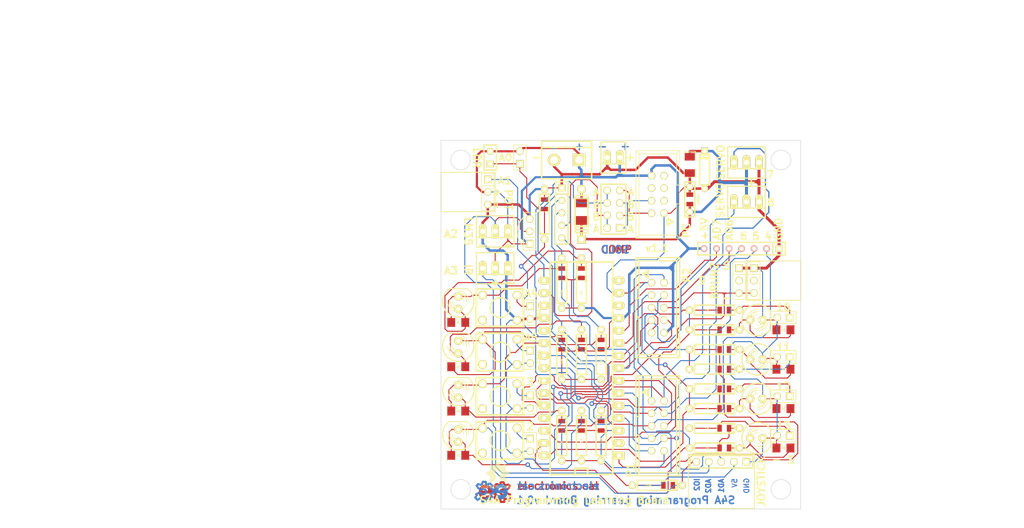
<source format=kicad_pcb>
(kicad_pcb (version 3) (host pcbnew "(22-Jun-2014 BZR 4027)-stable")
  (layers (15 F.Cu signal) (0 B.Cu signal) (18 B.Paste user hide) (19 F.Paste user hide) (20 B.SilkS user hide) (21 F.SilkS user) (22 B.Mask user hide) (23 F.Mask user hide) (28 Edge.Cuts user))
  (net 0 "")
  (net 1 /AD0)
  (net 2 /AD1)
  (net 3 /AD2)
  (net 4 /AD3)
  (net 5 /AD4)
  (net 6 /AD5)
  (net 7 /AD6)
  (net 8 /AD7)
  (net 9 /IO0)
  (net 10 /IO1)
  (net 11 /IO2)
  (net 12 /IO3)
  (net 13 /IO4)
  (net 14 /IO5)
  (net 15 /IO6)
  (net 16 /IO7)
  (net 17 /IO8)
  (net 18 /IO9)
  (net 19 /MISO)
  (net 20 /MOSI)
  (net 21 /SCK)
  (net 22 /SS)
  (net 23 /V_5V)
  (net 24 /V_SERVO)
  (net 25 GND)
  (net 26 N-000001)
  (net 27 N-0000010)
  (net 28 N-0000012)
  (net 29 N-0000017)
  (net 30 N-0000022)
  (net 31 N-0000024)
  (net 32 N-0000025)
  (net 33 N-0000026)
  (net 34 N-0000027)
  (net 35 N-0000028)
  (net 36 N-0000029)
  (net 37 N-0000039)
  (net 38 N-000004)
  (net 39 N-0000050)
  (net 40 N-0000053)
  (net 41 N-0000055)
  (net 42 N-0000057)
  (net 43 N-000006)
  (module VASCH5x2 (layer F.Cu) (at 133.5 86.5 270)
    (fp_text reference P1E1 hide)
    (fp_text value CONN_5X2 hide)
    (pad 1 thru_hole circle (at -5.08 1.27 270) (size 1.50622 1.50622) (drill 0.99822) (layers *.Cu *.Mask F.Paste F.SilkS) (net 25 GND))
    (pad 2 thru_hole circle (at -5.08 -1.27 270) (size 1.50622 1.50622) (drill 0.99822) (layers *.Cu *.Mask F.Paste F.SilkS) (net 16 /IO7))
    (pad 3 thru_hole circle (at -2.54 1.27 270) (size 1.50622 1.50622) (drill 0.99822) (layers *.Cu *.Mask F.Paste F.SilkS) (net 15 /IO6))
    (pad 4 thru_hole circle (at -2.54 -1.27 270) (size 1.50622 1.50622) (drill 0.99822) (layers *.Cu *.Mask F.Paste F.SilkS) (net 14 /IO5))
    (pad 5 thru_hole circle (at 0 1.27 270) (size 1.50622 1.50622) (drill 0.99822) (layers *.Cu *.Mask F.Paste F.SilkS) (net 13 /IO4))
    (pad 6 thru_hole circle (at 0 -1.27 270) (size 1.50622 1.50622) (drill 0.99822) (layers *.Cu *.Mask F.Paste F.SilkS) (net 4 /AD3))
    (pad 7 thru_hole circle (at 2.54 1.27 270) (size 1.50622 1.50622) (drill 0.99822) (layers *.Cu *.Mask F.Paste F.SilkS) (net 3 /AD2))
    (pad 8 thru_hole circle (at 2.54 -1.27 270) (size 1.50622 1.50622) (drill 0.99822) (layers *.Cu *.Mask F.Paste F.SilkS) (net 2 /AD1))
    (pad 9 thru_hole circle (at 5.08 1.27 270) (size 1.50622 1.50622) (drill 0.99822) (layers *.Cu *.Mask F.Paste F.SilkS) (net 1 /AD0))
    (pad 10 thru_hole circle (at 5.08 -1.27 270) (size 1.50622 1.50622) (drill 0.99822) (layers *.Cu *.Mask F.Paste F.SilkS) (net 23 /V_5V))
  )
  (module VASCH5x2 (layer F.Cu) (at 133.5 62.5 270)
    (fp_text reference P2E1 hide)
    (fp_text value CONN_5X2 hide)
    (pad 1 thru_hole circle (at -5.08 1.27 270) (size 1.50622 1.50622) (drill 0.99822) (layers *.Cu *.Mask F.Paste F.SilkS) (net 25 GND))
    (pad 2 thru_hole circle (at -5.08 -1.27 270) (size 1.50622 1.50622) (drill 0.99822) (layers *.Cu *.Mask F.Paste F.SilkS) (net 21 /SCK))
    (pad 3 thru_hole circle (at -2.54 1.27 270) (size 1.50622 1.50622) (drill 0.99822) (layers *.Cu *.Mask F.Paste F.SilkS) (net 19 /MISO))
    (pad 4 thru_hole circle (at -2.54 -1.27 270) (size 1.50622 1.50622) (drill 0.99822) (layers *.Cu *.Mask F.Paste F.SilkS) (net 20 /MOSI))
    (pad 5 thru_hole circle (at 0 1.27 270) (size 1.50622 1.50622) (drill 0.99822) (layers *.Cu *.Mask F.Paste F.SilkS) (net 22 /SS))
    (pad 6 thru_hole circle (at 0 -1.27 270) (size 1.50622 1.50622) (drill 0.99822) (layers *.Cu *.Mask F.Paste F.SilkS) (net 18 /IO9))
    (pad 7 thru_hole circle (at 2.54 1.27 270) (size 1.50622 1.50622) (drill 0.99822) (layers *.Cu *.Mask F.Paste F.SilkS) (net 17 /IO8))
    (pad 8 thru_hole circle (at 2.54 -1.27 270) (size 1.50622 1.50622) (drill 0.99822) (layers *.Cu *.Mask F.Paste F.SilkS) (net 5 /AD4))
    (pad 9 thru_hole circle (at 5.08 1.27 270) (size 1.50622 1.50622) (drill 0.99822) (layers *.Cu *.Mask F.Paste F.SilkS) (net 6 /AD5))
    (pad 10 thru_hole circle (at 5.08 -1.27 270) (size 1.50622 1.50622) (drill 0.99822) (layers *.Cu *.Mask F.Paste F.SilkS) (net 23 /V_5V))
  )
  (module VASCH4x2 (layer F.Cu) (at 133.5 39.5 90)
    (fp_text reference PCOMM1 hide)
    (fp_text value CONN_4X2 hide)
    (pad 1 thru_hole circle (at -3.81 1.27 90) (size 1.50622 1.50622) (drill 0.99822) (layers *.Cu *.Mask F.Paste F.SilkS) (net 25 GND))
    (pad 2 thru_hole circle (at -3.81 -1.27 90) (size 1.50622 1.50622) (drill 0.99822) (layers *.Cu *.Mask F.Paste F.SilkS) (net 39 N-0000050))
    (pad 3 thru_hole circle (at -1.27 1.27 90) (size 1.50622 1.50622) (drill 0.99822) (layers *.Cu *.Mask F.Paste F.SilkS))
    (pad 4 thru_hole circle (at -1.27 -1.27 90) (size 1.50622 1.50622) (drill 0.99822) (layers *.Cu *.Mask F.Paste F.SilkS) (net 37 N-0000039))
    (pad 5 thru_hole circle (at 1.27 1.27 90) (size 1.50622 1.50622) (drill 0.99822) (layers *.Cu *.Mask F.Paste F.SilkS))
    (pad 6 thru_hole circle (at 1.27 -1.27 90) (size 1.50622 1.50622) (drill 0.99822) (layers *.Cu *.Mask F.Paste F.SilkS))
    (pad 7 thru_hole circle (at 3.81 1.27 90) (size 1.50622 1.50622) (drill 0.99822) (layers *.Cu *.Mask F.Paste F.SilkS))
    (pad 8 thru_hole circle (at 3.81 -1.27 90) (size 1.50622 1.50622) (drill 0.99822) (layers *.Cu *.Mask F.Paste F.SilkS) (net 23 /V_5V))
  )
  (module SM1210L (layer F.Cu) (at 118 43 270)
    (fp_text reference D1S1 hide)
    (fp_text value DIODESCH hide)
    (pad 1 smd rect (at -1.778 0 270) (size 1.778 2.794) (layers F.Cu F.Paste F.Mask) (net 23 /V_5V))
    (pad 2 smd rect (at 1.778 0 270) (size 1.778 2.794) (layers F.Cu F.Paste F.Mask) (net 24 /V_SERVO))
  )
  (module SM1206POL-PCB (layer F.Cu) (at 140 33.5 90)
    (fp_text reference D2S2 hide)
    (fp_text value 1N4148 hide)
    (pad 1 smd rect (at -1.651 0 90) (size 1.524 2.032) (layers F.Cu F.Paste F.Mask) (net 25 GND))
    (pad 2 smd rect (at 1.651 0 90) (size 1.524 2.032) (layers F.Cu F.Paste F.Mask) (net 24 /V_SERVO))
  )
  (module SM0805 (layer F.Cu) (at 147 87 180)
    (fp_text reference R13S1 hide)
    (fp_text value 1K (at 3.5 0 180) (layer F.SilkS) (effects (font (size 0.50038 0.50038) (thickness 0.10922))))
    (pad 1 smd rect (at -0.9525 0 180) (size 0.889 1.397) (layers F.Cu F.Paste F.Mask) (net 21 /SCK))
    (pad 2 smd rect (at 0.9525 0 180) (size 0.889 1.397) (layers F.Cu F.Paste F.Mask) (net 28 N-0000012))
  )
  (module SM0805 (layer F.Cu) (at 110.5 41.5 90)
    (fp_text reference RA3S1 hide)
    (fp_text value 10K (at 3.5 0 90) (layer F.SilkS) (effects (font (size 0.50038 0.50038) (thickness 0.10922))))
    (pad 1 smd rect (at -0.9525 0 90) (size 0.889 1.397) (layers F.Cu F.Paste F.Mask) (net 1 /AD0))
    (pad 2 smd rect (at 0.9525 0 90) (size 0.889 1.397) (layers F.Cu F.Paste F.Mask) (net 25 GND))
  )
  (module SM0805 (layer F.Cu) (at 114 55.5 90)
    (fp_text reference R41S1 hide)
    (fp_text value 10K (at -4 0 90) (layer F.SilkS) (effects (font (size 0.50038 0.50038) (thickness 0.10922))))
    (pad 1 smd rect (at -0.9525 0 90) (size 0.889 1.397) (layers F.Cu F.Paste F.Mask) (net 23 /V_5V))
    (pad 2 smd rect (at 0.9525 0 90) (size 0.889 1.397) (layers F.Cu F.Paste F.Mask) (net 5 /AD4))
  )
  (module SM0805 (layer F.Cu) (at 118 55.5 90)
    (fp_text reference R42S1 hide)
    (fp_text value 1K (at -4 0 90) (layer F.SilkS) (effects (font (size 0.50038 0.50038) (thickness 0.10922))))
    (pad 1 smd rect (at -0.9525 0 90) (size 0.889 1.397) (layers F.Cu F.Paste F.Mask) (net 23 /V_5V))
    (pad 2 smd rect (at 0.9525 0 90) (size 0.889 1.397) (layers F.Cu F.Paste F.Mask) (net 27 N-0000010))
  )
  (module SM0805 (layer F.Cu) (at 147 79)
    (fp_text reference R12S1 hide)
    (fp_text value 1K (at -3.5 0) (layer F.SilkS) (effects (font (size 0.50038 0.50038) (thickness 0.10922))))
    (pad 1 smd rect (at -0.9525 0) (size 0.889 1.397) (layers F.Cu F.Paste F.Mask) (net 19 /MISO))
    (pad 2 smd rect (at 0.9525 0) (size 0.889 1.397) (layers F.Cu F.Paste F.Mask) (net 38 N-000004))
  )
  (module SM0805 (layer F.Cu) (at 147 83)
    (fp_text reference R12AS1 hide)
    (fp_text value 1K (at -3.5 0) (layer F.SilkS) (effects (font (size 0.50038 0.50038) (thickness 0.10922))))
    (pad 1 smd rect (at -0.9525 0) (size 0.889 1.397) (layers F.Cu F.Paste F.Mask) (net 19 /MISO))
    (pad 2 smd rect (at 0.9525 0) (size 0.889 1.397) (layers F.Cu F.Paste F.Mask) (net 35 N-0000028))
  )
  (module SM0805 (layer F.Cu) (at 114 70 90)
    (fp_text reference R51S1 hide)
    (fp_text value 10K (at -3.5 0 90) (layer F.SilkS) (effects (font (size 0.50038 0.50038) (thickness 0.10922))))
    (pad 1 smd rect (at -0.9525 0 90) (size 0.889 1.397) (layers F.Cu F.Paste F.Mask) (net 23 /V_5V))
    (pad 2 smd rect (at 0.9525 0 90) (size 0.889 1.397) (layers F.Cu F.Paste F.Mask) (net 6 /AD5))
  )
  (module SM0805 (layer F.Cu) (at 147 91)
    (fp_text reference R13AS1 hide)
    (fp_text value 1K (at -3.5 0) (layer F.SilkS) (effects (font (size 0.50038 0.50038) (thickness 0.10922))))
    (pad 1 smd rect (at -0.9525 0) (size 0.889 1.397) (layers F.Cu F.Paste F.Mask) (net 21 /SCK))
    (pad 2 smd rect (at 0.9525 0) (size 0.889 1.397) (layers F.Cu F.Paste F.Mask) (net 34 N-0000027))
  )
  (module SM0805 (layer F.Cu) (at 147 75)
    (fp_text reference R11S1 hide)
    (fp_text value 1K (at -3.5 0) (layer F.SilkS) (effects (font (size 0.50038 0.50038) (thickness 0.10922))))
    (pad 1 smd rect (at -0.9525 0) (size 0.889 1.397) (layers F.Cu F.Paste F.Mask) (net 20 /MOSI))
    (pad 2 smd rect (at 0.9525 0) (size 0.889 1.397) (layers F.Cu F.Paste F.Mask) (net 26 N-000001))
  )
  (module SM0805 (layer F.Cu) (at 118 70 90)
    (fp_text reference R52S1 hide)
    (fp_text value 1K (at -3.5 0 90) (layer F.SilkS) (effects (font (size 0.50038 0.50038) (thickness 0.10922))))
    (pad 1 smd rect (at -0.9525 0 90) (size 0.889 1.397) (layers F.Cu F.Paste F.Mask) (net 23 /V_5V))
    (pad 2 smd rect (at 0.9525 0 90) (size 0.889 1.397) (layers F.Cu F.Paste F.Mask) (net 41 N-0000055))
  )
  (module SM0805 (layer F.Cu) (at 147 71)
    (fp_text reference R11AS1 hide)
    (fp_text value 1K (at -3.5 0) (layer F.SilkS) (effects (font (size 0.50038 0.50038) (thickness 0.10922))))
    (pad 1 smd rect (at -0.9525 0) (size 0.889 1.397) (layers F.Cu F.Paste F.Mask) (net 20 /MOSI))
    (pad 2 smd rect (at 0.9525 0) (size 0.889 1.397) (layers F.Cu F.Paste F.Mask) (net 33 N-0000026))
  )
  (module SM0805 (layer F.Cu) (at 122 70 90)
    (fp_text reference R31S1 hide)
    (fp_text value 10K (at -3.5 0 90) (layer F.SilkS) (effects (font (size 0.50038 0.50038) (thickness 0.10922))))
    (pad 1 smd rect (at -0.9525 0 90) (size 0.889 1.397) (layers F.Cu F.Paste F.Mask) (net 23 /V_5V))
    (pad 2 smd rect (at 0.9525 0 90) (size 0.889 1.397) (layers F.Cu F.Paste F.Mask) (net 12 /IO3))
  )
  (module SM0805 (layer F.Cu) (at 114 86.5 90)
    (fp_text reference R32S1 hide)
    (fp_text value 1K (at -3.5 0 90) (layer F.SilkS) (effects (font (size 0.50038 0.50038) (thickness 0.10922))))
    (pad 1 smd rect (at -0.9525 0 90) (size 0.889 1.397) (layers F.Cu F.Paste F.Mask) (net 23 /V_5V))
    (pad 2 smd rect (at 0.9525 0 90) (size 0.889 1.397) (layers F.Cu F.Paste F.Mask) (net 40 N-0000053))
  )
  (module SM0805 (layer F.Cu) (at 147 63)
    (fp_text reference R10S1 hide)
    (fp_text value 1K (at -3.5 0) (layer F.SilkS) (effects (font (size 0.50038 0.50038) (thickness 0.10922))))
    (pad 1 smd rect (at -0.9525 0) (size 0.889 1.397) (layers F.Cu F.Paste F.Mask) (net 22 /SS))
    (pad 2 smd rect (at 0.9525 0) (size 0.889 1.397) (layers F.Cu F.Paste F.Mask) (net 43 N-000006))
  )
  (module SM0805 (layer F.Cu) (at 147 67)
    (fp_text reference R10AS1 hide)
    (fp_text value 1K (at -3.5 0) (layer F.SilkS) (effects (font (size 0.50038 0.50038) (thickness 0.10922))))
    (pad 1 smd rect (at -0.9525 0) (size 0.889 1.397) (layers F.Cu F.Paste F.Mask) (net 22 /SS))
    (pad 2 smd rect (at 0.9525 0) (size 0.889 1.397) (layers F.Cu F.Paste F.Mask) (net 36 N-0000029))
  )
  (module SM0805 (layer F.Cu) (at 118 86.5 90)
    (fp_text reference R22S1 hide)
    (fp_text value 1K (at -3 0 90) (layer F.SilkS) (effects (font (size 0.50038 0.50038) (thickness 0.10922))))
    (pad 1 smd rect (at -0.9525 0 90) (size 0.889 1.397) (layers F.Cu F.Paste F.Mask) (net 23 /V_5V))
    (pad 2 smd rect (at 0.9525 0 90) (size 0.889 1.397) (layers F.Cu F.Paste F.Mask) (net 42 N-0000057))
  )
  (module SM0805 (layer F.Cu) (at 140 40.5 90)
    (fp_text reference C1S1 hide)
    (fp_text value 100nF (at 0.0378 1.732 90) (layer F.SilkS) (effects (font (size 0.50038 0.50038) (thickness 0.10922))))
    (pad 1 smd rect (at -0.9525 0 90) (size 0.889 1.397) (layers F.Cu F.Paste F.Mask) (net 24 /V_SERVO))
    (pad 2 smd rect (at 0.9525 0 90) (size 0.889 1.397) (layers F.Cu F.Paste F.Mask) (net 25 GND))
  )
  (module SM0805 (layer F.Cu) (at 122 86.5 90)
    (fp_text reference R21S1 hide)
    (fp_text value 10K (at -3 0 90) (layer F.SilkS) (effects (font (size 0.50038 0.50038) (thickness 0.10922))))
    (pad 1 smd rect (at -0.9525 0 90) (size 0.889 1.397) (layers F.Cu F.Paste F.Mask) (net 23 /V_5V))
    (pad 2 smd rect (at 0.9525 0 90) (size 0.889 1.397) (layers F.Cu F.Paste F.Mask) (net 11 /IO2))
  )
  (module SIL-7 (layer F.Cu) (at 150.5 50.5 180)
    (fp_text reference P5 hide)
    (fp_text value CONN_7 hide)
    (pad 1 thru_hole rect (at -7.62 0 180) (size 1.397 1.397) (drill 0.8128) (layers *.Cu *.Mask F.SilkS) (net 25 GND))
    (pad 2 thru_hole circle (at -5.08 0 180) (size 1.397 1.397) (drill 0.8128) (layers *.Cu *.SilkS *.Mask) (net 13 /IO4))
    (pad 3 thru_hole circle (at -2.54 0 180) (size 1.397 1.397) (drill 0.8128) (layers *.Cu *.SilkS *.Mask) (net 14 /IO5))
    (pad 4 thru_hole circle (at 0 0 180) (size 1.397 1.397) (drill 0.8128) (layers *.Cu *.SilkS *.Mask) (net 15 /IO6))
    (pad 5 thru_hole circle (at 2.54 0 180) (size 1.397 1.397) (drill 0.8128) (layers *.Cu *.SilkS *.Mask) (net 7 /AD6))
    (pad 6 thru_hole circle (at 5.08 0 180) (size 1.397 1.397) (drill 0.8128) (layers *.Cu *.SilkS *.Mask) (net 8 /AD7))
    (pad 7 thru_hole circle (at 7.62 0 180) (size 1.397 1.397) (drill 0.8128) (layers *.Cu *.SilkS *.Mask) (net 23 /V_5V))
  )
  (module SIL-5 (layer F.Cu) (at 114.02314 44.52112 270)
    (fp_text reference P_TECL_1 hide)
    (fp_text value CONN_5 hide)
    (pad 1 thru_hole rect (at -6.35 0 270) (size 1.397 1.397) (drill 0.8128) (layers *.Cu *.Mask F.SilkS) (net 25 GND))
    (pad 2 thru_hole circle (at -3.81 0 270) (size 1.397 1.397) (drill 0.8128) (layers *.Cu *.Mask F.SilkS) (net 6 /AD5))
    (pad 3 thru_hole circle (at -1.27 0 270) (size 1.397 1.397) (drill 0.8128) (layers *.Cu *.Mask F.SilkS) (net 5 /AD4))
    (pad 4 thru_hole circle (at 1.27 0 270) (size 1.397 1.397) (drill 0.8128) (layers *.Cu *.Mask F.SilkS) (net 11 /IO2))
    (pad 5 thru_hole circle (at 3.81 0 270) (size 1.397 1.397) (drill 0.8128) (layers *.Cu *.Mask F.SilkS) (net 12 /IO3))
  )
  (module SIL-2 (layer F.Cu) (at 99.5 32 90)
    (fp_text reference P3A1 hide)
    (fp_text value CONN_2 hide)
    (pad 1 thru_hole rect (at -1.27 0 90) (size 1.397 1.397) (drill 0.8128) (layers *.Cu *.Mask F.SilkS) (net 1 /AD0))
    (pad 2 thru_hole circle (at 1.27 0 90) (size 1.397 1.397) (drill 0.8128) (layers *.Cu *.Mask F.SilkS) (net 23 /V_5V))
  )
  (module R4 (layer F.Cu) (at 122 88.5 90)
    (fp_text reference R21C1 hide)
    (fp_text value 10K hide)
    (pad 1 thru_hole circle (at -5.08 0 90) (size 1.524 1.524) (drill 0.8128) (layers *.Cu *.Mask F.SilkS) (net 23 /V_5V))
    (pad 2 thru_hole circle (at 5.08 0 90) (size 1.524 1.524) (drill 0.8128) (layers *.Cu *.Mask F.SilkS) (net 11 /IO2))
  )
  (module R4 (layer F.Cu) (at 110.5 43.5 90)
    (fp_text reference RA3C1 hide)
    (fp_text value 10K hide)
    (pad 1 thru_hole circle (at -5.08 0 90) (size 1.524 1.524) (drill 0.8128) (layers *.Cu *.Mask F.SilkS) (net 1 /AD0))
    (pad 2 thru_hole circle (at 5.08 0 90) (size 1.524 1.524) (drill 0.8128) (layers *.Cu *.Mask F.SilkS) (net 25 GND))
  )
  (module R4 (layer F.Cu) (at 145 87 180)
    (fp_text reference R13C1 hide)
    (fp_text value 1K hide)
    (pad 1 thru_hole circle (at -5.08 0 180) (size 1.524 1.524) (drill 0.8128) (layers *.Cu *.Mask F.SilkS) (net 21 /SCK))
    (pad 2 thru_hole circle (at 5.08 0 180) (size 1.524 1.524) (drill 0.8128) (layers *.Cu *.Mask F.SilkS) (net 28 N-0000012))
  )
  (module R4 (layer F.Cu) (at 118 57.5 90)
    (fp_text reference R42C1 hide)
    (fp_text value 1K hide)
    (pad 1 thru_hole circle (at -5.08 0 90) (size 1.524 1.524) (drill 0.8128) (layers *.Cu *.Mask F.SilkS) (net 23 /V_5V))
    (pad 2 thru_hole circle (at 5.08 0 90) (size 1.524 1.524) (drill 0.8128) (layers *.Cu *.Mask F.SilkS) (net 27 N-0000010))
  )
  (module R4 (layer F.Cu) (at 145 79)
    (fp_text reference R12C1 hide)
    (fp_text value 1K hide)
    (pad 1 thru_hole circle (at -5.08 0) (size 1.524 1.524) (drill 0.8128) (layers *.Cu *.Mask F.SilkS) (net 19 /MISO))
    (pad 2 thru_hole circle (at 5.08 0) (size 1.524 1.524) (drill 0.8128) (layers *.Cu *.Mask F.SilkS) (net 38 N-000004))
  )
  (module R4 (layer F.Cu) (at 145 91)
    (fp_text reference R13AC1 hide)
    (fp_text value 1K hide)
    (pad 1 thru_hole circle (at -5.08 0) (size 1.524 1.524) (drill 0.8128) (layers *.Cu *.Mask F.SilkS) (net 21 /SCK))
    (pad 2 thru_hole circle (at 5.08 0) (size 1.524 1.524) (drill 0.8128) (layers *.Cu *.Mask F.SilkS) (net 34 N-0000027))
  )
  (module R4 (layer F.Cu) (at 145 83)
    (fp_text reference R12AC1 hide)
    (fp_text value 1K hide)
    (pad 1 thru_hole circle (at -5.08 0) (size 1.524 1.524) (drill 0.8128) (layers *.Cu *.Mask F.SilkS) (net 19 /MISO))
    (pad 2 thru_hole circle (at 5.08 0) (size 1.524 1.524) (drill 0.8128) (layers *.Cu *.Mask F.SilkS) (net 35 N-0000028))
  )
  (module R4 (layer F.Cu) (at 114 57.5 90)
    (fp_text reference R41C1 hide)
    (fp_text value 10K hide)
    (pad 1 thru_hole circle (at -5.08 0 90) (size 1.524 1.524) (drill 0.8128) (layers *.Cu *.Mask F.SilkS) (net 23 /V_5V))
    (pad 2 thru_hole circle (at 5.08 0 90) (size 1.524 1.524) (drill 0.8128) (layers *.Cu *.Mask F.SilkS) (net 5 /AD4))
  )
  (module R4 (layer F.Cu) (at 118 72 90)
    (fp_text reference R52C1 hide)
    (fp_text value 1K hide)
    (pad 1 thru_hole circle (at -5.08 0 90) (size 1.524 1.524) (drill 0.8128) (layers *.Cu *.Mask F.SilkS) (net 23 /V_5V))
    (pad 2 thru_hole circle (at 5.08 0 90) (size 1.524 1.524) (drill 0.8128) (layers *.Cu *.Mask F.SilkS) (net 41 N-0000055))
  )
  (module R4 (layer F.Cu) (at 145 75)
    (fp_text reference R11C1 hide)
    (fp_text value 1K hide)
    (pad 1 thru_hole circle (at -5.08 0) (size 1.524 1.524) (drill 0.8128) (layers *.Cu *.Mask F.SilkS) (net 20 /MOSI))
    (pad 2 thru_hole circle (at 5.08 0) (size 1.524 1.524) (drill 0.8128) (layers *.Cu *.Mask F.SilkS) (net 26 N-000001))
  )
  (module R4 (layer F.Cu) (at 145 67)
    (fp_text reference R10AC1 hide)
    (fp_text value 1K hide)
    (pad 1 thru_hole circle (at -5.08 0) (size 1.524 1.524) (drill 0.8128) (layers *.Cu *.Mask F.SilkS) (net 22 /SS))
    (pad 2 thru_hole circle (at 5.08 0) (size 1.524 1.524) (drill 0.8128) (layers *.Cu *.Mask F.SilkS) (net 36 N-0000029))
  )
  (module R4 (layer F.Cu) (at 114 72 90)
    (fp_text reference R51C1 hide)
    (fp_text value 10K hide)
    (pad 1 thru_hole circle (at -5.08 0 90) (size 1.524 1.524) (drill 0.8128) (layers *.Cu *.Mask F.SilkS) (net 23 /V_5V))
    (pad 2 thru_hole circle (at 5.08 0 90) (size 1.524 1.524) (drill 0.8128) (layers *.Cu *.Mask F.SilkS) (net 6 /AD5))
  )
  (module R4 (layer F.Cu) (at 114 88.5 90)
    (fp_text reference R32C1 hide)
    (fp_text value 1K hide)
    (pad 1 thru_hole circle (at -5.08 0 90) (size 1.524 1.524) (drill 0.8128) (layers *.Cu *.Mask F.SilkS) (net 23 /V_5V))
    (pad 2 thru_hole circle (at 5.08 0 90) (size 1.524 1.524) (drill 0.8128) (layers *.Cu *.Mask F.SilkS) (net 40 N-0000053))
  )
  (module R4 (layer F.Cu) (at 145 71)
    (fp_text reference R11AC1 hide)
    (fp_text value 1K hide)
    (pad 1 thru_hole circle (at -5.08 0) (size 1.524 1.524) (drill 0.8128) (layers *.Cu *.Mask F.SilkS) (net 20 /MOSI))
    (pad 2 thru_hole circle (at 5.08 0) (size 1.524 1.524) (drill 0.8128) (layers *.Cu *.Mask F.SilkS) (net 33 N-0000026))
  )
  (module R4 (layer F.Cu) (at 118 88.5 90)
    (fp_text reference R22C1 hide)
    (fp_text value 1K hide)
    (pad 1 thru_hole circle (at -5.08 0 90) (size 1.524 1.524) (drill 0.8128) (layers *.Cu *.Mask F.SilkS) (net 23 /V_5V))
    (pad 2 thru_hole circle (at 5.08 0 90) (size 1.524 1.524) (drill 0.8128) (layers *.Cu *.Mask F.SilkS) (net 42 N-0000057))
  )
  (module R4 (layer F.Cu) (at 145 63)
    (fp_text reference R10C1 hide)
    (fp_text value 1K hide)
    (pad 1 thru_hole circle (at -5.08 0) (size 1.524 1.524) (drill 0.8128) (layers *.Cu *.Mask F.SilkS) (net 22 /SS))
    (pad 2 thru_hole circle (at 5.08 0) (size 1.524 1.524) (drill 0.8128) (layers *.Cu *.Mask F.SilkS) (net 43 N-000006))
  )
  (module R4 (layer F.Cu) (at 122 72 90)
    (fp_text reference R31C1 hide)
    (fp_text value 10K hide)
    (pad 1 thru_hole circle (at -5.08 0 90) (size 1.524 1.524) (drill 0.8128) (layers *.Cu *.Mask F.SilkS) (net 23 /V_5V))
    (pad 2 thru_hole circle (at 5.08 0 90) (size 1.524 1.524) (drill 0.8128) (layers *.Cu *.Mask F.SilkS) (net 12 /IO3))
  )
  (module PINHEAD1-3 (layer F.Cu) (at 100.5 54.5 180)
    (fp_text reference P2 hide)
    (fp_text value CONN_3 hide)
    (pad 1 thru_hole oval (at -2.54 0 180) (size 1.50622 3.01498) (drill 0.99822) (layers *.Cu *.Mask F.SilkS) (net 25 GND))
    (pad 2 thru_hole oval (at 0 0 180) (size 1.50622 3.01498) (drill 0.99822) (layers *.Cu *.Mask F.SilkS) (net 23 /V_5V))
    (pad 3 thru_hole oval (at 2.54 0 180) (size 1.50622 3.01498) (drill 0.99822) (layers *.Cu *.Mask F.SilkS) (net 4 /AD3))
  )
  (module PINHEAD1-3 (layer F.Cu) (at 151.5 33 180)
    (fp_text reference K5 hide)
    (fp_text value CONN_3 hide)
    (pad 1 thru_hole oval (at -2.54 0 180) (size 1.50622 3.01498) (drill 0.99822) (layers *.Cu *.Mask F.SilkS) (net 25 GND))
    (pad 2 thru_hole oval (at 0 0 180) (size 1.50622 3.01498) (drill 0.99822) (layers *.Cu *.Mask F.SilkS) (net 24 /V_SERVO))
    (pad 3 thru_hole oval (at 2.54 0 180) (size 1.50622 3.01498) (drill 0.99822) (layers *.Cu *.Mask F.SilkS) (net 16 /IO7))
  )
  (module PINHEAD1-3 (layer F.Cu) (at 151.5 41 180)
    (fp_text reference K6 hide)
    (fp_text value CONN_3 hide)
    (pad 1 thru_hole oval (at -2.54 0 180) (size 1.50622 3.01498) (drill 0.99822) (layers *.Cu *.Mask F.SilkS) (net 25 GND))
    (pad 2 thru_hole oval (at 0 0 180) (size 1.50622 3.01498) (drill 0.99822) (layers *.Cu *.Mask F.SilkS) (net 24 /V_SERVO))
    (pad 3 thru_hole oval (at 2.54 0 180) (size 1.50622 3.01498) (drill 0.99822) (layers *.Cu *.Mask F.SilkS) (net 17 /IO8))
  )
  (module PINHEAD1-3 (layer F.Cu) (at 100.5 47 180)
    (fp_text reference P1 hide)
    (fp_text value CONN_3 hide)
    (pad 1 thru_hole oval (at -2.54 0 180) (size 1.50622 3.01498) (drill 0.99822) (layers *.Cu *.Mask F.SilkS) (net 23 /V_5V))
    (pad 2 thru_hole oval (at 0 0 180) (size 1.50622 3.01498) (drill 0.99822) (layers *.Cu *.Mask F.SilkS) (net 3 /AD2))
    (pad 3 thru_hole oval (at 2.54 0 180) (size 1.50622 3.01498) (drill 0.99822) (layers *.Cu *.Mask F.SilkS) (net 25 GND))
  )
  (module PINHEAD1-2 (layer F.Cu) (at 124.5 32 180)
    (fp_text reference P_5V2 hide)
    (fp_text value CONN_2 hide)
    (pad 1 thru_hole oval (at -1.27 0 180) (size 1.50622 3.01498) (drill 0.99822) (layers *.Cu *.Mask F.SilkS) (net 23 /V_5V))
    (pad 2 thru_hole oval (at 1.27 0 180) (size 1.50622 3.01498) (drill 0.99822) (layers *.Cu *.Mask F.SilkS) (net 25 GND))
  )
  (module pin_array_4x2 (layer F.Cu) (at 124.5 42.5 90)
    (fp_text reference P_JUMPERS_TX_RX1 hide)
    (fp_text value CONN_4X2 hide)
    (pad 1 thru_hole rect (at -3.81 1.27 90) (size 1.524 1.524) (drill 1.016) (layers *.Cu *.Mask F.SilkS) (net 37 N-0000039))
    (pad 2 thru_hole circle (at -3.81 -1.27 90) (size 1.524 1.524) (drill 1.016) (layers *.Cu *.Mask F.SilkS) (net 10 /IO1))
    (pad 3 thru_hole circle (at -1.27 1.27 90) (size 1.524 1.524) (drill 1.016) (layers *.Cu *.Mask F.SilkS) (net 39 N-0000050))
    (pad 4 thru_hole circle (at -1.27 -1.27 90) (size 1.524 1.524) (drill 1.016) (layers *.Cu *.Mask F.SilkS) (net 10 /IO1))
    (pad 5 thru_hole circle (at 1.27 1.27 90) (size 1.524 1.524) (drill 1.016) (layers *.Cu *.Mask F.SilkS) (net 37 N-0000039))
    (pad 6 thru_hole circle (at 1.27 -1.27 90) (size 1.524 1.524) (drill 1.016) (layers *.Cu *.Mask F.SilkS) (net 9 /IO0))
    (pad 7 thru_hole circle (at 3.81 1.27 90) (size 1.524 1.524) (drill 1.016) (layers *.Cu *.Mask F.SilkS) (net 39 N-0000050))
    (pad 8 thru_hole circle (at 3.81 -1.27 90) (size 1.524 1.524) (drill 1.016) (layers *.Cu *.Mask F.SilkS) (net 9 /IO0))
  )
  (module PIN_ARRAY_3X1 (layer F.Cu) (at 153 57 270)
    (fp_text reference K4 hide)
    (fp_text value CONN_3 hide)
    (pad 1 thru_hole rect (at -2.54 0 270) (size 1.524 1.524) (drill 1.016) (layers *.Cu *.Mask F.SilkS) (net 25 GND))
    (pad 2 thru_hole circle (at 0 0 270) (size 1.524 1.524) (drill 1.016) (layers *.Cu *.Mask F.SilkS))
    (pad 3 thru_hole circle (at 2.54 0 270) (size 1.524 1.524) (drill 1.016) (layers *.Cu *.Mask F.SilkS) (net 18 /IO9))
  )
  (module PIN_ARRAY_3X1 (layer F.Cu) (at 99 39 270)
    (fp_text reference P0 hide)
    (fp_text value CONN_3 hide)
    (pad 1 thru_hole rect (at -2.54 0 270) (size 1.524 1.524) (drill 1.016) (layers *.Cu *.Mask F.SilkS) (net 2 /AD1))
    (pad 2 thru_hole circle (at 0 0 270) (size 1.524 1.524) (drill 1.016) (layers *.Cu *.Mask F.SilkS) (net 23 /V_5V))
    (pad 3 thru_hole circle (at 2.54 0 270) (size 1.524 1.524) (drill 1.016) (layers *.Cu *.Mask F.SilkS) (net 25 GND))
  )
  (module PIN_ARRAY_3X1 (layer F.Cu) (at 107.5 47 90)
    (fp_text reference P1A1 hide)
    (fp_text value CONN_3 hide)
    (pad 1 thru_hole rect (at -2.54 0 90) (size 1.524 1.524) (drill 1.016) (layers *.Cu *.Mask F.SilkS) (net 23 /V_5V))
    (pad 2 thru_hole circle (at 0 0 90) (size 1.524 1.524) (drill 1.016) (layers *.Cu *.Mask F.SilkS) (net 3 /AD2))
    (pad 3 thru_hole circle (at 2.54 0 90) (size 1.524 1.524) (drill 1.016) (layers *.Cu *.Mask F.SilkS) (net 25 GND))
  )
  (module PIN_ARRAY_2X1 (layer F.Cu) (at 159 80.5 180)
    (fp_text reference P12 hide)
    (fp_text value CONN_2 hide)
    (pad 1 thru_hole rect (at -1.27 0 180) (size 1.524 1.524) (drill 1.016) (layers *.Cu *.Mask F.SilkS) (net 38 N-000004))
    (pad 2 thru_hole circle (at 1.27 0 180) (size 1.524 1.524) (drill 1.016) (layers *.Cu *.Mask F.SilkS) (net 25 GND))
  )
  (module PIN_ARRAY_2X1 (layer F.Cu) (at 159 88.5 180)
    (fp_text reference P13 hide)
    (fp_text value CONN_2 hide)
    (pad 1 thru_hole rect (at -1.27 0 180) (size 1.524 1.524) (drill 1.016) (layers *.Cu *.Mask F.SilkS) (net 28 N-0000012))
    (pad 2 thru_hole circle (at 1.27 0 180) (size 1.524 1.524) (drill 1.016) (layers *.Cu *.Mask F.SilkS) (net 25 GND))
  )
  (module PIN_ARRAY_2X1 (layer F.Cu) (at 105.5 32 90)
    (fp_text reference P3 hide)
    (fp_text value CONN_2 hide)
    (pad 1 thru_hole rect (at -1.27 0 90) (size 1.524 1.524) (drill 1.016) (layers *.Cu *.Mask F.SilkS) (net 1 /AD0))
    (pad 2 thru_hole circle (at 1.27 0 90) (size 1.524 1.524) (drill 1.016) (layers *.Cu *.Mask F.SilkS) (net 23 /V_5V))
  )
  (module PIN_ARRAY_2X1 (layer F.Cu) (at 159 64.5 180)
    (fp_text reference P10 hide)
    (fp_text value CONN_2 hide)
    (pad 1 thru_hole rect (at -1.27 0 180) (size 1.524 1.524) (drill 1.016) (layers *.Cu *.Mask F.SilkS) (net 43 N-000006))
    (pad 2 thru_hole circle (at 1.27 0 180) (size 1.524 1.524) (drill 1.016) (layers *.Cu *.Mask F.SilkS) (net 25 GND))
  )
  (module PIN_ARRAY_2X1 (layer F.Cu) (at 159 72.5 180)
    (fp_text reference P11 hide)
    (fp_text value CONN_2 hide)
    (pad 1 thru_hole rect (at -1.27 0 180) (size 1.524 1.524) (drill 1.016) (layers *.Cu *.Mask F.SilkS) (net 26 N-000001))
    (pad 2 thru_hole circle (at 1.27 0 180) (size 1.524 1.524) (drill 1.016) (layers *.Cu *.Mask F.SilkS) (net 25 GND))
  )
  (module MINIBUT (layer F.Cu) (at 101.5 71.5)
    (fp_text reference SW2 hide)
    (fp_text value PUSH_BUTTON hide)
    (pad 1 thru_hole circle (at 3.429 -2.54) (size 1.778 1.778) (drill 1.143) (layers *.Cu *.Mask F.SilkS) (net 32 N-0000025))
    (pad 2 thru_hole circle (at 3.429 2.54) (size 1.778 1.778) (drill 1.143) (layers *.Cu *.Mask F.SilkS) (net 25 GND))
    (pad 3 thru_hole circle (at -3.556 2.54) (size 1.778 1.778) (drill 1.143) (layers *.Cu *.Mask F.SilkS))
    (pad 4 thru_hole circle (at -3.556 -2.54) (size 1.778 1.778) (drill 1.143) (layers *.Cu *.Mask F.SilkS) (net 6 /AD5))
  )
  (module MINIBUT (layer F.Cu) (at 101.5 80.5)
    (fp_text reference SW3 hide)
    (fp_text value PUSH_BUTTON hide)
    (pad 1 thru_hole circle (at 3.429 -2.54) (size 1.778 1.778) (drill 1.143) (layers *.Cu *.Mask F.SilkS) (net 30 N-0000022))
    (pad 2 thru_hole circle (at 3.429 2.54) (size 1.778 1.778) (drill 1.143) (layers *.Cu *.Mask F.SilkS) (net 25 GND))
    (pad 3 thru_hole circle (at -3.556 2.54) (size 1.778 1.778) (drill 1.143) (layers *.Cu *.Mask F.SilkS))
    (pad 4 thru_hole circle (at -3.556 -2.54) (size 1.778 1.778) (drill 1.143) (layers *.Cu *.Mask F.SilkS) (net 12 /IO3))
  )
  (module MINIBUT (layer F.Cu) (at 101.5 62.5)
    (fp_text reference SW4 hide)
    (fp_text value PUSH_BUTTON hide)
    (pad 1 thru_hole circle (at 3.429 -2.54) (size 1.778 1.778) (drill 1.143) (layers *.Cu *.Mask F.SilkS) (net 31 N-0000024))
    (pad 2 thru_hole circle (at 3.429 2.54) (size 1.778 1.778) (drill 1.143) (layers *.Cu *.Mask F.SilkS) (net 25 GND))
    (pad 3 thru_hole circle (at -3.556 2.54) (size 1.778 1.778) (drill 1.143) (layers *.Cu *.Mask F.SilkS))
    (pad 4 thru_hole circle (at -3.556 -2.54) (size 1.778 1.778) (drill 1.143) (layers *.Cu *.Mask F.SilkS) (net 5 /AD4))
  )
  (module MINIBUT (layer F.Cu) (at 101.5 89.5)
    (fp_text reference SW1 hide)
    (fp_text value PUSH_BUTTON hide)
    (pad 1 thru_hole circle (at 3.429 -2.54) (size 1.778 1.778) (drill 1.143) (layers *.Cu *.Mask F.SilkS) (net 29 N-0000017))
    (pad 2 thru_hole circle (at 3.429 2.54) (size 1.778 1.778) (drill 1.143) (layers *.Cu *.Mask F.SilkS) (net 25 GND))
    (pad 3 thru_hole circle (at -3.556 2.54) (size 1.778 1.778) (drill 1.143) (layers *.Cu *.Mask F.SilkS))
    (pad 4 thru_hole circle (at -3.556 -2.54) (size 1.778 1.778) (drill 1.143) (layers *.Cu *.Mask F.SilkS) (net 11 /IO2))
  )
  (module LED-5MM (layer F.Cu) (at 93 70.5 90)
    (fp_text reference D5C1 hide)
    (fp_text value LED hide)
    (pad 1 thru_hole circle (at -1.27 0 90) (size 1.6764 1.6764) (drill 0.8128) (layers *.Cu *.Mask F.SilkS) (net 41 N-0000055))
    (pad 2 thru_hole circle (at 1.27 0 90) (size 1.6764 1.6764) (drill 0.8128) (layers *.Cu *.Mask F.SilkS) (net 6 /AD5))
  )
  (module LED-5MM (layer F.Cu) (at 93 79.5 90)
    (fp_text reference D3C1 hide)
    (fp_text value LED hide)
    (pad 1 thru_hole circle (at -1.27 0 90) (size 1.6764 1.6764) (drill 0.8128) (layers *.Cu *.Mask F.SilkS) (net 40 N-0000053))
    (pad 2 thru_hole circle (at 1.27 0 90) (size 1.6764 1.6764) (drill 0.8128) (layers *.Cu *.Mask F.SilkS) (net 12 /IO3))
  )
  (module LED-5MM (layer F.Cu) (at 153.5 73)
    (fp_text reference D11AC1 hide)
    (fp_text value LED hide)
    (pad 1 thru_hole circle (at -1.27 0) (size 1.6764 1.6764) (drill 0.8128) (layers *.Cu *.Mask F.SilkS) (net 33 N-0000026))
    (pad 2 thru_hole circle (at 1.27 0) (size 1.6764 1.6764) (drill 0.8128) (layers *.Cu *.Mask F.SilkS) (net 25 GND))
  )
  (module LED-5MM (layer F.Cu) (at 153.5 89)
    (fp_text reference D13AC1 hide)
    (fp_text value LED hide)
    (pad 1 thru_hole circle (at -1.27 0) (size 1.6764 1.6764) (drill 0.8128) (layers *.Cu *.Mask F.SilkS) (net 34 N-0000027))
    (pad 2 thru_hole circle (at 1.27 0) (size 1.6764 1.6764) (drill 0.8128) (layers *.Cu *.Mask F.SilkS) (net 25 GND))
  )
  (module LED-5MM (layer F.Cu) (at 93 61.5 90)
    (fp_text reference D4C1 hide)
    (fp_text value LED hide)
    (pad 1 thru_hole circle (at -1.27 0 90) (size 1.6764 1.6764) (drill 0.8128) (layers *.Cu *.Mask F.SilkS) (net 27 N-0000010))
    (pad 2 thru_hole circle (at 1.27 0 90) (size 1.6764 1.6764) (drill 0.8128) (layers *.Cu *.Mask F.SilkS) (net 5 /AD4))
  )
  (module LED-5MM (layer F.Cu) (at 93 88.5 90)
    (fp_text reference D2C1 hide)
    (fp_text value LED hide)
    (pad 1 thru_hole circle (at -1.27 0 90) (size 1.6764 1.6764) (drill 0.8128) (layers *.Cu *.Mask F.SilkS) (net 42 N-0000057))
    (pad 2 thru_hole circle (at 1.27 0 90) (size 1.6764 1.6764) (drill 0.8128) (layers *.Cu *.Mask F.SilkS) (net 11 /IO2))
  )
  (module LED-5MM (layer F.Cu) (at 153.5 65)
    (fp_text reference D10AC1 hide)
    (fp_text value LED hide)
    (pad 1 thru_hole circle (at -1.27 0) (size 1.6764 1.6764) (drill 0.8128) (layers *.Cu *.Mask F.SilkS) (net 36 N-0000029))
    (pad 2 thru_hole circle (at 1.27 0) (size 1.6764 1.6764) (drill 0.8128) (layers *.Cu *.Mask F.SilkS) (net 25 GND))
  )
  (module LED-5MM (layer F.Cu) (at 153.5 81)
    (fp_text reference D12AC1 hide)
    (fp_text value LED hide)
    (pad 1 thru_hole circle (at -1.27 0) (size 1.6764 1.6764) (drill 0.8128) (layers *.Cu *.Mask F.SilkS) (net 35 N-0000028))
    (pad 2 thru_hole circle (at 1.27 0) (size 1.6764 1.6764) (drill 0.8128) (layers *.Cu *.Mask F.SilkS) (net 25 GND))
  )
  (module LED-1206-PCB (layer F.Cu) (at 159 91 180)
    (fp_text reference D13AS1 hide)
    (fp_text value LED hide)
    (pad 1 smd rect (at -1.41986 0 180) (size 1.59766 1.80086) (layers F.Cu F.Paste F.Mask) (net 34 N-0000027))
    (pad 2 smd rect (at 1.41986 0 180) (size 1.59766 1.80086) (layers F.Cu F.Paste F.Mask) (net 25 GND))
  )
  (module LED-1206-PCB (layer F.Cu) (at 93 65.5 180)
    (fp_text reference D4S1 hide)
    (fp_text value LED hide)
    (pad 1 smd rect (at -1.41986 0 180) (size 1.59766 1.80086) (layers F.Cu F.Paste F.Mask) (net 27 N-0000010))
    (pad 2 smd rect (at 1.41986 0 180) (size 1.59766 1.80086) (layers F.Cu F.Paste F.Mask) (net 5 /AD4))
  )
  (module LED-1206-PCB (layer F.Cu) (at 159 67 180)
    (fp_text reference D10AS1 hide)
    (fp_text value LED hide)
    (pad 1 smd rect (at -1.41986 0 180) (size 1.59766 1.80086) (layers F.Cu F.Paste F.Mask) (net 36 N-0000029))
    (pad 2 smd rect (at 1.41986 0 180) (size 1.59766 1.80086) (layers F.Cu F.Paste F.Mask) (net 25 GND))
  )
  (module LED-1206-PCB (layer F.Cu) (at 93 92.5 180)
    (fp_text reference D2S1 hide)
    (fp_text value LED hide)
    (pad 1 smd rect (at -1.41986 0 180) (size 1.59766 1.80086) (layers F.Cu F.Paste F.Mask) (net 42 N-0000057))
    (pad 2 smd rect (at 1.41986 0 180) (size 1.59766 1.80086) (layers F.Cu F.Paste F.Mask) (net 11 /IO2))
  )
  (module LED-1206-PCB (layer F.Cu) (at 93 83.5 180)
    (fp_text reference D3S1 hide)
    (fp_text value LED hide)
    (pad 1 smd rect (at -1.41986 0 180) (size 1.59766 1.80086) (layers F.Cu F.Paste F.Mask) (net 40 N-0000053))
    (pad 2 smd rect (at 1.41986 0 180) (size 1.59766 1.80086) (layers F.Cu F.Paste F.Mask) (net 12 /IO3))
  )
  (module LED-1206-PCB (layer F.Cu) (at 159 83 180)
    (fp_text reference D12AS1 hide)
    (fp_text value LED hide)
    (pad 1 smd rect (at -1.41986 0 180) (size 1.59766 1.80086) (layers F.Cu F.Paste F.Mask) (net 35 N-0000028))
    (pad 2 smd rect (at 1.41986 0 180) (size 1.59766 1.80086) (layers F.Cu F.Paste F.Mask) (net 25 GND))
  )
  (module LED-1206-PCB (layer F.Cu) (at 159 75 180)
    (fp_text reference D11AS1 hide)
    (fp_text value LED hide)
    (pad 1 smd rect (at -1.41986 0 180) (size 1.59766 1.80086) (layers F.Cu F.Paste F.Mask) (net 33 N-0000026))
    (pad 2 smd rect (at 1.41986 0 180) (size 1.59766 1.80086) (layers F.Cu F.Paste F.Mask) (net 25 GND))
  )
  (module LED-1206-PCB (layer F.Cu) (at 93 74.5 180)
    (fp_text reference D5S1 hide)
    (fp_text value LED hide)
    (pad 1 smd rect (at -1.41986 0 180) (size 1.59766 1.80086) (layers F.Cu F.Paste F.Mask) (net 41 N-0000055))
    (pad 2 smd rect (at 1.41986 0 180) (size 1.59766 1.80086) (layers F.Cu F.Paste F.Mask) (net 6 /AD5))
  )
  (module D4 (layer F.Cu) (at 118 43.5 270)
    (fp_text reference D1C1 hide)
    (fp_text value DIODESCH hide)
    (pad 1 thru_hole circle (at -5.08 0 270) (size 1.778 1.778) (drill 1.016) (layers *.Cu *.Mask F.SilkS) (net 23 /V_5V))
    (pad 2 thru_hole rect (at 5.08 0 270) (size 1.778 1.778) (drill 1.016) (layers *.Cu *.Mask F.SilkS) (net 24 /V_SERVO))
  )
  (module D3 (layer F.Cu) (at 143 34.5 90)
    (fp_text reference D2C2 hide)
    (fp_text value 1N4148 hide)
    (pad 2 thru_hole rect (at 3.81 0 90) (size 1.397 1.397) (drill 0.8128) (layers *.Cu *.Mask F.SilkS) (net 24 /V_SERVO))
    (pad 1 thru_hole circle (at -3.81 0 90) (size 1.397 1.397) (drill 0.8128) (layers *.Cu *.Mask F.SilkS) (net 25 GND))
  )
  (module C2 (layer F.Cu) (at 140 40.5 90)
    (fp_text reference C1C1 hide)
    (fp_text value 100nF hide)
    (pad 1 thru_hole circle (at -2.54 0 90) (size 1.397 1.397) (drill 0.8128) (layers *.Cu *.Mask F.SilkS) (net 24 /V_SERVO))
    (pad 2 thru_hole circle (at 2.54 0 90) (size 1.397 1.397) (drill 0.8128) (layers *.Cu *.Mask F.SilkS) (net 25 GND))
  )
  (module bornier2 (layer F.Cu) (at 115 32.5 180)
    (fp_text reference P_5V1 hide)
    (fp_text value CONN_2 hide)
    (pad 1 thru_hole rect (at -2.54 0 180) (size 2.54 2.54) (drill 1.524) (layers *.Cu *.Mask F.SilkS) (net 23 /V_5V))
    (pad 2 thru_hole circle (at 2.54 0 180) (size 2.54 2.54) (drill 1.524) (layers *.Cu *.Mask F.SilkS) (net 25 GND))
  )
  (module arduino_mini (layer F.Cu) (at 118 73.5 90)
    (fp_text reference U1 hide)
    (fp_text value ARDUINO_NANO hide)
    (pad 1 thru_hole rect (at -19.05 7.62 90) (size 1.5748 2.286) (drill 0.8128) (layers *.Cu *.Mask F.SilkS) (net 21 /SCK))
    (pad 2 thru_hole oval (at -16.51 7.62 90) (size 1.5748 2.286) (drill 0.8128) (layers *.Cu *.Mask F.SilkS))
    (pad 3 thru_hole oval (at -13.97 7.62 90) (size 1.5748 2.286) (drill 0.8128) (layers *.Cu *.Mask F.SilkS) (net 23 /V_5V))
    (pad 4 thru_hole oval (at -11.43 7.62 90) (size 1.5748 2.286) (drill 0.8128) (layers *.Cu *.Mask F.SilkS) (net 1 /AD0))
    (pad 5 thru_hole oval (at -8.89 7.62 90) (size 1.5748 2.286) (drill 0.8128) (layers *.Cu *.Mask F.SilkS) (net 2 /AD1))
    (pad 6 thru_hole oval (at -6.35 7.62 90) (size 1.5748 2.286) (drill 0.8128) (layers *.Cu *.Mask F.SilkS) (net 3 /AD2))
    (pad 7 thru_hole oval (at -3.81 7.62 90) (size 1.5748 2.286) (drill 0.8128) (layers *.Cu *.Mask F.SilkS) (net 4 /AD3))
    (pad 8 thru_hole oval (at -1.27 7.62 90) (size 1.5748 2.286) (drill 0.8128) (layers *.Cu *.Mask F.SilkS) (net 5 /AD4))
    (pad 9 thru_hole oval (at 1.27 7.62 90) (size 1.5748 2.286) (drill 0.8128) (layers *.Cu *.Mask F.SilkS) (net 6 /AD5))
    (pad 10 thru_hole oval (at 3.81 7.62 90) (size 1.5748 2.286) (drill 0.8128) (layers *.Cu *.Mask F.SilkS) (net 7 /AD6))
    (pad 11 thru_hole oval (at 6.35 7.62 90) (size 1.5748 2.286) (drill 0.8128) (layers *.Cu *.Mask F.SilkS) (net 8 /AD7))
    (pad 12 thru_hole oval (at 8.89 7.62 90) (size 1.5748 2.286) (drill 0.8128) (layers *.Cu *.Mask F.SilkS) (net 23 /V_5V))
    (pad 13 thru_hole oval (at 11.43 7.62 90) (size 1.5748 2.286) (drill 0.8128) (layers *.Cu *.Mask F.SilkS))
    (pad 14 thru_hole oval (at 13.97 7.62 90) (size 1.5748 2.286) (drill 0.8128) (layers *.Cu *.Mask F.SilkS) (net 25 GND))
    (pad 15 thru_hole oval (at 16.51 7.62 90) (size 1.5748 2.286) (drill 0.8128) (layers *.Cu *.Mask F.SilkS))
    (pad 16 thru_hole oval (at 16.51 -7.62 90) (size 1.5748 2.286) (drill 0.8128) (layers *.Cu *.Mask F.SilkS) (net 9 /IO0))
    (pad 17 thru_hole oval (at 13.97 -7.62 90) (size 1.5748 2.286) (drill 0.8128) (layers *.Cu *.Mask F.SilkS) (net 10 /IO1))
    (pad 18 thru_hole oval (at 11.43 -7.62 90) (size 1.5748 2.286) (drill 0.8128) (layers *.Cu *.Mask F.SilkS))
    (pad 19 thru_hole oval (at 8.89 -7.62 90) (size 1.5748 2.286) (drill 0.8128) (layers *.Cu *.Mask F.SilkS) (net 25 GND))
    (pad 20 thru_hole oval (at 6.35 -7.62 90) (size 1.5748 2.286) (drill 0.8128) (layers *.Cu *.Mask F.SilkS) (net 11 /IO2))
    (pad 21 thru_hole oval (at 3.81 -7.62 90) (size 1.5748 2.286) (drill 0.8128) (layers *.Cu *.Mask F.SilkS) (net 12 /IO3))
    (pad 22 thru_hole oval (at 1.27 -7.62 90) (size 1.5748 2.286) (drill 0.8128) (layers *.Cu *.Mask F.SilkS) (net 13 /IO4))
    (pad 23 thru_hole oval (at -1.27 -7.62 90) (size 1.5748 2.286) (drill 0.8128) (layers *.Cu *.Mask F.SilkS) (net 14 /IO5))
    (pad 24 thru_hole oval (at -3.81 -7.62 90) (size 1.5748 2.286) (drill 0.8128) (layers *.Cu *.Mask F.SilkS) (net 15 /IO6))
    (pad 25 thru_hole oval (at -6.35 -7.62 90) (size 1.5748 2.286) (drill 0.8128) (layers *.Cu *.Mask F.SilkS) (net 16 /IO7))
    (pad 26 thru_hole oval (at -8.89 -7.62 90) (size 1.5748 2.286) (drill 0.8128) (layers *.Cu *.Mask F.SilkS) (net 17 /IO8))
    (pad 27 thru_hole oval (at -11.43 -7.62 90) (size 1.5748 2.286) (drill 0.8128) (layers *.Cu *.Mask F.SilkS) (net 18 /IO9))
    (pad 28 thru_hole oval (at -13.97 -7.62 90) (size 1.5748 2.286) (drill 0.8128) (layers *.Cu *.Mask F.SilkS) (net 22 /SS))
    (pad 29 thru_hole oval (at -16.51 -7.62 90) (size 1.5748 2.286) (drill 0.8128) (layers *.Cu *.Mask F.SilkS) (net 20 /MOSI))
    (pad 30 thru_hole oval (at -19.05 -7.62 90) (size 1.5748 2.286) (drill 0.8128) (layers *.Cu *.Mask F.SilkS) (net 19 /MISO))
  )
  (module PIN_ARRAY_3X1 (layer F.Cu) (at 150 57 270)
    (fp_text reference KA4 hide)
    (fp_text value CONN_3 hide)
    (pad 1 thru_hole rect (at -2.54 0 270) (size 1.524 1.524) (drill 1.016) (layers *.Cu *.Mask F.SilkS) (net 25 GND))
    (pad 2 thru_hole circle (at 0 0 270) (size 1.524 1.524) (drill 1.016) (layers *.Cu *.Mask F.SilkS))
    (pad 3 thru_hole circle (at 2.54 0 270) (size 1.524 1.524) (drill 1.016) (layers *.Cu *.Mask F.SilkS) (net 18 /IO9))
  )
  (module PIN_ARRAY_5x1 (layer F.Cu) (at 146.4 93.8 180)
    (fp_text reference PJ0 hide)
    (fp_text value CONN_5 hide)
    (pad 1 thru_hole rect (at -5.08 0 180) (size 1.524 1.524) (drill 1.016) (layers *.Cu *.Mask F.SilkS) (net 25 GND))
    (pad 2 thru_hole circle (at -2.54 0 180) (size 1.524 1.524) (drill 1.016) (layers *.Cu *.Mask F.SilkS) (net 23 /V_5V))
    (pad 3 thru_hole circle (at 0 0 180) (size 1.524 1.524) (drill 1.016) (layers *.Cu *.Mask F.SilkS) (net 2 /AD1))
    (pad 4 thru_hole circle (at 2.54 0 180) (size 1.524 1.524) (drill 1.016) (layers *.Cu *.Mask F.SilkS) (net 3 /AD2))
    (pad 5 thru_hole circle (at 5.08 0 180) (size 1.524 1.524) (drill 1.016) (layers *.Cu *.Mask F.SilkS) (net 11 /IO2))
  )
  (module PIN_ARRAY_2X1 (layer F.Cu) (at 107.6 90.4 270)
    (fp_text reference PB2 (at 0 -1.905 270) (layer F.SilkS) (effects (font (size 0.762 0.762) (thickness 0.1524))))
    (fp_text value CONN_2 hide)
    (pad 1 thru_hole rect (at -1.27 0 270) (size 1.524 1.524) (drill 1.016) (layers *.Cu *.Mask F.SilkS) (net 29 N-0000017))
    (pad 2 thru_hole circle (at 1.27 0 270) (size 1.524 1.524) (drill 1.016) (layers *.Cu *.Mask F.SilkS) (net 25 GND))
  )
  (module PIN_ARRAY_2X1 (layer F.Cu) (at 107.6 81.6 270)
    (fp_text reference PB3 (at 0 -1.905 270) (layer F.SilkS) (effects (font (size 0.762 0.762) (thickness 0.1524))))
    (fp_text value CONN_2 hide)
    (pad 1 thru_hole rect (at -1.27 0 270) (size 1.524 1.524) (drill 1.016) (layers *.Cu *.Mask F.SilkS) (net 30 N-0000022))
    (pad 2 thru_hole circle (at 1.27 0 270) (size 1.524 1.524) (drill 1.016) (layers *.Cu *.Mask F.SilkS) (net 25 GND))
  )
  (module PIN_ARRAY_2X1 (layer F.Cu) (at 107.6 72.5 270)
    (fp_text reference PBA5 (at 0 -1.905 270) (layer F.SilkS) (effects (font (size 0.762 0.762) (thickness 0.1524))))
    (fp_text value CONN_2 hide)
    (pad 1 thru_hole rect (at -1.27 0 270) (size 1.524 1.524) (drill 1.016) (layers *.Cu *.Mask F.SilkS) (net 32 N-0000025))
    (pad 2 thru_hole circle (at 1.27 0 270) (size 1.524 1.524) (drill 1.016) (layers *.Cu *.Mask F.SilkS) (net 25 GND))
  )
  (module PIN_ARRAY_2X1 (layer F.Cu) (at 107.6 63.5 270)
    (fp_text reference PBA4 (at 0 -1.905 270) (layer F.SilkS) (effects (font (size 0.762 0.762) (thickness 0.1524))))
    (fp_text value CONN_2 hide)
    (pad 1 thru_hole rect (at -1.27 0 270) (size 1.524 1.524) (drill 1.016) (layers *.Cu *.Mask F.SilkS) (net 31 N-0000024))
    (pad 2 thru_hole circle (at 1.27 0 270) (size 1.524 1.524) (drill 1.016) (layers *.Cu *.Mask F.SilkS) (net 25 GND))
  )
  (module SM0805 (layer F.Cu) (at 135.6 98.6 180)
    (fp_text reference RPULLS_IO4 hide)
    (fp_text value 10K (at 4 0 180) (layer F.SilkS) (effects (font (size 0.50038 0.50038) (thickness 0.10922))))
    (pad 1 smd rect (at -0.9525 0 180) (size 0.889 1.397) (layers F.Cu F.Paste F.Mask) (net 11 /IO2))
    (pad 2 smd rect (at 0.9525 0 180) (size 0.889 1.397) (layers F.Cu F.Paste F.Mask) (net 23 /V_5V))
  )
  (module R4 (layer F.Cu) (at 133.4 98.6 180)
    (fp_text reference RPULLC_IO4 hide)
    (fp_text value 10K hide)
    (pad 1 thru_hole circle (at -5.08 0 180) (size 1.524 1.524) (drill 0.8128) (layers *.Cu *.Mask F.SilkS) (net 11 /IO2))
    (pad 2 thru_hole circle (at 5.08 0 180) (size 1.524 1.524) (drill 0.8128) (layers *.Cu *.Mask F.SilkS) (net 23 /V_5V))
  )
  (module OSHWLOGO0.3IN (layer F.Cu) (at 97.2 92.9)
    (fp_text reference G*** hide)
    (fp_text value LOGO hide)
  )
  (module logo_eCat (layer F.Cu) (at 100.4 99.7)
    (fp_text reference VAL hide)
    (fp_text value logo_eCat hide)
    (fp_line (start 1.9558 2.2606) (end 1.2827 2.2606) (layer F.Cu) (width 0.381))
    (fp_line (start 1.2827 2.2606) (end 1.2446 2.1717) (layer F.Cu) (width 0.381))
    (fp_line (start 1.2446 2.1717) (end 1.1303 1.6764) (layer F.Cu) (width 0.381))
    (fp_line (start 1.1303 1.6764) (end 0.889 1.5494) (layer F.Cu) (width 0.381))
    (fp_line (start 0.889 1.5494) (end 0.4826 1.7907) (layer F.Cu) (width 0.381))
    (fp_line (start 0.4826 1.7907) (end 0.3556 1.8161) (layer F.Cu) (width 0.381))
    (fp_line (start 0.3556 1.8161) (end -0.0508 1.397) (layer F.Cu) (width 0.381))
    (fp_line (start -0.0508 1.397) (end -0.0254 1.2446) (layer F.Cu) (width 0.381))
    (fp_line (start -0.0254 1.2446) (end 0.254 0.8763) (layer F.Cu) (width 0.381))
    (fp_line (start 0.254 0.8763) (end 0.2032 0.6604) (layer F.Cu) (width 0.381))
    (fp_line (start 0.2032 0.6604) (end -0.2286 0.5461) (layer F.Cu) (width 0.381))
    (fp_line (start -0.2286 0.5461) (end -0.2667 0.5334) (layer F.Cu) (width 0.381))
    (fp_line (start -0.2667 0.5334) (end -0.3429 0.5207) (layer F.Cu) (width 0.381))
    (fp_line (start -0.3429 0.5207) (end -0.3683 0.4445) (layer F.Cu) (width 0.381))
    (fp_line (start -0.3683 0.4445) (end -0.3683 -0.0127) (layer F.Cu) (width 0.381))
    (fp_line (start -0.3683 -0.0127) (end -0.3302 -0.1778) (layer F.Cu) (width 0.381))
    (fp_line (start -0.3302 -0.1778) (end 0.1905 -0.2794) (layer F.Cu) (width 0.381))
    (fp_line (start 0.1905 -0.2794) (end 0.254 -0.4191) (layer F.Cu) (width 0.381))
    (fp_line (start 0.254 -0.4191) (end -0.0127 -0.8255) (layer F.Cu) (width 0.381))
    (fp_line (start -0.0127 -0.8255) (end -0.0508 -0.9906) (layer F.Cu) (width 0.381))
    (fp_line (start -0.0508 -0.9906) (end 0.3302 -1.3589) (layer F.Cu) (width 0.381))
    (fp_line (start 0.3302 -1.3589) (end 0.4699 -1.3843) (layer F.Cu) (width 0.381))
    (fp_line (start 0.4699 -1.3843) (end 0.9271 -1.1049) (layer F.Cu) (width 0.381))
    (fp_line (start 0.9271 -1.1049) (end 1.0922 -1.1811) (layer F.Cu) (width 0.381))
    (fp_line (start 1.0922 -1.1811) (end 1.1938 -1.6764) (layer F.Cu) (width 0.381))
    (fp_line (start 1.1938 -1.6764) (end 1.2319 -1.7145) (layer F.Cu) (width 0.381))
    (fp_line (start 1.2319 -1.7145) (end 1.8034 -1.7272) (layer F.Cu) (width 0.381))
    (fp_line (start 1.8034 -1.7272) (end 1.9939 -1.2065) (layer F.Cu) (width 0.381))
    (fp_line (start 1.9939 -1.2065) (end 2.2352 -1.1049) (layer F.Cu) (width 0.381))
    (fp_line (start 2.2352 -1.1049) (end 2.7559 -1.27) (layer F.Cu) (width 0.381))
    (fp_line (start 2.7559 -1.27) (end 3.0607 -0.9652) (layer F.Cu) (width 0.381))
    (fp_line (start 3.0607 -0.9652) (end 2.8067 -0.508) (layer F.Cu) (width 0.381))
    (fp_line (start 2.8067 -0.508) (end 2.2352 -0.0762) (layer F.Cu) (width 0.381))
    (fp_line (start 3.1623 0.762) (end 3.0353 0.9906) (layer F.Cu) (width 0.381))
    (fp_line (start 3.0353 0.9906) (end 3.3528 1.4859) (layer F.Cu) (width 0.381))
    (fp_line (start 3.3528 1.4859) (end 2.8702 1.9431) (layer F.Cu) (width 0.381))
    (fp_line (start 2.8702 1.9431) (end 2.3368 1.6002) (layer F.Cu) (width 0.381))
    (fp_line (start 2.3368 1.6002) (end 2.0066 1.7018) (layer F.Cu) (width 0.381))
    (fp_line (start 2.0066 1.7018) (end 1.9177 2.1844) (layer F.Cu) (width 0.381))
    (fp_line (start 2.2352 -0.0762) (end 2.0193 -0.2159) (layer F.Cu) (width 0.381))
    (fp_line (start 2.0193 -0.2159) (end 1.8415 -0.2921) (layer F.Cu) (width 0.381))
    (fp_line (start 1.8415 -0.2921) (end 1.5494 -0.2921) (layer F.Cu) (width 0.381))
    (fp_line (start 1.5494 -0.2921) (end 1.3081 -0.1524) (layer F.Cu) (width 0.381))
    (fp_line (start 1.3081 -0.1524) (end 1.1684 0.0635) (layer F.Cu) (width 0.381))
    (fp_line (start 1.1684 0.0635) (end 1.1176 0.3302) (layer F.Cu) (width 0.381))
    (fp_line (start 1.1176 0.3302) (end 1.2446 0.5969) (layer F.Cu) (width 0.381))
    (fp_line (start 1.2446 0.5969) (end 1.4351 0.7366) (layer F.Cu) (width 0.381))
    (fp_line (start 1.4351 0.7366) (end 1.6891 0.8382) (layer F.Cu) (width 0.381))
    (fp_line (start 1.6891 0.8382) (end 1.9558 0.762) (layer F.Cu) (width 0.381))
    (fp_line (start 1.9558 0.762) (end 2.1336 0.6477) (layer F.Cu) (width 0.381))
    (fp_line (start 2.1336 0.6477) (end 2.2733 0.4445) (layer F.Cu) (width 0.381))
    (fp_line (start 2.2733 0.4445) (end 2.413 0.4318) (layer F.Cu) (width 0.381))
    (fp_line (start 2.413 0.4318) (end 3.0734 0.7493) (layer F.Cu) (width 0.381))
    (fp_line (start -0.7874 0.3683) (end -0.7874 0.1905) (layer F.Cu) (width 0.381))
    (fp_line (start -0.7874 0.1905) (end -0.8128 -0.0889) (layer F.Cu) (width 0.381))
    (fp_line (start -0.8128 -0.0889) (end -0.8509 -0.2921) (layer F.Cu) (width 0.381))
    (fp_line (start -0.8509 -0.2921) (end -0.9525 -0.5715) (layer F.Cu) (width 0.381))
    (fp_line (start -0.9525 -0.5715) (end -1.1049 -0.762) (layer F.Cu) (width 0.381))
    (fp_line (start -1.1049 -0.762) (end -1.2954 -0.9144) (layer F.Cu) (width 0.381))
    (fp_line (start -1.2954 -0.9144) (end -1.5367 -1.0287) (layer F.Cu) (width 0.381))
    (fp_line (start -1.5367 -1.0287) (end -1.7653 -1.0541) (layer F.Cu) (width 0.381))
    (fp_line (start -1.7653 -1.0541) (end -1.8669 -1.0541) (layer F.Cu) (width 0.381))
    (fp_line (start -1.8669 -1.0541) (end -2.1463 -1.0287) (layer F.Cu) (width 0.381))
    (fp_line (start -2.1463 -1.0287) (end -2.3876 -0.9144) (layer F.Cu) (width 0.381))
    (fp_line (start -2.3876 -0.9144) (end -2.6162 -0.7747) (layer F.Cu) (width 0.381))
    (fp_line (start -2.6162 -0.7747) (end -2.794 -0.5842) (layer F.Cu) (width 0.381))
    (fp_line (start -2.794 -0.5842) (end -2.9337 -0.3048) (layer F.Cu) (width 0.381))
    (fp_line (start -2.9337 -0.3048) (end -3.0099 -0.0254) (layer F.Cu) (width 0.381))
    (fp_line (start -3.0099 -0.0254) (end -3.0226 0.2667) (layer F.Cu) (width 0.381))
    (fp_line (start -3.0226 0.2667) (end -3.0226 0.4064) (layer F.Cu) (width 0.381))
    (fp_line (start -3.0226 0.4064) (end -2.9718 0.7112) (layer F.Cu) (width 0.381))
    (fp_line (start -2.9718 0.7112) (end -2.8702 0.9779) (layer F.Cu) (width 0.381))
    (fp_line (start -2.8702 0.9779) (end -2.6924 1.2319) (layer F.Cu) (width 0.381))
    (fp_line (start -2.6924 1.2319) (end -2.4892 1.3843) (layer F.Cu) (width 0.381))
    (fp_line (start -2.4892 1.3843) (end -2.286 1.524) (layer F.Cu) (width 0.381))
    (fp_line (start -2.286 1.524) (end -2.0447 1.5875) (layer F.Cu) (width 0.381))
    (fp_line (start -2.0447 1.5875) (end -1.6764 1.5875) (layer F.Cu) (width 0.381))
    (fp_line (start -1.6764 1.5875) (end -1.2446 1.5367) (layer F.Cu) (width 0.381))
    (fp_line (start -1.2446 1.5367) (end -0.9652 1.4224) (layer F.Cu) (width 0.381))
    (fp_line (start -0.9652 1.4224) (end -1.0287 1.0668) (layer F.Cu) (width 0.381))
    (fp_line (start -1.0287 1.0668) (end -1.3462 1.1811) (layer F.Cu) (width 0.381))
    (fp_line (start -1.3462 1.1811) (end -1.6637 1.2192) (layer F.Cu) (width 0.381))
    (fp_line (start -1.6637 1.2192) (end -2.0828 1.2065) (layer F.Cu) (width 0.381))
    (fp_line (start -2.0828 1.2065) (end -2.3368 1.0668) (layer F.Cu) (width 0.381))
    (fp_line (start -2.3368 1.0668) (end -2.5019 0.889) (layer F.Cu) (width 0.381))
    (fp_line (start -2.5019 0.889) (end -2.6416 0.5969) (layer F.Cu) (width 0.381))
    (fp_line (start -2.6416 0.5969) (end -2.7051 0.2794) (layer F.Cu) (width 0.381))
    (fp_line (start -2.7051 0.2794) (end -2.6797 -0.0508) (layer F.Cu) (width 0.381))
    (fp_line (start -2.6797 -0.0508) (end -2.5654 -0.3556) (layer F.Cu) (width 0.381))
    (fp_line (start -2.5654 -0.3556) (end -2.4003 -0.5715) (layer F.Cu) (width 0.381))
    (fp_line (start -2.4003 -0.5715) (end -2.1209 -0.7493) (layer F.Cu) (width 0.381))
    (fp_line (start -2.1209 -0.7493) (end -1.8669 -0.8001) (layer F.Cu) (width 0.381))
    (fp_line (start -1.8669 -0.8001) (end -1.5621 -0.7366) (layer F.Cu) (width 0.381))
    (fp_line (start -1.5621 -0.7366) (end -1.3843 -0.6096) (layer F.Cu) (width 0.381))
    (fp_line (start -1.3843 -0.6096) (end -1.2319 -0.4445) (layer F.Cu) (width 0.381))
    (fp_line (start -1.2319 -0.4445) (end -1.1303 -0.2032) (layer F.Cu) (width 0.381))
    (fp_line (start -1.1303 -0.2032) (end -1.1303 -0.0127) (layer F.Cu) (width 0.381))
    (fp_line (start -1.1303 -0.0127) (end -1.1049 0.3556) (layer F.Cu) (width 0.381))
    (fp_line (start -1.1049 0.3556) (end -2.5146 0.3556) (layer F.Cu) (width 0.381))
    (fp_line (start -2.5146 0.3556) (end -2.9718 0.2667) (layer F.Cu) (width 0.381))
    (fp_line (start -2.9718 0.2667) (end -2.5654 0.2032) (layer F.Cu) (width 0.381))
    (fp_line (start -2.5654 0.2032) (end -0.7874 0.2032) (layer F.Cu) (width 0.381))
    (fp_line (start -0.7874 0.2032) (end -0.7874 0.3683) (layer F.Cu) (width 0.381))
    (fp_line (start -0.7874 0.3683) (end -1.1049 0.3556) (layer F.Cu) (width 0.381))
    (fp_line (start -0.7874 0.3683) (end -1.1049 0.3556) (layer F.Cu) (width 0.381))
    (fp_line (start -0.7874 0.2032) (end -0.7874 0.3683) (layer F.Cu) (width 0.381))
    (fp_line (start -2.5654 0.2032) (end -0.7874 0.2032) (layer F.Cu) (width 0.381))
    (fp_line (start -2.9718 0.2667) (end -2.5654 0.2032) (layer F.Cu) (width 0.381))
    (fp_line (start -2.5146 0.3556) (end -2.9718 0.2667) (layer F.Cu) (width 0.381))
    (fp_line (start -1.1049 0.3556) (end -2.5146 0.3556) (layer F.Cu) (width 0.381))
    (fp_line (start -1.1303 -0.0127) (end -1.1049 0.3556) (layer F.Cu) (width 0.381))
    (fp_line (start -1.1303 -0.2032) (end -1.1303 -0.0127) (layer F.Cu) (width 0.381))
    (fp_line (start -1.2319 -0.4445) (end -1.1303 -0.2032) (layer F.Cu) (width 0.381))
    (fp_line (start -1.3843 -0.6096) (end -1.2319 -0.4445) (layer F.Cu) (width 0.381))
    (fp_line (start -1.5621 -0.7366) (end -1.3843 -0.6096) (layer F.Cu) (width 0.381))
    (fp_line (start -1.8669 -0.8001) (end -1.5621 -0.7366) (layer F.Cu) (width 0.381))
    (fp_line (start -2.1209 -0.7493) (end -1.8669 -0.8001) (layer F.Cu) (width 0.381))
    (fp_line (start -2.4003 -0.5715) (end -2.1209 -0.7493) (layer F.Cu) (width 0.381))
    (fp_line (start -2.5654 -0.3556) (end -2.4003 -0.5715) (layer F.Cu) (width 0.381))
    (fp_line (start -2.6797 -0.0508) (end -2.5654 -0.3556) (layer F.Cu) (width 0.381))
    (fp_line (start -2.7051 0.2794) (end -2.6797 -0.0508) (layer F.Cu) (width 0.381))
    (fp_line (start -2.6416 0.5969) (end -2.7051 0.2794) (layer F.Cu) (width 0.381))
    (fp_line (start -2.5019 0.889) (end -2.6416 0.5969) (layer F.Cu) (width 0.381))
    (fp_line (start -2.3368 1.0668) (end -2.5019 0.889) (layer F.Cu) (width 0.381))
    (fp_line (start -2.0828 1.2065) (end -2.3368 1.0668) (layer F.Cu) (width 0.381))
    (fp_line (start -1.6637 1.2192) (end -2.0828 1.2065) (layer F.Cu) (width 0.381))
    (fp_line (start -1.3462 1.1811) (end -1.6637 1.2192) (layer F.Cu) (width 0.381))
    (fp_line (start -1.0287 1.0668) (end -1.3462 1.1811) (layer F.Cu) (width 0.381))
    (fp_line (start -0.9652 1.4224) (end -1.0287 1.0668) (layer F.Cu) (width 0.381))
    (fp_line (start -1.2446 1.5367) (end -0.9652 1.4224) (layer F.Cu) (width 0.381))
    (fp_line (start -1.6764 1.5875) (end -1.2446 1.5367) (layer F.Cu) (width 0.381))
    (fp_line (start -2.0447 1.5875) (end -1.6764 1.5875) (layer F.Cu) (width 0.381))
    (fp_line (start -2.286 1.524) (end -2.0447 1.5875) (layer F.Cu) (width 0.381))
    (fp_line (start -2.4892 1.3843) (end -2.286 1.524) (layer F.Cu) (width 0.381))
    (fp_line (start -2.6924 1.2319) (end -2.4892 1.3843) (layer F.Cu) (width 0.381))
    (fp_line (start -2.8702 0.9779) (end -2.6924 1.2319) (layer F.Cu) (width 0.381))
    (fp_line (start -2.9718 0.7112) (end -2.8702 0.9779) (layer F.Cu) (width 0.381))
    (fp_line (start -3.0226 0.4064) (end -2.9718 0.7112) (layer F.Cu) (width 0.381))
    (fp_line (start -3.0226 0.2667) (end -3.0226 0.4064) (layer F.Cu) (width 0.381))
    (fp_line (start -3.0099 -0.0254) (end -3.0226 0.2667) (layer F.Cu) (width 0.381))
    (fp_line (start -2.9337 -0.3048) (end -3.0099 -0.0254) (layer F.Cu) (width 0.381))
    (fp_line (start -2.794 -0.5842) (end -2.9337 -0.3048) (layer F.Cu) (width 0.381))
    (fp_line (start -2.6162 -0.7747) (end -2.794 -0.5842) (layer F.Cu) (width 0.381))
    (fp_line (start -2.3876 -0.9144) (end -2.6162 -0.7747) (layer F.Cu) (width 0.381))
    (fp_line (start -2.1463 -1.0287) (end -2.3876 -0.9144) (layer F.Cu) (width 0.381))
    (fp_line (start -1.8669 -1.0541) (end -2.1463 -1.0287) (layer F.Cu) (width 0.381))
    (fp_line (start -1.7653 -1.0541) (end -1.8669 -1.0541) (layer F.Cu) (width 0.381))
    (fp_line (start -1.5367 -1.0287) (end -1.7653 -1.0541) (layer F.Cu) (width 0.381))
    (fp_line (start -1.2954 -0.9144) (end -1.5367 -1.0287) (layer F.Cu) (width 0.381))
    (fp_line (start -1.1049 -0.762) (end -1.2954 -0.9144) (layer F.Cu) (width 0.381))
    (fp_line (start -0.9525 -0.5715) (end -1.1049 -0.762) (layer F.Cu) (width 0.381))
    (fp_line (start -0.8509 -0.2921) (end -0.9525 -0.5715) (layer F.Cu) (width 0.381))
    (fp_line (start -0.8128 -0.0889) (end -0.8509 -0.2921) (layer F.Cu) (width 0.381))
    (fp_line (start -0.7874 0.1905) (end -0.8128 -0.0889) (layer F.Cu) (width 0.381))
    (fp_line (start -0.7874 0.3683) (end -0.7874 0.1905) (layer F.Cu) (width 0.381))
    (fp_line (start 2.413 0.4318) (end 3.0734 0.7493) (layer F.Cu) (width 0.381))
    (fp_line (start 2.2733 0.4445) (end 2.413 0.4318) (layer F.Cu) (width 0.381))
    (fp_line (start 2.1336 0.6477) (end 2.2733 0.4445) (layer F.Cu) (width 0.381))
    (fp_line (start 1.9558 0.762) (end 2.1336 0.6477) (layer F.Cu) (width 0.381))
    (fp_line (start 1.6891 0.8382) (end 1.9558 0.762) (layer F.Cu) (width 0.381))
    (fp_line (start 1.4351 0.7366) (end 1.6891 0.8382) (layer F.Cu) (width 0.381))
    (fp_line (start 1.2446 0.5969) (end 1.4351 0.7366) (layer F.Cu) (width 0.381))
    (fp_line (start 1.1176 0.3302) (end 1.2446 0.5969) (layer F.Cu) (width 0.381))
    (fp_line (start 1.1684 0.0635) (end 1.1176 0.3302) (layer F.Cu) (width 0.381))
    (fp_line (start 1.3081 -0.1524) (end 1.1684 0.0635) (layer F.Cu) (width 0.381))
    (fp_line (start 1.5494 -0.2921) (end 1.3081 -0.1524) (layer F.Cu) (width 0.381))
    (fp_line (start 1.8415 -0.2921) (end 1.5494 -0.2921) (layer F.Cu) (width 0.381))
    (fp_line (start 2.0193 -0.2159) (end 1.8415 -0.2921) (layer F.Cu) (width 0.381))
    (fp_line (start 2.2352 -0.0762) (end 2.0193 -0.2159) (layer F.Cu) (width 0.381))
    (fp_line (start 2.0066 1.7018) (end 1.9177 2.1844) (layer F.Cu) (width 0.381))
    (fp_line (start 2.3368 1.6002) (end 2.0066 1.7018) (layer F.Cu) (width 0.381))
    (fp_line (start 2.8702 1.9431) (end 2.3368 1.6002) (layer F.Cu) (width 0.381))
    (fp_line (start 3.3528 1.4859) (end 2.8702 1.9431) (layer F.Cu) (width 0.381))
    (fp_line (start 3.0353 0.9906) (end 3.3528 1.4859) (layer F.Cu) (width 0.381))
    (fp_line (start 3.1623 0.762) (end 3.0353 0.9906) (layer F.Cu) (width 0.381))
    (fp_line (start 2.8067 -0.508) (end 2.2352 -0.0762) (layer F.Cu) (width 0.381))
    (fp_line (start 3.0607 -0.9652) (end 2.8067 -0.508) (layer F.Cu) (width 0.381))
    (fp_line (start 2.7559 -1.27) (end 3.0607 -0.9652) (layer F.Cu) (width 0.381))
    (fp_line (start 2.2352 -1.1049) (end 2.7559 -1.27) (layer F.Cu) (width 0.381))
    (fp_line (start 1.9939 -1.2065) (end 2.2352 -1.1049) (layer F.Cu) (width 0.381))
    (fp_line (start 1.8034 -1.7272) (end 1.9939 -1.2065) (layer F.Cu) (width 0.381))
    (fp_line (start 1.2319 -1.7145) (end 1.8034 -1.7272) (layer F.Cu) (width 0.381))
    (fp_line (start 1.1938 -1.6764) (end 1.2319 -1.7145) (layer F.Cu) (width 0.381))
    (fp_line (start 1.0922 -1.1811) (end 1.1938 -1.6764) (layer F.Cu) (width 0.381))
    (fp_line (start 0.9271 -1.1049) (end 1.0922 -1.1811) (layer F.Cu) (width 0.381))
    (fp_line (start 0.4699 -1.3843) (end 0.9271 -1.1049) (layer F.Cu) (width 0.381))
    (fp_line (start 0.3302 -1.3589) (end 0.4699 -1.3843) (layer F.Cu) (width 0.381))
    (fp_line (start -0.0508 -0.9906) (end 0.3302 -1.3589) (layer F.Cu) (width 0.381))
    (fp_line (start -0.0127 -0.8255) (end -0.0508 -0.9906) (layer F.Cu) (width 0.381))
    (fp_line (start 0.254 -0.4191) (end -0.0127 -0.8255) (layer F.Cu) (width 0.381))
    (fp_line (start 0.1905 -0.2794) (end 0.254 -0.4191) (layer F.Cu) (width 0.381))
    (fp_line (start -0.3302 -0.1778) (end 0.1905 -0.2794) (layer F.Cu) (width 0.381))
    (fp_line (start -0.3683 -0.0127) (end -0.3302 -0.1778) (layer F.Cu) (width 0.381))
    (fp_line (start -0.3683 0.4445) (end -0.3683 -0.0127) (layer F.Cu) (width 0.381))
    (fp_line (start -0.3429 0.5207) (end -0.3683 0.4445) (layer F.Cu) (width 0.381))
    (fp_line (start -0.2667 0.5334) (end -0.3429 0.5207) (layer F.Cu) (width 0.381))
    (fp_line (start -0.2286 0.5461) (end -0.2667 0.5334) (layer F.Cu) (width 0.381))
    (fp_line (start 0.2032 0.6604) (end -0.2286 0.5461) (layer F.Cu) (width 0.381))
    (fp_line (start 0.254 0.8763) (end 0.2032 0.6604) (layer F.Cu) (width 0.381))
    (fp_line (start -0.0254 1.2446) (end 0.254 0.8763) (layer F.Cu) (width 0.381))
    (fp_line (start -0.0508 1.397) (end -0.0254 1.2446) (layer F.Cu) (width 0.381))
    (fp_line (start 0.3556 1.8161) (end -0.0508 1.397) (layer F.Cu) (width 0.381))
    (fp_line (start 0.4826 1.7907) (end 0.3556 1.8161) (layer F.Cu) (width 0.381))
    (fp_line (start 0.889 1.5494) (end 0.4826 1.7907) (layer F.Cu) (width 0.381))
    (fp_line (start 1.1303 1.6764) (end 0.889 1.5494) (layer F.Cu) (width 0.381))
    (fp_line (start 1.2446 2.1717) (end 1.1303 1.6764) (layer F.Cu) (width 0.381))
    (fp_line (start 1.2827 2.2606) (end 1.2446 2.1717) (layer F.Cu) (width 0.381))
    (fp_line (start 1.9558 2.2606) (end 1.2827 2.2606) (layer F.Cu) (width 0.381))
    (fp_poly (pts) (layer F.Cu) (width 0.00254))
  )
  (module logo_eCat (layer B.Cu) (at 99.8 99.6 180)
    (fp_text reference VAL hide)
    (fp_text value logo_eCat hide)
    (fp_line (start 1.9558 -2.2606) (end 1.2827 -2.2606) (layer B.Cu) (width 0.381))
    (fp_line (start 1.2827 -2.2606) (end 1.2446 -2.1717) (layer B.Cu) (width 0.381))
    (fp_line (start 1.2446 -2.1717) (end 1.1303 -1.6764) (layer B.Cu) (width 0.381))
    (fp_line (start 1.1303 -1.6764) (end 0.889 -1.5494) (layer B.Cu) (width 0.381))
    (fp_line (start 0.889 -1.5494) (end 0.4826 -1.7907) (layer B.Cu) (width 0.381))
    (fp_line (start 0.4826 -1.7907) (end 0.3556 -1.8161) (layer B.Cu) (width 0.381))
    (fp_line (start 0.3556 -1.8161) (end -0.0508 -1.397) (layer B.Cu) (width 0.381))
    (fp_line (start -0.0508 -1.397) (end -0.0254 -1.2446) (layer B.Cu) (width 0.381))
    (fp_line (start -0.0254 -1.2446) (end 0.254 -0.8763) (layer B.Cu) (width 0.381))
    (fp_line (start 0.254 -0.8763) (end 0.2032 -0.6604) (layer B.Cu) (width 0.381))
    (fp_line (start 0.2032 -0.6604) (end -0.2286 -0.5461) (layer B.Cu) (width 0.381))
    (fp_line (start -0.2286 -0.5461) (end -0.2667 -0.5334) (layer B.Cu) (width 0.381))
    (fp_line (start -0.2667 -0.5334) (end -0.3429 -0.5207) (layer B.Cu) (width 0.381))
    (fp_line (start -0.3429 -0.5207) (end -0.3683 -0.4445) (layer B.Cu) (width 0.381))
    (fp_line (start -0.3683 -0.4445) (end -0.3683 0.0127) (layer B.Cu) (width 0.381))
    (fp_line (start -0.3683 0.0127) (end -0.3302 0.1778) (layer B.Cu) (width 0.381))
    (fp_line (start -0.3302 0.1778) (end 0.1905 0.2794) (layer B.Cu) (width 0.381))
    (fp_line (start 0.1905 0.2794) (end 0.254 0.4191) (layer B.Cu) (width 0.381))
    (fp_line (start 0.254 0.4191) (end -0.0127 0.8255) (layer B.Cu) (width 0.381))
    (fp_line (start -0.0127 0.8255) (end -0.0508 0.9906) (layer B.Cu) (width 0.381))
    (fp_line (start -0.0508 0.9906) (end 0.3302 1.3589) (layer B.Cu) (width 0.381))
    (fp_line (start 0.3302 1.3589) (end 0.4699 1.3843) (layer B.Cu) (width 0.381))
    (fp_line (start 0.4699 1.3843) (end 0.9271 1.1049) (layer B.Cu) (width 0.381))
    (fp_line (start 0.9271 1.1049) (end 1.0922 1.1811) (layer B.Cu) (width 0.381))
    (fp_line (start 1.0922 1.1811) (end 1.1938 1.6764) (layer B.Cu) (width 0.381))
    (fp_line (start 1.1938 1.6764) (end 1.2319 1.7145) (layer B.Cu) (width 0.381))
    (fp_line (start 1.2319 1.7145) (end 1.8034 1.7272) (layer B.Cu) (width 0.381))
    (fp_line (start 1.8034 1.7272) (end 1.9939 1.2065) (layer B.Cu) (width 0.381))
    (fp_line (start 1.9939 1.2065) (end 2.2352 1.1049) (layer B.Cu) (width 0.381))
    (fp_line (start 2.2352 1.1049) (end 2.7559 1.27) (layer B.Cu) (width 0.381))
    (fp_line (start 2.7559 1.27) (end 3.0607 0.9652) (layer B.Cu) (width 0.381))
    (fp_line (start 3.0607 0.9652) (end 2.8067 0.508) (layer B.Cu) (width 0.381))
    (fp_line (start 2.8067 0.508) (end 2.2352 0.0762) (layer B.Cu) (width 0.381))
    (fp_line (start 3.1623 -0.762) (end 3.0353 -0.9906) (layer B.Cu) (width 0.381))
    (fp_line (start 3.0353 -0.9906) (end 3.3528 -1.4859) (layer B.Cu) (width 0.381))
    (fp_line (start 3.3528 -1.4859) (end 2.8702 -1.9431) (layer B.Cu) (width 0.381))
    (fp_line (start 2.8702 -1.9431) (end 2.3368 -1.6002) (layer B.Cu) (width 0.381))
    (fp_line (start 2.3368 -1.6002) (end 2.0066 -1.7018) (layer B.Cu) (width 0.381))
    (fp_line (start 2.0066 -1.7018) (end 1.9177 -2.1844) (layer B.Cu) (width 0.381))
    (fp_line (start 2.2352 0.0762) (end 2.0193 0.2159) (layer B.Cu) (width 0.381))
    (fp_line (start 2.0193 0.2159) (end 1.8415 0.2921) (layer B.Cu) (width 0.381))
    (fp_line (start 1.8415 0.2921) (end 1.5494 0.2921) (layer B.Cu) (width 0.381))
    (fp_line (start 1.5494 0.2921) (end 1.3081 0.1524) (layer B.Cu) (width 0.381))
    (fp_line (start 1.3081 0.1524) (end 1.1684 -0.0635) (layer B.Cu) (width 0.381))
    (fp_line (start 1.1684 -0.0635) (end 1.1176 -0.3302) (layer B.Cu) (width 0.381))
    (fp_line (start 1.1176 -0.3302) (end 1.2446 -0.5969) (layer B.Cu) (width 0.381))
    (fp_line (start 1.2446 -0.5969) (end 1.4351 -0.7366) (layer B.Cu) (width 0.381))
    (fp_line (start 1.4351 -0.7366) (end 1.6891 -0.8382) (layer B.Cu) (width 0.381))
    (fp_line (start 1.6891 -0.8382) (end 1.9558 -0.762) (layer B.Cu) (width 0.381))
    (fp_line (start 1.9558 -0.762) (end 2.1336 -0.6477) (layer B.Cu) (width 0.381))
    (fp_line (start 2.1336 -0.6477) (end 2.2733 -0.4445) (layer B.Cu) (width 0.381))
    (fp_line (start 2.2733 -0.4445) (end 2.413 -0.4318) (layer B.Cu) (width 0.381))
    (fp_line (start 2.413 -0.4318) (end 3.0734 -0.7493) (layer B.Cu) (width 0.381))
    (fp_line (start -0.7874 -0.3683) (end -0.7874 -0.1905) (layer B.Cu) (width 0.381))
    (fp_line (start -0.7874 -0.1905) (end -0.8128 0.0889) (layer B.Cu) (width 0.381))
    (fp_line (start -0.8128 0.0889) (end -0.8509 0.2921) (layer B.Cu) (width 0.381))
    (fp_line (start -0.8509 0.2921) (end -0.9525 0.5715) (layer B.Cu) (width 0.381))
    (fp_line (start -0.9525 0.5715) (end -1.1049 0.762) (layer B.Cu) (width 0.381))
    (fp_line (start -1.1049 0.762) (end -1.2954 0.9144) (layer B.Cu) (width 0.381))
    (fp_line (start -1.2954 0.9144) (end -1.5367 1.0287) (layer B.Cu) (width 0.381))
    (fp_line (start -1.5367 1.0287) (end -1.7653 1.0541) (layer B.Cu) (width 0.381))
    (fp_line (start -1.7653 1.0541) (end -1.8669 1.0541) (layer B.Cu) (width 0.381))
    (fp_line (start -1.8669 1.0541) (end -2.1463 1.0287) (layer B.Cu) (width 0.381))
    (fp_line (start -2.1463 1.0287) (end -2.3876 0.9144) (layer B.Cu) (width 0.381))
    (fp_line (start -2.3876 0.9144) (end -2.6162 0.7747) (layer B.Cu) (width 0.381))
    (fp_line (start -2.6162 0.7747) (end -2.794 0.5842) (layer B.Cu) (width 0.381))
    (fp_line (start -2.794 0.5842) (end -2.9337 0.3048) (layer B.Cu) (width 0.381))
    (fp_line (start -2.9337 0.3048) (end -3.0099 0.0254) (layer B.Cu) (width 0.381))
    (fp_line (start -3.0099 0.0254) (end -3.0226 -0.2667) (layer B.Cu) (width 0.381))
    (fp_line (start -3.0226 -0.2667) (end -3.0226 -0.4064) (layer B.Cu) (width 0.381))
    (fp_line (start -3.0226 -0.4064) (end -2.9718 -0.7112) (layer B.Cu) (width 0.381))
    (fp_line (start -2.9718 -0.7112) (end -2.8702 -0.9779) (layer B.Cu) (width 0.381))
    (fp_line (start -2.8702 -0.9779) (end -2.6924 -1.2319) (layer B.Cu) (width 0.381))
    (fp_line (start -2.6924 -1.2319) (end -2.4892 -1.3843) (layer B.Cu) (width 0.381))
    (fp_line (start -2.4892 -1.3843) (end -2.286 -1.524) (layer B.Cu) (width 0.381))
    (fp_line (start -2.286 -1.524) (end -2.0447 -1.5875) (layer B.Cu) (width 0.381))
    (fp_line (start -2.0447 -1.5875) (end -1.6764 -1.5875) (layer B.Cu) (width 0.381))
    (fp_line (start -1.6764 -1.5875) (end -1.2446 -1.5367) (layer B.Cu) (width 0.381))
    (fp_line (start -1.2446 -1.5367) (end -0.9652 -1.4224) (layer B.Cu) (width 0.381))
    (fp_line (start -0.9652 -1.4224) (end -1.0287 -1.0668) (layer B.Cu) (width 0.381))
    (fp_line (start -1.0287 -1.0668) (end -1.3462 -1.1811) (layer B.Cu) (width 0.381))
    (fp_line (start -1.3462 -1.1811) (end -1.6637 -1.2192) (layer B.Cu) (width 0.381))
    (fp_line (start -1.6637 -1.2192) (end -2.0828 -1.2065) (layer B.Cu) (width 0.381))
    (fp_line (start -2.0828 -1.2065) (end -2.3368 -1.0668) (layer B.Cu) (width 0.381))
    (fp_line (start -2.3368 -1.0668) (end -2.5019 -0.889) (layer B.Cu) (width 0.381))
    (fp_line (start -2.5019 -0.889) (end -2.6416 -0.5969) (layer B.Cu) (width 0.381))
    (fp_line (start -2.6416 -0.5969) (end -2.7051 -0.2794) (layer B.Cu) (width 0.381))
    (fp_line (start -2.7051 -0.2794) (end -2.6797 0.0508) (layer B.Cu) (width 0.381))
    (fp_line (start -2.6797 0.0508) (end -2.5654 0.3556) (layer B.Cu) (width 0.381))
    (fp_line (start -2.5654 0.3556) (end -2.4003 0.5715) (layer B.Cu) (width 0.381))
    (fp_line (start -2.4003 0.5715) (end -2.1209 0.7493) (layer B.Cu) (width 0.381))
    (fp_line (start -2.1209 0.7493) (end -1.8669 0.8001) (layer B.Cu) (width 0.381))
    (fp_line (start -1.8669 0.8001) (end -1.5621 0.7366) (layer B.Cu) (width 0.381))
    (fp_line (start -1.5621 0.7366) (end -1.3843 0.6096) (layer B.Cu) (width 0.381))
    (fp_line (start -1.3843 0.6096) (end -1.2319 0.4445) (layer B.Cu) (width 0.381))
    (fp_line (start -1.2319 0.4445) (end -1.1303 0.2032) (layer B.Cu) (width 0.381))
    (fp_line (start -1.1303 0.2032) (end -1.1303 0.0127) (layer B.Cu) (width 0.381))
    (fp_line (start -1.1303 0.0127) (end -1.1049 -0.3556) (layer B.Cu) (width 0.381))
    (fp_line (start -1.1049 -0.3556) (end -2.5146 -0.3556) (layer B.Cu) (width 0.381))
    (fp_line (start -2.5146 -0.3556) (end -2.9718 -0.2667) (layer B.Cu) (width 0.381))
    (fp_line (start -2.9718 -0.2667) (end -2.5654 -0.2032) (layer B.Cu) (width 0.381))
    (fp_line (start -2.5654 -0.2032) (end -0.7874 -0.2032) (layer B.Cu) (width 0.381))
    (fp_line (start -0.7874 -0.2032) (end -0.7874 -0.3683) (layer B.Cu) (width 0.381))
    (fp_line (start -0.7874 -0.3683) (end -1.1049 -0.3556) (layer B.Cu) (width 0.381))
    (fp_line (start -0.7874 -0.3683) (end -1.1049 -0.3556) (layer B.Cu) (width 0.381))
    (fp_line (start -0.7874 -0.2032) (end -0.7874 -0.3683) (layer B.Cu) (width 0.381))
    (fp_line (start -2.5654 -0.2032) (end -0.7874 -0.2032) (layer B.Cu) (width 0.381))
    (fp_line (start -2.9718 -0.2667) (end -2.5654 -0.2032) (layer B.Cu) (width 0.381))
    (fp_line (start -2.5146 -0.3556) (end -2.9718 -0.2667) (layer B.Cu) (width 0.381))
    (fp_line (start -1.1049 -0.3556) (end -2.5146 -0.3556) (layer B.Cu) (width 0.381))
    (fp_line (start -1.1303 0.0127) (end -1.1049 -0.3556) (layer B.Cu) (width 0.381))
    (fp_line (start -1.1303 0.2032) (end -1.1303 0.0127) (layer B.Cu) (width 0.381))
    (fp_line (start -1.2319 0.4445) (end -1.1303 0.2032) (layer B.Cu) (width 0.381))
    (fp_line (start -1.3843 0.6096) (end -1.2319 0.4445) (layer B.Cu) (width 0.381))
    (fp_line (start -1.5621 0.7366) (end -1.3843 0.6096) (layer B.Cu) (width 0.381))
    (fp_line (start -1.8669 0.8001) (end -1.5621 0.7366) (layer B.Cu) (width 0.381))
    (fp_line (start -2.1209 0.7493) (end -1.8669 0.8001) (layer B.Cu) (width 0.381))
    (fp_line (start -2.4003 0.5715) (end -2.1209 0.7493) (layer B.Cu) (width 0.381))
    (fp_line (start -2.5654 0.3556) (end -2.4003 0.5715) (layer B.Cu) (width 0.381))
    (fp_line (start -2.6797 0.0508) (end -2.5654 0.3556) (layer B.Cu) (width 0.381))
    (fp_line (start -2.7051 -0.2794) (end -2.6797 0.0508) (layer B.Cu) (width 0.381))
    (fp_line (start -2.6416 -0.5969) (end -2.7051 -0.2794) (layer B.Cu) (width 0.381))
    (fp_line (start -2.5019 -0.889) (end -2.6416 -0.5969) (layer B.Cu) (width 0.381))
    (fp_line (start -2.3368 -1.0668) (end -2.5019 -0.889) (layer B.Cu) (width 0.381))
    (fp_line (start -2.0828 -1.2065) (end -2.3368 -1.0668) (layer B.Cu) (width 0.381))
    (fp_line (start -1.6637 -1.2192) (end -2.0828 -1.2065) (layer B.Cu) (width 0.381))
    (fp_line (start -1.3462 -1.1811) (end -1.6637 -1.2192) (layer B.Cu) (width 0.381))
    (fp_line (start -1.0287 -1.0668) (end -1.3462 -1.1811) (layer B.Cu) (width 0.381))
    (fp_line (start -0.9652 -1.4224) (end -1.0287 -1.0668) (layer B.Cu) (width 0.381))
    (fp_line (start -1.2446 -1.5367) (end -0.9652 -1.4224) (layer B.Cu) (width 0.381))
    (fp_line (start -1.6764 -1.5875) (end -1.2446 -1.5367) (layer B.Cu) (width 0.381))
    (fp_line (start -2.0447 -1.5875) (end -1.6764 -1.5875) (layer B.Cu) (width 0.381))
    (fp_line (start -2.286 -1.524) (end -2.0447 -1.5875) (layer B.Cu) (width 0.381))
    (fp_line (start -2.4892 -1.3843) (end -2.286 -1.524) (layer B.Cu) (width 0.381))
    (fp_line (start -2.6924 -1.2319) (end -2.4892 -1.3843) (layer B.Cu) (width 0.381))
    (fp_line (start -2.8702 -0.9779) (end -2.6924 -1.2319) (layer B.Cu) (width 0.381))
    (fp_line (start -2.9718 -0.7112) (end -2.8702 -0.9779) (layer B.Cu) (width 0.381))
    (fp_line (start -3.0226 -0.4064) (end -2.9718 -0.7112) (layer B.Cu) (width 0.381))
    (fp_line (start -3.0226 -0.2667) (end -3.0226 -0.4064) (layer B.Cu) (width 0.381))
    (fp_line (start -3.0099 0.0254) (end -3.0226 -0.2667) (layer B.Cu) (width 0.381))
    (fp_line (start -2.9337 0.3048) (end -3.0099 0.0254) (layer B.Cu) (width 0.381))
    (fp_line (start -2.794 0.5842) (end -2.9337 0.3048) (layer B.Cu) (width 0.381))
    (fp_line (start -2.6162 0.7747) (end -2.794 0.5842) (layer B.Cu) (width 0.381))
    (fp_line (start -2.3876 0.9144) (end -2.6162 0.7747) (layer B.Cu) (width 0.381))
    (fp_line (start -2.1463 1.0287) (end -2.3876 0.9144) (layer B.Cu) (width 0.381))
    (fp_line (start -1.8669 1.0541) (end -2.1463 1.0287) (layer B.Cu) (width 0.381))
    (fp_line (start -1.7653 1.0541) (end -1.8669 1.0541) (layer B.Cu) (width 0.381))
    (fp_line (start -1.5367 1.0287) (end -1.7653 1.0541) (layer B.Cu) (width 0.381))
    (fp_line (start -1.2954 0.9144) (end -1.5367 1.0287) (layer B.Cu) (width 0.381))
    (fp_line (start -1.1049 0.762) (end -1.2954 0.9144) (layer B.Cu) (width 0.381))
    (fp_line (start -0.9525 0.5715) (end -1.1049 0.762) (layer B.Cu) (width 0.381))
    (fp_line (start -0.8509 0.2921) (end -0.9525 0.5715) (layer B.Cu) (width 0.381))
    (fp_line (start -0.8128 0.0889) (end -0.8509 0.2921) (layer B.Cu) (width 0.381))
    (fp_line (start -0.7874 -0.1905) (end -0.8128 0.0889) (layer B.Cu) (width 0.381))
    (fp_line (start -0.7874 -0.3683) (end -0.7874 -0.1905) (layer B.Cu) (width 0.381))
    (fp_line (start 2.413 -0.4318) (end 3.0734 -0.7493) (layer B.Cu) (width 0.381))
    (fp_line (start 2.2733 -0.4445) (end 2.413 -0.4318) (layer B.Cu) (width 0.381))
    (fp_line (start 2.1336 -0.6477) (end 2.2733 -0.4445) (layer B.Cu) (width 0.381))
    (fp_line (start 1.9558 -0.762) (end 2.1336 -0.6477) (layer B.Cu) (width 0.381))
    (fp_line (start 1.6891 -0.8382) (end 1.9558 -0.762) (layer B.Cu) (width 0.381))
    (fp_line (start 1.4351 -0.7366) (end 1.6891 -0.8382) (layer B.Cu) (width 0.381))
    (fp_line (start 1.2446 -0.5969) (end 1.4351 -0.7366) (layer B.Cu) (width 0.381))
    (fp_line (start 1.1176 -0.3302) (end 1.2446 -0.5969) (layer B.Cu) (width 0.381))
    (fp_line (start 1.1684 -0.0635) (end 1.1176 -0.3302) (layer B.Cu) (width 0.381))
    (fp_line (start 1.3081 0.1524) (end 1.1684 -0.0635) (layer B.Cu) (width 0.381))
    (fp_line (start 1.5494 0.2921) (end 1.3081 0.1524) (layer B.Cu) (width 0.381))
    (fp_line (start 1.8415 0.2921) (end 1.5494 0.2921) (layer B.Cu) (width 0.381))
    (fp_line (start 2.0193 0.2159) (end 1.8415 0.2921) (layer B.Cu) (width 0.381))
    (fp_line (start 2.2352 0.0762) (end 2.0193 0.2159) (layer B.Cu) (width 0.381))
    (fp_line (start 2.0066 -1.7018) (end 1.9177 -2.1844) (layer B.Cu) (width 0.381))
    (fp_line (start 2.3368 -1.6002) (end 2.0066 -1.7018) (layer B.Cu) (width 0.381))
    (fp_line (start 2.8702 -1.9431) (end 2.3368 -1.6002) (layer B.Cu) (width 0.381))
    (fp_line (start 3.3528 -1.4859) (end 2.8702 -1.9431) (layer B.Cu) (width 0.381))
    (fp_line (start 3.0353 -0.9906) (end 3.3528 -1.4859) (layer B.Cu) (width 0.381))
    (fp_line (start 3.1623 -0.762) (end 3.0353 -0.9906) (layer B.Cu) (width 0.381))
    (fp_line (start 2.8067 0.508) (end 2.2352 0.0762) (layer B.Cu) (width 0.381))
    (fp_line (start 3.0607 0.9652) (end 2.8067 0.508) (layer B.Cu) (width 0.381))
    (fp_line (start 2.7559 1.27) (end 3.0607 0.9652) (layer B.Cu) (width 0.381))
    (fp_line (start 2.2352 1.1049) (end 2.7559 1.27) (layer B.Cu) (width 0.381))
    (fp_line (start 1.9939 1.2065) (end 2.2352 1.1049) (layer B.Cu) (width 0.381))
    (fp_line (start 1.8034 1.7272) (end 1.9939 1.2065) (layer B.Cu) (width 0.381))
    (fp_line (start 1.2319 1.7145) (end 1.8034 1.7272) (layer B.Cu) (width 0.381))
    (fp_line (start 1.1938 1.6764) (end 1.2319 1.7145) (layer B.Cu) (width 0.381))
    (fp_line (start 1.0922 1.1811) (end 1.1938 1.6764) (layer B.Cu) (width 0.381))
    (fp_line (start 0.9271 1.1049) (end 1.0922 1.1811) (layer B.Cu) (width 0.381))
    (fp_line (start 0.4699 1.3843) (end 0.9271 1.1049) (layer B.Cu) (width 0.381))
    (fp_line (start 0.3302 1.3589) (end 0.4699 1.3843) (layer B.Cu) (width 0.381))
    (fp_line (start -0.0508 0.9906) (end 0.3302 1.3589) (layer B.Cu) (width 0.381))
    (fp_line (start -0.0127 0.8255) (end -0.0508 0.9906) (layer B.Cu) (width 0.381))
    (fp_line (start 0.254 0.4191) (end -0.0127 0.8255) (layer B.Cu) (width 0.381))
    (fp_line (start 0.1905 0.2794) (end 0.254 0.4191) (layer B.Cu) (width 0.381))
    (fp_line (start -0.3302 0.1778) (end 0.1905 0.2794) (layer B.Cu) (width 0.381))
    (fp_line (start -0.3683 0.0127) (end -0.3302 0.1778) (layer B.Cu) (width 0.381))
    (fp_line (start -0.3683 -0.4445) (end -0.3683 0.0127) (layer B.Cu) (width 0.381))
    (fp_line (start -0.3429 -0.5207) (end -0.3683 -0.4445) (layer B.Cu) (width 0.381))
    (fp_line (start -0.2667 -0.5334) (end -0.3429 -0.5207) (layer B.Cu) (width 0.381))
    (fp_line (start -0.2286 -0.5461) (end -0.2667 -0.5334) (layer B.Cu) (width 0.381))
    (fp_line (start 0.2032 -0.6604) (end -0.2286 -0.5461) (layer B.Cu) (width 0.381))
    (fp_line (start 0.254 -0.8763) (end 0.2032 -0.6604) (layer B.Cu) (width 0.381))
    (fp_line (start -0.0254 -1.2446) (end 0.254 -0.8763) (layer B.Cu) (width 0.381))
    (fp_line (start -0.0508 -1.397) (end -0.0254 -1.2446) (layer B.Cu) (width 0.381))
    (fp_line (start 0.3556 -1.8161) (end -0.0508 -1.397) (layer B.Cu) (width 0.381))
    (fp_line (start 0.4826 -1.7907) (end 0.3556 -1.8161) (layer B.Cu) (width 0.381))
    (fp_line (start 0.889 -1.5494) (end 0.4826 -1.7907) (layer B.Cu) (width 0.381))
    (fp_line (start 1.1303 -1.6764) (end 0.889 -1.5494) (layer B.Cu) (width 0.381))
    (fp_line (start 1.2446 -2.1717) (end 1.1303 -1.6764) (layer B.Cu) (width 0.381))
    (fp_line (start 1.2827 -2.2606) (end 1.2446 -2.1717) (layer B.Cu) (width 0.381))
    (fp_line (start 1.9558 -2.2606) (end 1.2827 -2.2606) (layer B.Cu) (width 0.381))
    (fp_poly (pts) (layer B.Cu) (width 0.00254))
  )
  (gr_circle (center 158.5 32.5) (end 160.5 32.5) (layer Edge.Cuts) (width 0.1))
  (gr_circle (center 93.5 99.4) (end 95.5 99.4) (layer Edge.Cuts) (width 0.1))
  (gr_circle (center 158.5 99.4) (end 160.5 99.4) (layer Edge.Cuts) (width 0.1))
  (gr_circle (center 93.5 32.5) (end 95.5 32.5) (layer Edge.Cuts) (width 0.1))
  (gr_text - (at 122.2756 29.718) (layer B.Cu) (effects (font (size 1.5 1.5) (thickness 0.3)) (justify mirror)))
  (gr_text - (at 112.4204 29.972) (layer B.Cu) (effects (font (size 1.5 1.5) (thickness 0.3)) (justify mirror)))
  (gr_text + (at 117.5766 29.7434) (layer B.Cu) (effects (font (size 1.5 1.5) (thickness 0.3)) (justify mirror)))
  (gr_text + (at 126.8984 29.6926) (layer B.Cu) (effects (font (size 1.5 1.5) (thickness 0.3)) (justify mirror)))
  (gr_text PC (at 139.3317 46.863 90) (layer F.SilkS) (effects (font (size 1.5 1.5) (thickness 0.3))))
  (gr_text P1 (at 127.9779 95.5167 90) (layer F.SilkS) (effects (font (size 1.5 1.5) (thickness 0.3))))
  (gr_text P2 (at 139.4206 55.93588 90) (layer F.SilkS) (effects (font (size 1.5 1.5) (thickness 0.3))))
  (gr_arc (start 109.0168 47.1043) (end 106.1212 49.9237) (angle 90) (layer F.SilkS) (width 0.2))
  (gr_text - (at 100.7872 41.5798 90) (layer F.SilkS) (effects (font (size 1.5 1.5) (thickness 0.3))))
  (gr_text + (at 100.8634 38.989) (layer F.SilkS) (effects (font (size 1.5 1.5) (thickness 0.3))))
  (gr_text - (at 97.9424 49.7078) (layer F.SilkS) (effects (font (size 1.5 1.5) (thickness 0.3))))
  (gr_text + (at 103.0478 49.7586) (layer F.SilkS) (effects (font (size 1.5 1.5) (thickness 0.3))))
  (gr_text - (at 103.0732 57.2516) (layer F.SilkS) (effects (font (size 1.5 1.5) (thickness 0.3))))
  (gr_text + (at 100.4824 57.3024) (layer F.SilkS) (effects (font (size 1.5 1.5) (thickness 0.3))))
  (gr_text S (at 160.5153 93.4593) (layer F.SilkS) (effects (font (size 1.5 1.5) (thickness 0.3))))
  (gr_text - (at 157.6197 93.3831) (layer F.SilkS) (effects (font (size 1.5 1.5) (thickness 0.3))))
  (gr_text - (at 108.8644 31.877) (layer F.SilkS) (effects (font (size 1.5 1.5) (thickness 0.3))))
  (gr_text + (at 127.9144 31.9024) (layer F.SilkS) (effects (font (size 1.5 1.5) (thickness 0.3))))
  (gr_text - (at 155.0416 36.94684) (layer F.SilkS) (effects (font (size 1.5 1.5) (thickness 0.3))))
  (gr_text + (at 152.4635 36.94684) (layer F.SilkS) (effects (font (size 1.5 1.5) (thickness 0.3))))
  (gr_text IO2 (at 141.44752 98.44786 90) (layer B.Cu) (effects (font (size 1.016 1.016) (thickness 0.254)) (justify mirror)))
  (gr_text AD2 (at 143.76654 98.73234 90) (layer B.Cu) (effects (font (size 1.016 1.016) (thickness 0.254)) (justify mirror)))
  (gr_text AD1 (at 146.3802 98.679 90) (layer B.Cu) (effects (font (size 1.016 1.016) (thickness 0.254)) (justify mirror)))
  (gr_text 5V (at 149.098 98.1202 90) (layer B.Cu) (effects (font (size 1.016 1.016) (thickness 0.1905)) (justify mirror)))
  (gr_text GND (at 151.511 98.679 90) (layer B.Cu) (effects (font (size 1.016 1.016) (thickness 0.1905)) (justify mirror)))
  (gr_text v1.1 (at 133.35 50.4063) (layer F.SilkS) (effects (font (size 1.5 1.5) (thickness 0.3))))
  (gr_text COMP (at 125.1 50.7) (layer F.Cu) (effects (font (size 1.5 1.5) (thickness 0.3))))
  (gr_text SOLD (at 124.9 50.7) (layer B.Cu) (effects (font (size 1.5 1.5) (thickness 0.3)) (justify mirror)))
  (gr_text electronics.cat (at 113.3 98.7) (layer F.Cu) (effects (font (size 1.5 1.5) (thickness 0.3))))
  (gr_text electronics.cat (at 113.3 98.7) (layer B.Cu) (effects (font (size 1.5 1.5) (thickness 0.3)) (justify mirror)))
  (gr_text "S4A Programming Learning Board v0.1" (at 127 101.6) (layer B.Cu) (effects (font (size 1.5 1.5) (thickness 0.3)) (justify mirror)))
  (gr_text "S4A Programming Learning Board" (at 116.6 101.6) (layer F.SilkS) (effects (font (size 1.5 1.5) (thickness 0.3))))
  (gr_text JOYSTICK (at 154.5 97.8 90) (layer F.SilkS) (effects (font (size 1.5 1.5) (thickness 0.3))))
  (gr_line (start 89.5 103.4) (end 89.5 99) (angle 90) (layer Edge.Cuts) (width 0.1))
  (gr_line (start 162.5 103.4) (end 89.5 103.4) (angle 90) (layer Edge.Cuts) (width 0.1))
  (gr_line (start 162.5 99) (end 162.5 103.4) (angle 90) (layer Edge.Cuts) (width 0.1))
  (gr_line (start 153.1 103.3) (end 139.7 103.3) (angle 90) (layer F.SilkS) (width 0.2))
  (gr_line (start 153.1 92.3) (end 153.1 103.3) (angle 90) (layer F.SilkS) (width 0.2))
  (gr_line (start 139.7 92.3) (end 153.1 92.3) (angle 90) (layer F.SilkS) (width 0.2))
  (gr_line (start 139.7 92.3) (end 139.7 103.3) (angle 90) (layer F.SilkS) (width 0.2))
  (gr_line (start 89.5 28.5) (end 89.5 99) (angle 90) (layer Edge.Cuts) (width 0.1))
  (gr_text A3 (at 91.5 55) (layer F.SilkS) (effects (font (size 1.5 1.5) (thickness 0.3))))
  (gr_line (start 162.5 28.5) (end 89.5 28.5) (angle 90) (layer Edge.Cuts) (width 0.1))
  (gr_line (start 162.5 99) (end 162.5 28.5) (angle 90) (layer Edge.Cuts) (width 0.1))
  (gr_line (start 100.5 35) (end 100.5 43) (angle 90) (layer F.SilkS) (width 0.2))
  (gr_text SERVO (at 146.2 40.7 90) (layer F.SilkS) (effects (font (size 1.5 1.5) (thickness 0.3))))
  (gr_text B (at 128 44) (layer F.SilkS) (effects (font (size 1.5 1.5) (thickness 0.3))))
  (gr_text B (at 128 41.5) (layer F.SilkS) (effects (font (size 1.5 1.5) (thickness 0.3))))
  (gr_text B (at 121 44) (layer F.SilkS) (effects (font (size 1.5 1.5) (thickness 0.3))))
  (gr_text B (at 121 41.5) (layer F.SilkS) (effects (font (size 1.5 1.5) (thickness 0.3))))
  (gr_text A (at 128 46.5) (layer F.SilkS) (effects (font (size 1.5 1.5) (thickness 0.3))))
  (gr_text A (at 121 46.5) (layer F.SilkS) (effects (font (size 1.5 1.5) (thickness 0.3))))
  (gr_text A (at 128 39) (layer F.SilkS) (effects (font (size 1.5 1.5) (thickness 0.3))))
  (gr_text A (at 121 39) (layer F.SilkS) (effects (font (size 1.5 1.5) (thickness 0.3))))
  (gr_text POT (at 103.15448 40.56888 270) (layer F.SilkS) (effects (font (size 1.5 1.5) (thickness 0.3))))
  (gr_line (start 89.5 43) (end 89.5 35) (angle 90) (layer F.SilkS) (width 0.2))
  (gr_line (start 89.5 43) (end 100.5 43) (angle 90) (layer F.SilkS) (width 0.2))
  (gr_line (start 100.5 35) (end 89.5 35) (angle 90) (layer F.SilkS) (width 0.2))
  (gr_text LDR (at 96.8 32.1 270) (layer F.SilkS) (effects (font (size 1.5 1.5) (thickness 0.3))))
  (gr_text A5 (at 107.8 68.6) (layer F.SilkS) (effects (font (size 1.5 1.5) (thickness 0.3))))
  (gr_text 3 (at 107.6 77.6) (layer F.SilkS) (effects (font (size 1.5 1.5) (thickness 0.3))))
  (gr_text 2 (at 107.6 86.6) (layer F.SilkS) (effects (font (size 1.5 1.5) (thickness 0.3))))
  (gr_text - (at 147.5 60.5) (layer F.SilkS) (effects (font (size 1.5 1.5) (thickness 0.3))))
  (gr_text S (at 147.5 54) (layer F.SilkS) (effects (font (size 1.5 1.5) (thickness 0.3))))
  (gr_line (start 151.5 53) (end 151.5 61) (angle 90) (layer F.SilkS) (width 0.2))
  (gr_line (start 162.5 53) (end 151.5 53) (angle 90) (layer F.SilkS) (width 0.2))
  (gr_line (start 162.5 61) (end 162.5 53) (angle 90) (layer F.SilkS) (width 0.2))
  (gr_line (start 151.5 61) (end 162.5 61) (angle 90) (layer F.SilkS) (width 0.2))
  (gr_text GND (at 158 49 90) (layer F.SilkS) (effects (font (size 1.5 1.5) (thickness 0.3)) (justify left)))
  (gr_text 4 (at 155 48) (layer F.SilkS) (effects (font (size 1.5 1.5) (thickness 0.3)) (justify left)))
  (gr_text 5 (at 152.5 48) (layer F.SilkS) (effects (font (size 1.5 1.5) (thickness 0.3)) (justify left)))
  (gr_text 6 (at 150 48) (layer F.SilkS) (effects (font (size 1.5 1.5) (thickness 0.3)) (justify left)))
  (gr_text AD6 (at 148 49 90) (layer F.SilkS) (effects (font (size 1.5 1.5) (thickness 0.3)) (justify left)))
  (gr_text +5V (at 143 49 90) (layer F.SilkS) (effects (font (size 1.5 1.5) (thickness 0.3)) (justify left)))
  (gr_text AD7 (at 145.5 49 90) (layer F.SilkS) (effects (font (size 1.5 1.5) (thickness 0.3)) (justify left)))
  (gr_text 9 (at 142.5 57) (layer F.SilkS) (effects (font (size 1.5 1.5) (thickness 0.3))))
  (gr_text BRUNZ (at 145 57 90) (layer F.SilkS) (effects (font (size 1.5 1.5) (thickness 0.3))))
  (gr_text 7 (at 156.3 35.5) (layer F.SilkS) (effects (font (size 1.5 1.5) (thickness 0.3))))
  (gr_text 8 (at 156.4 41.1) (layer F.SilkS) (effects (font (size 1.5 1.5) (thickness 0.3))))
  (gr_text 10 (at 159 62.5) (layer F.SilkS) (effects (font (size 1.5 1.5) (thickness 0.3))))
  (gr_text 11 (at 159 70.5) (layer F.SilkS) (effects (font (size 1.5 1.5) (thickness 0.3))))
  (gr_text 13 (at 159 86.5) (layer F.SilkS) (effects (font (size 1.5 1.5) (thickness 0.3))))
  (gr_text A0 (at 101 32) (layer F.SilkS) (effects (font (size 1.5 1.5) (thickness 0.3)) (justify left)))
  (gr_text A1 (at 102.42804 36.65728) (layer F.SilkS) (effects (font (size 1.5 1.5) (thickness 0.3))))
  (gr_text A2 (at 91.5 47.5) (layer F.SilkS) (effects (font (size 1.5 1.5) (thickness 0.3))))
  (gr_text A4 (at 107.8 59.6) (layer F.SilkS) (effects (font (size 1.5 1.5) (thickness 0.3))))
  (gr_text 12 (at 159 78.5) (layer F.SilkS) (effects (font (size 1.5 1.5) (thickness 0.3))))
  (gr_text LM35 (at 95 47 270) (layer F.SilkS) (effects (font (size 1.5 1.5) (thickness 0.3))))
  (gr_text IR (at 95 53.5 270) (layer F.SilkS) (effects (font (size 1.5 1.5) (thickness 0.3)) (justify left)))
  (gr_text SERVO (at 146.3 33 90) (layer F.SilkS) (effects (font (size 1.5 1.5) (thickness 0.3))))
  (segment (start 107.04576 60.03544) (end 107.04576 55.35676) (width 0.2032) (layer B.Cu) (net 1))
  (segment (start 110.5 50.19564) (end 110.5 48.58) (width 0.2032) (layer F.Cu) (net 1))
  (segment (start 108.79582 51.89982) (end 110.5 50.19564) (width 0.2032) (layer F.Cu) (net 1))
  (segment (start 107.97286 51.89982) (end 108.79582 51.89982) (width 0.2032) (layer F.Cu) (net 1))
  (segment (start 105.78084 54.09184) (end 107.97286 51.89982) (width 0.2032) (layer F.Cu) (net 1))
  (via (at 105.78084 54.09184) (size 0.94) (layers F.Cu B.Cu) (net 1))
  (segment (start 107.04576 55.35676) (end 105.78084 54.09184) (width 0.2032) (layer B.Cu) (net 1))
  (segment (start 108.21434 67.91434) (end 108.20382 67.91434) (width 0.2032) (layer B.Cu) (net 1))
  (segment (start 106.30662 60.77458) (end 107.04576 60.03544) (width 0.2032) (layer B.Cu) (net 1))
  (segment (start 107.04576 60.03544) (end 107.061 60.0202) (width 0.2032) (layer B.Cu) (net 1))
  (segment (start 106.30662 66.01714) (end 106.30662 60.77458) (width 0.2032) (layer B.Cu) (net 1))
  (segment (start 108.20382 67.91434) (end 106.30662 66.01714) (width 0.2032) (layer B.Cu) (net 1))
  (segment (start 115.9 78.80096) (end 115.9 80.7845) (width 0.2032) (layer B.Cu) (net 1))
  (segment (start 117.11686 82.00136) (end 118.73216 82.00136) (width 0.2032) (layer B.Cu) (net 1))
  (segment (start 115.9 80.7845) (end 117.11686 82.00136) (width 0.2032) (layer B.Cu) (net 1))
  (segment (start 105.5 33.27) (end 105.5 34.8) (width 0.2) (layer F.Cu) (net 1))
  (segment (start 106.9 36.2) (end 105.5 34.8) (width 0.2) (layer F.Cu) (net 1))
  (segment (start 106.9 40.1) (end 106.9 36.2) (width 0.2) (layer F.Cu) (net 1))
  (segment (start 109.8 76.1) (end 109.2 76.1) (width 0.2) (layer B.Cu) (net 1))
  (segment (start 109.2 76.1) (end 108.7 75.6) (width 0.2) (layer B.Cu) (net 1))
  (segment (start 124.87 84.93) (end 125.62 84.93) (width 0.2) (layer B.Cu) (net 1))
  (segment (start 123.6 86.2) (end 124.87 84.93) (width 0.2) (layer B.Cu) (net 1))
  (segment (start 115.9 76.8) (end 115.9 78.80096) (width 0.2) (layer B.Cu) (net 1))
  (segment (start 114.8 75.7) (end 115.9 76.8) (width 0.2) (layer B.Cu) (net 1))
  (segment (start 113.2 75.7) (end 114.8 75.7) (width 0.2) (layer B.Cu) (net 1))
  (segment (start 112.8 76.1) (end 113.2 75.7) (width 0.2) (layer B.Cu) (net 1))
  (segment (start 109.8 76.1) (end 112.8 76.1) (width 0.2) (layer B.Cu) (net 1))
  (segment (start 119.6 85) (end 119.6 83) (width 0.2) (layer B.Cu) (net 1))
  (segment (start 120.8 86.2) (end 119.6 85) (width 0.2) (layer B.Cu) (net 1))
  (segment (start 122.2 86.2) (end 120.8 86.2) (width 0.2) (layer B.Cu) (net 1))
  (segment (start 119.6 83) (end 119.6 82.8692) (width 0.2) (layer B.Cu) (net 1))
  (segment (start 118.73216 82.00136) (end 119.6 82.8692) (width 0.2) (layer B.Cu) (net 1))
  (segment (start 122.2 86.2) (end 123.6 86.2) (width 0.2) (layer B.Cu) (net 1))
  (segment (start 125.62 84.93) (end 126.93 84.93) (width 0.2) (layer B.Cu) (net 1))
  (segment (start 127.7 85.7) (end 127.7 90.4) (width 0.2) (layer B.Cu) (net 1))
  (segment (start 126.93 84.93) (end 127.7 85.7) (width 0.2) (layer B.Cu) (net 1))
  (segment (start 132.23 91.58) (end 128.88 91.58) (width 0.2) (layer B.Cu) (net 1))
  (segment (start 128.88 91.58) (end 127.7 90.4) (width 0.2) (layer B.Cu) (net 1))
  (segment (start 99.5 33.27) (end 100.4988 33.27) (width 0.2) (layer F.Cu) (net 1))
  (segment (start 105.5 33.27) (end 100.4988 33.27) (width 0.2) (layer F.Cu) (net 1))
  (segment (start 108.7 75.6) (end 108.7 74.8) (width 0.2) (layer B.Cu) (net 1))
  (segment (start 108.7 74.8) (end 108.7 69.2) (width 0.2) (layer B.Cu) (net 1))
  (segment (start 108.2 67.9) (end 108.21434 67.91434) (width 0.2) (layer B.Cu) (net 1))
  (segment (start 108.21434 67.91434) (end 108.7 68.4) (width 0.2) (layer B.Cu) (net 1))
  (segment (start 108.7 68.4) (end 108.2 67.9) (width 0.2) (layer B.Cu) (net 1))
  (segment (start 108.7 68.6) (end 108.7 68.4) (width 0.2) (layer B.Cu) (net 1))
  (segment (start 108.7 69.2) (end 108.7 68.6) (width 0.2) (layer B.Cu) (net 1))
  (segment (start 110.5 42.4525) (end 109.2525 42.4525) (width 0.2) (layer F.Cu) (net 1))
  (segment (start 109.2525 42.4525) (end 106.9 40.1) (width 0.2) (layer F.Cu) (net 1))
  (segment (start 110.5 48.58) (end 110.5 42.4525) (width 0.2) (layer F.Cu) (net 1))
  (segment (start 105.0544 48.6918) (end 105.0544 50.6476) (width 0.2032) (layer B.Cu) (net 2))
  (segment (start 108.5469 54.1401) (end 108.5469 58.2549) (width 0.2032) (layer B.Cu) (net 2))
  (segment (start 105.0544 50.6476) (end 108.5469 54.1401) (width 0.2032) (layer B.Cu) (net 2))
  (segment (start 108.81199 60.2996) (end 108.81199 58.51999) (width 0.2032) (layer B.Cu) (net 2))
  (segment (start 108.81199 67.81199) (end 108.81199 60.2996) (width 0.2032) (layer B.Cu) (net 2))
  (segment (start 108.81199 58.51999) (end 108.5469 58.2549) (width 0.2032) (layer B.Cu) (net 2))
  (segment (start 103.4017 36.46) (end 99 36.46) (width 0.2032) (layer B.Cu) (net 2))
  (segment (start 105.0544 38.1127) (end 103.4017 36.46) (width 0.2032) (layer B.Cu) (net 2))
  (segment (start 105.0544 48.6918) (end 105.0544 38.1127) (width 0.2032) (layer B.Cu) (net 2))
  (segment (start 146.4 93.8) (end 146.4 93.1) (width 0.2) (layer B.Cu) (net 2))
  (segment (start 137.26 89.04) (end 134.77 89.04) (width 0.2) (layer F.Cu) (net 2))
  (segment (start 137.3 89) (end 137.26 89.04) (width 0.2) (layer F.Cu) (net 2))
  (via (at 137.3 89) (size 0.94) (layers F.Cu B.Cu) (net 2))
  (segment (start 137.3 94.3) (end 137.3 89) (width 0.2) (layer B.Cu) (net 2))
  (segment (start 138.3 95.3) (end 137.3 94.3) (width 0.2) (layer B.Cu) (net 2))
  (segment (start 141.8 95.3) (end 138.3 95.3) (width 0.2) (layer B.Cu) (net 2))
  (segment (start 142.6 94.5) (end 141.8 95.3) (width 0.2) (layer B.Cu) (net 2))
  (segment (start 142.6 92.9) (end 142.6 94.5) (width 0.2) (layer B.Cu) (net 2))
  (segment (start 143 92.5) (end 142.6 92.9) (width 0.2) (layer B.Cu) (net 2))
  (segment (start 145.8 92.5) (end 143 92.5) (width 0.2) (layer B.Cu) (net 2))
  (segment (start 146.4 93.1) (end 145.8 92.5) (width 0.2) (layer B.Cu) (net 2))
  (segment (start 125.62 82.39) (end 127.89 82.39) (width 0.2) (layer B.Cu) (net 2))
  (segment (start 128.5 83) (end 128.5 83.8) (width 0.2) (layer B.Cu) (net 2))
  (segment (start 127.89 82.39) (end 128.5 83) (width 0.2) (layer B.Cu) (net 2))
  (segment (start 124.61 82.39) (end 125.62 82.39) (width 0.2) (layer B.Cu) (net 2))
  (segment (start 123.9 83.1) (end 124.61 82.39) (width 0.2) (layer B.Cu) (net 2))
  (segment (start 123.9 84.2) (end 123.9 83.1) (width 0.2) (layer B.Cu) (net 2))
  (segment (start 123 85.1) (end 123.9 84.2) (width 0.2) (layer B.Cu) (net 2))
  (segment (start 120.9 85.1) (end 123 85.1) (width 0.2) (layer B.Cu) (net 2))
  (segment (start 120.5 84.7) (end 120.9 85.1) (width 0.2) (layer B.Cu) (net 2))
  (segment (start 120.5 83.2) (end 120.5 84.7) (width 0.2) (layer B.Cu) (net 2))
  (segment (start 120.9274 82.7726) (end 120.5 83.2) (width 0.2) (layer B.Cu) (net 2))
  (segment (start 120.6 77.4) (end 120.6 77.8) (width 0.2) (layer B.Cu) (net 2))
  (segment (start 122.3 81.0308) (end 120.9274 82.4034) (width 0.2) (layer B.Cu) (net 2))
  (segment (start 122.3 79.5) (end 122.3 81.0308) (width 0.2) (layer B.Cu) (net 2))
  (segment (start 120.6 77.8) (end 122.3 79.5) (width 0.2) (layer B.Cu) (net 2))
  (segment (start 120.6 74.4) (end 120.6 77.4) (width 0.2) (layer B.Cu) (net 2))
  (segment (start 120.1 73.9) (end 120.6 74.4) (width 0.2) (layer B.Cu) (net 2))
  (segment (start 117.3 73.9) (end 120.1 73.9) (width 0.2) (layer B.Cu) (net 2))
  (segment (start 111.8 68.4) (end 117.3 73.9) (width 0.2) (layer B.Cu) (net 2))
  (segment (start 120.9274 82.6) (end 120.9274 82.4034) (width 0.2) (layer B.Cu) (net 2))
  (segment (start 120.9274 82.6) (end 120.9274 82.7726) (width 0.2) (layer B.Cu) (net 2))
  (segment (start 128.5 83.8) (end 128.5 89.2) (width 0.2) (layer B.Cu) (net 2))
  (segment (start 131.2 90.3) (end 133.51 90.3) (width 0.2) (layer B.Cu) (net 2))
  (segment (start 133.51 90.3) (end 134.77 89.04) (width 0.2) (layer B.Cu) (net 2))
  (segment (start 129.6 90.3) (end 128.5 89.2) (width 0.2) (layer B.Cu) (net 2))
  (segment (start 131.2 90.3) (end 129.6 90.3) (width 0.2) (layer B.Cu) (net 2))
  (segment (start 109.7 68.4) (end 109.4 68.4) (width 0.2) (layer B.Cu) (net 2))
  (segment (start 109.4 68.4) (end 108.81199 67.81199) (width 0.2) (layer B.Cu) (net 2))
  (segment (start 108.81199 67.81199) (end 108.8 67.8) (width 0.2) (layer B.Cu) (net 2))
  (segment (start 109.6 68.4) (end 109.7 68.4) (width 0.2) (layer B.Cu) (net 2))
  (segment (start 109.6 68.4) (end 111.8 68.4) (width 0.2) (layer B.Cu) (net 2))
  (segment (start 96.3168 57.4167) (end 98.59518 57.4167) (width 0.2032) (layer B.Cu) (net 3))
  (segment (start 101.9293 96.1) (end 103.2628 96.1) (width 0.2032) (layer B.Cu) (net 3))
  (segment (start 100.584 94.7547) (end 101.9293 96.1) (width 0.2032) (layer B.Cu) (net 3))
  (segment (start 100.584 86.9823) (end 100.584 94.7547) (width 0.2032) (layer B.Cu) (net 3))
  (segment (start 100.11918 86.51748) (end 100.584 86.9823) (width 0.2032) (layer B.Cu) (net 3))
  (segment (start 100.11918 58.9407) (end 100.11918 86.51748) (width 0.2032) (layer B.Cu) (net 3))
  (segment (start 98.59518 57.4167) (end 100.11918 58.9407) (width 0.2032) (layer B.Cu) (net 3))
  (segment (start 135.8 96.1) (end 103.2628 96.1) (width 0.2032) (layer B.Cu) (net 3))
  (segment (start 100.5 44.9883) (end 100.5 47) (width 0.2032) (layer B.Cu) (net 3))
  (segment (start 99.5172 44.0055) (end 100.5 44.9883) (width 0.2032) (layer B.Cu) (net 3))
  (segment (start 96.2025 44.0055) (end 99.5172 44.0055) (width 0.2032) (layer B.Cu) (net 3))
  (segment (start 94.3229 45.8851) (end 96.2025 44.0055) (width 0.2032) (layer B.Cu) (net 3))
  (segment (start 94.3229 55.4228) (end 94.3229 45.8851) (width 0.2032) (layer B.Cu) (net 3))
  (segment (start 96.3168 57.4167) (end 94.3229 55.4228) (width 0.2032) (layer B.Cu) (net 3))
  (segment (start 100.5 47) (end 100.5 44.9) (width 0.2) (layer F.Cu) (net 3))
  (segment (start 105.6 46.5) (end 106.1 47) (width 0.2) (layer F.Cu) (net 3))
  (segment (start 105.6 44.9) (end 105.6 46.5) (width 0.2) (layer F.Cu) (net 3))
  (segment (start 104.9 44.2) (end 105.6 44.9) (width 0.2) (layer F.Cu) (net 3))
  (segment (start 101.8 44.2) (end 104.9 44.2) (width 0.2) (layer F.Cu) (net 3))
  (segment (start 106.1 47) (end 107.5 47) (width 0.2) (layer F.Cu) (net 3))
  (segment (start 100.5 44.9) (end 101.2 44.2) (width 0.2) (layer F.Cu) (net 3))
  (segment (start 101.2 44.2) (end 101.8 44.2) (width 0.2) (layer F.Cu) (net 3))
  (segment (start 136.5 96.1) (end 136.2 95.8) (width 0.2) (layer B.Cu) (net 3))
  (segment (start 135.9 96.1) (end 136.2 95.8) (width 0.2) (layer B.Cu) (net 3))
  (segment (start 135.6 87.953602) (end 135.653602 87.953602) (width 0.2) (layer B.Cu) (net 3))
  (segment (start 136.2 88.5) (end 136.2 95.8) (width 0.2) (layer B.Cu) (net 3))
  (segment (start 135.653602 87.953602) (end 136.2 88.5) (width 0.2) (layer B.Cu) (net 3))
  (segment (start 136.2 95.8) (end 136.2 96.1) (width 0.2) (layer B.Cu) (net 3))
  (segment (start 136.2 96.1) (end 136.2 96) (width 0.2) (layer B.Cu) (net 3))
  (segment (start 136.2 96) (end 136.2 96.1) (width 0.2) (layer B.Cu) (net 3))
  (segment (start 136.2 96.1) (end 136.5 96.1) (width 0.2) (layer B.Cu) (net 3))
  (segment (start 136.5 96.1) (end 143.4 96.1) (width 0.2) (layer B.Cu) (net 3))
  (segment (start 143.4 96.1) (end 143.86 95.64) (width 0.2) (layer B.Cu) (net 3))
  (segment (start 143.86 95.64) (end 143.86 93.8) (width 0.2) (layer B.Cu) (net 3))
  (segment (start 135.6 87.953602) (end 135.553602 87.953602) (width 0.2) (layer B.Cu) (net 3))
  (segment (start 125.62 79.85) (end 128.35 79.85) (width 0.2) (layer B.Cu) (net 3))
  (segment (start 129.4 80.9) (end 129.4 82.6) (width 0.2) (layer B.Cu) (net 3))
  (segment (start 128.35 79.85) (end 129.4 80.9) (width 0.2) (layer B.Cu) (net 3))
  (segment (start 132.23 89.04) (end 130.34 89.04) (width 0.2) (layer B.Cu) (net 3))
  (segment (start 129.4 88.1) (end 129.4 82.6) (width 0.2) (layer B.Cu) (net 3))
  (segment (start 130.34 89.04) (end 129.4 88.1) (width 0.2) (layer B.Cu) (net 3))
  (segment (start 132.23 89.04) (end 132.66 89.04) (width 0.2) (layer B.Cu) (net 3))
  (segment (start 135.553602 87.953602) (end 133.746398 87.953602) (width 0.2) (layer B.Cu) (net 3))
  (segment (start 132.66 89.04) (end 133.746398 87.953602) (width 0.2) (layer B.Cu) (net 3))
  (segment (start 135.8 96.1) (end 135.9 96.1) (width 0.2) (layer B.Cu) (net 3))
  (segment (start 135.8 96.1) (end 136.2 96.1) (width 0.2) (layer B.Cu) (net 3))
  (segment (start 116.36121 79.55661) (end 122.70867 79.55661) (width 0.2032) (layer F.Cu) (net 4))
  (segment (start 124.95528 77.31) (end 125.62 77.31) (width 0.2032) (layer F.Cu) (net 4))
  (segment (start 122.70867 79.55661) (end 124.95528 77.31) (width 0.2032) (layer F.Cu) (net 4))
  (segment (start 113.79708 79.93126) (end 115.98656 79.93126) (width 0.2032) (layer F.Cu) (net 4))
  (segment (start 115.98656 79.93126) (end 116.36121 79.55661) (width 0.2032) (layer F.Cu) (net 4))
  (segment (start 116.36121 79.55661) (end 116.37518 79.54264) (width 0.2032) (layer F.Cu) (net 4))
  (segment (start 119.77624 79.57566) (end 118.72214 79.57566) (width 0.2032) (layer F.Cu) (net 4))
  (segment (start 118.72214 79.57566) (end 118.68912 79.54264) (width 0.2032) (layer F.Cu) (net 4))
  (segment (start 118.68912 79.54264) (end 116.37518 79.54264) (width 0.2032) (layer F.Cu) (net 4))
  (segment (start 97.96 56.1008) (end 98.679 56.8198) (width 0.2032) (layer B.Cu) (net 4))
  (segment (start 98.679 56.8198) (end 99.9998 56.8198) (width 0.2032) (layer B.Cu) (net 4))
  (segment (start 99.9998 56.8198) (end 101.58984 58.40984) (width 0.2032) (layer B.Cu) (net 4))
  (segment (start 101.58984 58.40984) (end 101.58984 92.77096) (width 0.2032) (layer B.Cu) (net 4))
  (segment (start 101.58984 92.77096) (end 102.96398 94.1451) (width 0.2032) (layer B.Cu) (net 4))
  (segment (start 102.96398 94.1451) (end 105.3465 94.1451) (width 0.2032) (layer B.Cu) (net 4))
  (segment (start 105.3465 94.1451) (end 106.25328 93.23832) (width 0.2032) (layer B.Cu) (net 4))
  (segment (start 106.25328 93.23832) (end 108.15574 93.23832) (width 0.2032) (layer B.Cu) (net 4))
  (segment (start 108.15574 93.23832) (end 109.17682 94.2594) (width 0.2032) (layer B.Cu) (net 4))
  (segment (start 109.17682 94.2594) (end 111.3028 94.2594) (width 0.2032) (layer B.Cu) (net 4))
  (segment (start 111.3028 94.2594) (end 112.5474 93.0148) (width 0.2032) (layer B.Cu) (net 4))
  (segment (start 112.5474 93.0148) (end 112.5474 87.3252) (width 0.2032) (layer B.Cu) (net 4))
  (segment (start 112.5474 87.3252) (end 115.443 84.4296) (width 0.2032) (layer B.Cu) (net 4))
  (segment (start 115.443 84.4296) (end 115.443 82.58556) (width 0.2032) (layer B.Cu) (net 4))
  (segment (start 115.443 82.58556) (end 113.93932 81.08188) (width 0.2032) (layer B.Cu) (net 4))
  (segment (start 97.96 56.1008) (end 97.96 54.5) (width 0.2032) (layer B.Cu) (net 4))
  (segment (start 113.77422 80.91678) (end 113.93932 81.08188) (width 0.2032) (layer B.Cu) (net 4))
  (segment (start 113.77422 79.95412) (end 113.77422 80.91678) (width 0.2032) (layer B.Cu) (net 4))
  (segment (start 113.79708 79.93126) (end 113.77422 79.95412) (width 0.2032) (layer B.Cu) (net 4))
  (via (at 113.79708 79.93126) (size 0.94) (layers F.Cu B.Cu) (net 4))
  (segment (start 125.62 77.31) (end 124.945778 77.31) (width 0.2032) (layer F.Cu) (net 4))
  (segment (start 124.945778 77.31) (end 122.680118 79.57566) (width 0.2032) (layer F.Cu) (net 4))
  (segment (start 122.680118 79.57566) (end 119.77624 79.57566) (width 0.2032) (layer F.Cu) (net 4))
  (segment (start 119.77624 79.57566) (end 119.64924 79.57566) (width 0.2032) (layer F.Cu) (net 4))
  (segment (start 134.77 86.5) (end 135.2 86.5) (width 0.2) (layer F.Cu) (net 4))
  (segment (start 135.2 86.5) (end 136.3 85.4) (width 0.2) (layer F.Cu) (net 4))
  (segment (start 136.3 85.4) (end 136.3 79.9) (width 0.2) (layer F.Cu) (net 4))
  (segment (start 136.3 79.9) (end 133.71 77.31) (width 0.2) (layer F.Cu) (net 4))
  (segment (start 133.71 77.31) (end 125.62 77.31) (width 0.2) (layer F.Cu) (net 4))
  (segment (start 114 52.42) (end 114 50.8302) (width 0.2032) (layer B.Cu) (net 5))
  (segment (start 113.22558 43.25112) (end 114.02314 43.25112) (width 0.2032) (layer B.Cu) (net 5))
  (segment (start 112.6744 43.8023) (end 113.22558 43.25112) (width 0.2032) (layer B.Cu) (net 5))
  (segment (start 112.6744 49.5046) (end 112.6744 43.8023) (width 0.2032) (layer B.Cu) (net 5))
  (segment (start 114 50.8302) (end 112.6744 49.5046) (width 0.2032) (layer B.Cu) (net 5))
  (segment (start 100.5 59.96) (end 101.24 59.96) (width 0.2) (layer F.Cu) (net 5))
  (segment (start 101.24 59.96) (end 103.12275 58.07725) (width 0.2) (layer F.Cu) (net 5))
  (segment (start 125.62 74.77) (end 127.43 74.77) (width 0.2) (layer B.Cu) (net 5))
  (segment (start 126.96 70.96) (end 120.76 70.96) (width 0.2) (layer B.Cu) (net 5))
  (segment (start 127.8 71.8) (end 126.96 70.96) (width 0.2) (layer B.Cu) (net 5))
  (segment (start 127.8 74.4) (end 127.8 71.8) (width 0.2) (layer B.Cu) (net 5))
  (segment (start 127.43 74.77) (end 127.8 74.4) (width 0.2) (layer B.Cu) (net 5))
  (segment (start 134.77 65.04) (end 135.54 65.04) (width 0.2) (layer F.Cu) (net 5))
  (segment (start 134.9 69.6) (end 132.2333 69.6) (width 0.2) (layer F.Cu) (net 5))
  (segment (start 136.3 68.2) (end 134.9 69.6) (width 0.2) (layer F.Cu) (net 5))
  (segment (start 136.3 65.8) (end 136.3 68.2) (width 0.2) (layer F.Cu) (net 5))
  (segment (start 135.54 65.04) (end 136.3 65.8) (width 0.2) (layer F.Cu) (net 5))
  (segment (start 115.55485 62.04515) (end 115.55485 64.45485) (width 0.2) (layer B.Cu) (net 5))
  (segment (start 116.5 65.4) (end 117 65.4) (width 0.2) (layer B.Cu) (net 5))
  (segment (start 115.55485 64.45485) (end 116.5 65.4) (width 0.2) (layer B.Cu) (net 5))
  (segment (start 117 65.4) (end 118.9 65.4) (width 0.2) (layer B.Cu) (net 5))
  (segment (start 118.9 65.4) (end 119.7 66.2) (width 0.2) (layer B.Cu) (net 5))
  (segment (start 119.7 66.2) (end 119.7 69.9) (width 0.2) (layer B.Cu) (net 5))
  (segment (start 119.7 69.9) (end 120.76 70.96) (width 0.2) (layer B.Cu) (net 5))
  (segment (start 103.12275 58.07725) (end 105.92275 58.07725) (width 0.2) (layer F.Cu) (net 5))
  (segment (start 105.92275 58.07725) (end 109.4525 54.5475) (width 0.2) (layer F.Cu) (net 5))
  (segment (start 93 60.23) (end 95.57 60.23) (width 0.2) (layer F.Cu) (net 5))
  (segment (start 95.84 59.96) (end 97.944 59.96) (width 0.2) (layer F.Cu) (net 5))
  (segment (start 95.57 60.23) (end 95.84 59.96) (width 0.2) (layer F.Cu) (net 5))
  (segment (start 91.58014 65.5) (end 91.58014 64.08014) (width 0.2) (layer F.Cu) (net 5))
  (segment (start 91.87 60.23) (end 93 60.23) (width 0.2) (layer F.Cu) (net 5))
  (segment (start 91 61.1) (end 91.87 60.23) (width 0.2) (layer F.Cu) (net 5))
  (segment (start 91 63.5) (end 91 61.1) (width 0.2) (layer F.Cu) (net 5))
  (segment (start 91.58014 64.08014) (end 91 63.5) (width 0.2) (layer F.Cu) (net 5))
  (segment (start 114 52.42) (end 114 54.5475) (width 0.2) (layer F.Cu) (net 5))
  (segment (start 109.4525 54.5475) (end 114 54.5475) (width 0.2) (layer F.Cu) (net 5))
  (segment (start 97.944 59.96) (end 100.5 59.96) (width 0.2) (layer F.Cu) (net 5))
  (segment (start 114 60.4903) (end 114 52.42) (width 0.2) (layer B.Cu) (net 5))
  (segment (start 115.55485 62.04515) (end 114 60.4903) (width 0.2) (layer B.Cu) (net 5))
  (segment (start 127.0633 74.77) (end 132.2333 69.6) (width 0.2) (layer F.Cu) (net 5))
  (segment (start 125.62 74.77) (end 127.0633 74.77) (width 0.2) (layer F.Cu) (net 5))
  (segment (start 112.5982 51.7779) (end 112.5982 50.76952) (width 0.2032) (layer B.Cu) (net 6))
  (segment (start 113.21288 40.71112) (end 114.02314 40.71112) (width 0.2032) (layer B.Cu) (net 6))
  (segment (start 111.99114 41.93286) (end 113.21288 40.71112) (width 0.2032) (layer B.Cu) (net 6))
  (segment (start 111.99114 50.16246) (end 111.99114 41.93286) (width 0.2032) (layer B.Cu) (net 6))
  (segment (start 112.5982 50.76952) (end 111.99114 50.16246) (width 0.2032) (layer B.Cu) (net 6))
  (segment (start 114 66.92) (end 114 65.4606) (width 0.2032) (layer B.Cu) (net 6))
  (segment (start 112.5982 64.0588) (end 112.5982 51.7779) (width 0.2032) (layer B.Cu) (net 6))
  (segment (start 114 65.4606) (end 112.5982 64.0588) (width 0.2032) (layer B.Cu) (net 6))
  (segment (start 108.8 68.5) (end 106.7 68.5) (width 0.2) (layer F.Cu) (net 6))
  (segment (start 106.7 68.5) (end 105.6 67.4) (width 0.2) (layer F.Cu) (net 6))
  (segment (start 113.8482 68.1) (end 113.8482 68.0518) (width 0.2) (layer F.Cu) (net 6))
  (segment (start 113.8482 68.0518) (end 114 67.9) (width 0.2) (layer F.Cu) (net 6))
  (segment (start 113.6 68.1) (end 113.8482 68.1) (width 0.2) (layer F.Cu) (net 6))
  (segment (start 113.8482 68.1) (end 114 68.2518) (width 0.2) (layer F.Cu) (net 6))
  (segment (start 108.8 68.5) (end 108.7 68.4) (width 0.2) (layer F.Cu) (net 6))
  (segment (start 112.8 68.1) (end 113.6 68.1) (width 0.2) (layer F.Cu) (net 6))
  (segment (start 113.6 68.1) (end 114 68.1) (width 0.2) (layer F.Cu) (net 6))
  (segment (start 112.5 68.4) (end 112.8 68.1) (width 0.2) (layer F.Cu) (net 6))
  (segment (start 111.2 68.4) (end 112.5 68.4) (width 0.2) (layer F.Cu) (net 6))
  (segment (start 108.7 68.4) (end 111.2 68.4) (width 0.2) (layer F.Cu) (net 6))
  (segment (start 97.944 68.96) (end 97.944 67.856) (width 0.2) (layer F.Cu) (net 6))
  (segment (start 97.944 67.856) (end 98.4 67.4) (width 0.2) (layer F.Cu) (net 6))
  (segment (start 98.4 67.4) (end 105.6 67.4) (width 0.2) (layer F.Cu) (net 6))
  (segment (start 132.23 67.58) (end 132.23 67.07) (width 0.2) (layer F.Cu) (net 6))
  (segment (start 132.23 67.07) (end 133.5 65.8) (width 0.2) (layer F.Cu) (net 6))
  (segment (start 125.62 72.23) (end 126.47 72.23) (width 0.2) (layer F.Cu) (net 6))
  (segment (start 126.47 72.23) (end 129.2 69.5) (width 0.2) (layer F.Cu) (net 6))
  (segment (start 129.2 69.5) (end 129.2 65.3) (width 0.2) (layer F.Cu) (net 6))
  (segment (start 129.2 65.3) (end 130.8 63.7) (width 0.2) (layer F.Cu) (net 6))
  (segment (start 130.8 63.7) (end 132.6 63.7) (width 0.2) (layer F.Cu) (net 6))
  (segment (start 132.6 63.7) (end 133.5 64.6) (width 0.2) (layer F.Cu) (net 6))
  (segment (start 133.5 64.6) (end 133.5 65.8) (width 0.2) (layer F.Cu) (net 6))
  (segment (start 91.58014 74.5) (end 91.58014 74.78014) (width 0.2) (layer F.Cu) (net 6))
  (segment (start 100.5 71.516) (end 97.944 68.96) (width 0.2) (layer F.Cu) (net 6))
  (segment (start 100.5 75) (end 100.5 71.516) (width 0.2) (layer F.Cu) (net 6))
  (segment (start 99.4 76.1) (end 100.5 75) (width 0.2) (layer F.Cu) (net 6))
  (segment (start 92.9 76.1) (end 99.4 76.1) (width 0.2) (layer F.Cu) (net 6))
  (segment (start 91.58014 74.78014) (end 92.9 76.1) (width 0.2) (layer F.Cu) (net 6))
  (segment (start 93 69.23) (end 94.4199 69.23) (width 0.2) (layer F.Cu) (net 6))
  (segment (start 97.674 69.23) (end 97.944 68.96) (width 0.2) (layer F.Cu) (net 6))
  (segment (start 94.4199 69.23) (end 97.674 69.23) (width 0.2) (layer F.Cu) (net 6))
  (segment (start 114 66.92) (end 114 67.9) (width 0.2) (layer F.Cu) (net 6))
  (segment (start 114 67.9) (end 114 68.1) (width 0.2) (layer F.Cu) (net 6))
  (segment (start 114 68.1) (end 114 68.2518) (width 0.2) (layer F.Cu) (net 6))
  (segment (start 114 68.2518) (end 114 69.0475) (width 0.2) (layer F.Cu) (net 6))
  (segment (start 119.31 72.23) (end 114 66.92) (width 0.2) (layer B.Cu) (net 6))
  (segment (start 125.62 72.23) (end 119.31 72.23) (width 0.2) (layer B.Cu) (net 6))
  (segment (start 128.5 64.676) (end 128.5 63.6) (width 0.2) (layer F.Cu) (net 7))
  (segment (start 128.5 63.6) (end 129.6 62.5) (width 0.2) (layer F.Cu) (net 7))
  (segment (start 132 61.2848) (end 130.8152 61.2848) (width 0.2) (layer F.Cu) (net 7))
  (segment (start 130.8152 61.2848) (end 129.6 62.5) (width 0.2) (layer F.Cu) (net 7))
  (segment (start 144.58 53.88) (end 147.02 53.88) (width 0.2) (layer F.Cu) (net 7))
  (segment (start 147.96 52.94) (end 147.96 50.5) (width 0.2) (layer F.Cu) (net 7))
  (segment (start 147.02 53.88) (end 147.96 52.94) (width 0.2) (layer F.Cu) (net 7))
  (segment (start 125.62 69.69) (end 127.11 69.69) (width 0.2) (layer F.Cu) (net 7))
  (segment (start 128.5 68.3) (end 128.5 64.676) (width 0.2) (layer F.Cu) (net 7))
  (segment (start 127.11 69.69) (end 128.5 68.3) (width 0.2) (layer F.Cu) (net 7))
  (segment (start 144.58 53.88) (end 137.1752 61.2848) (width 0.2) (layer F.Cu) (net 7))
  (segment (start 137.1752 61.2848) (end 132 61.2848) (width 0.2) (layer F.Cu) (net 7))
  (segment (start 127.7 64.446) (end 127.7 62.2) (width 0.2) (layer F.Cu) (net 8))
  (segment (start 127.7 62.2) (end 128.44945 61.45055) (width 0.2) (layer F.Cu) (net 8))
  (segment (start 143.06 52.86) (end 144.74 52.86) (width 0.2) (layer F.Cu) (net 8))
  (segment (start 145.42 52.18) (end 145.42 50.5) (width 0.2) (layer F.Cu) (net 8))
  (segment (start 144.74 52.86) (end 145.42 52.18) (width 0.2) (layer F.Cu) (net 8))
  (segment (start 125.62 67.15) (end 126.75 67.15) (width 0.2) (layer F.Cu) (net 8))
  (segment (start 127.7 66.2) (end 127.7 64.446) (width 0.2) (layer F.Cu) (net 8))
  (segment (start 126.75 67.15) (end 127.7 66.2) (width 0.2) (layer F.Cu) (net 8))
  (segment (start 137.1 58.7) (end 137.2 58.7) (width 0.2) (layer F.Cu) (net 8))
  (segment (start 137.7 58.2) (end 137.7 58.22) (width 0.2) (layer F.Cu) (net 8))
  (segment (start 137.2 58.7) (end 137.7 58.2) (width 0.2) (layer F.Cu) (net 8))
  (segment (start 131.2 58.7) (end 137.1 58.7) (width 0.2) (layer F.Cu) (net 8))
  (segment (start 128.44945 61.45055) (end 131.2 58.7) (width 0.2) (layer F.Cu) (net 8))
  (segment (start 137.7 58.22) (end 143.06 52.86) (width 0.2) (layer F.Cu) (net 8))
  (segment (start 108.99648 52.37988) (end 108.99648 52.37226) (width 0.2032) (layer B.Cu) (net 9))
  (segment (start 108.75772 42.60088) (end 112.2426 39.116) (width 0.2032) (layer B.Cu) (net 9))
  (segment (start 108.75772 52.1335) (end 108.75772 42.60088) (width 0.2032) (layer B.Cu) (net 9))
  (segment (start 108.99648 52.37226) (end 108.75772 52.1335) (width 0.2032) (layer B.Cu) (net 9))
  (segment (start 116.3701 37.67328) (end 116.3701 40.2701) (width 0.2032) (layer B.Cu) (net 9))
  (segment (start 117.33 41.23) (end 116.3701 40.2701) (width 0.2) (layer B.Cu) (net 9))
  (segment (start 123.23 41.23) (end 118 41.23) (width 0.2) (layer B.Cu) (net 9))
  (segment (start 118 41.23) (end 117.33 41.23) (width 0.2) (layer B.Cu) (net 9))
  (segment (start 112.2426 39.116) (end 112.2426 37.59454) (width 0.2032) (layer B.Cu) (net 9))
  (segment (start 112.2426 37.59454) (end 112.98682 36.85032) (width 0.2032) (layer B.Cu) (net 9))
  (segment (start 112.98682 36.85032) (end 115.54714 36.85032) (width 0.2032) (layer B.Cu) (net 9))
  (segment (start 115.54714 36.85032) (end 116.3701 37.67328) (width 0.2032) (layer B.Cu) (net 9))
  (segment (start 110.38 56.99) (end 110.38 53.7634) (width 0.2032) (layer B.Cu) (net 9))
  (segment (start 110.38 53.7634) (end 108.99648 52.37988) (width 0.2032) (layer B.Cu) (net 9))
  (segment (start 123.23 41.23) (end 123.23 38.69) (width 0.2) (layer B.Cu) (net 9))
  (segment (start 112.4 63.4) (end 113.1 64.1) (width 0.2) (layer F.Cu) (net 10))
  (segment (start 119.3 64.1) (end 120.1 63.3) (width 0.2) (layer F.Cu) (net 10))
  (segment (start 113.1 64.1) (end 119.3 64.1) (width 0.2) (layer F.Cu) (net 10))
  (segment (start 112.4 63.4) (end 112.4 63.3) (width 0.2) (layer F.Cu) (net 10))
  (segment (start 111.43 59.53) (end 112.4 60.5) (width 0.2) (layer F.Cu) (net 10))
  (segment (start 112.4 60.5) (end 112.4 63.3) (width 0.2) (layer F.Cu) (net 10))
  (segment (start 110.38 59.53) (end 111.43 59.53) (width 0.2) (layer F.Cu) (net 10))
  (segment (start 115.8 43.5) (end 115.8 37.6) (width 0.2) (layer F.Cu) (net 10))
  (segment (start 121.57 43.77) (end 123.23 43.77) (width 0.2) (layer F.Cu) (net 10))
  (segment (start 121.2 43.4) (end 121.57 43.77) (width 0.2) (layer F.Cu) (net 10))
  (segment (start 121.2 38) (end 121.2 43.4) (width 0.2) (layer F.Cu) (net 10))
  (segment (start 119.7 36.5) (end 121.2 38) (width 0.2) (layer F.Cu) (net 10))
  (segment (start 116.9 36.5) (end 119.7 36.5) (width 0.2) (layer F.Cu) (net 10))
  (segment (start 115.8 37.6) (end 116.9 36.5) (width 0.2) (layer F.Cu) (net 10))
  (segment (start 119.4 50.6) (end 120.1 51.3) (width 0.2) (layer F.Cu) (net 10))
  (segment (start 116.9 50.6) (end 119.4 50.6) (width 0.2) (layer F.Cu) (net 10))
  (segment (start 115.8 49.5) (end 116.9 50.6) (width 0.2) (layer F.Cu) (net 10))
  (segment (start 115.8 43.5) (end 115.8 49.5) (width 0.2) (layer F.Cu) (net 10))
  (segment (start 120.1 63.3) (end 120.1 51.3) (width 0.2) (layer F.Cu) (net 10))
  (segment (start 123.23 43.77) (end 123.23 46.31) (width 0.2) (layer B.Cu) (net 10))
  (segment (start 138.48 98.6) (end 136.5525 98.6) (width 0.2032) (layer F.Cu) (net 11))
  (segment (start 138.48 98.6) (end 138.48 95.87818) (width 0.2032) (layer F.Cu) (net 11))
  (segment (start 140.55818 93.8) (end 141.32 93.8) (width 0.2032) (layer F.Cu) (net 11))
  (segment (start 138.48 95.87818) (end 140.55818 93.8) (width 0.2032) (layer F.Cu) (net 11))
  (segment (start 109.41177 51.37785) (end 109.41177 51.37023) (width 0.2032) (layer B.Cu) (net 11))
  (segment (start 109.19206 43.25112) (end 112.96396 39.47922) (width 0.2032) (layer B.Cu) (net 11))
  (segment (start 109.19206 51.15052) (end 109.19206 43.25112) (width 0.2032) (layer B.Cu) (net 11))
  (segment (start 109.41177 51.37023) (end 109.19206 51.15052) (width 0.2032) (layer B.Cu) (net 11))
  (segment (start 115.7224 45.04436) (end 114.97564 45.79112) (width 0.2032) (layer B.Cu) (net 11))
  (segment (start 112.96396 39.47922) (end 115.00866 39.47922) (width 0.2032) (layer B.Cu) (net 11))
  (segment (start 115.00866 39.47922) (end 115.7224 40.19296) (width 0.2032) (layer B.Cu) (net 11))
  (segment (start 115.7224 40.19296) (end 115.7224 45.04436) (width 0.2032) (layer B.Cu) (net 11))
  (segment (start 114.97564 45.79112) (end 114.02314 45.79112) (width 0.2032) (layer B.Cu) (net 11))
  (segment (start 114.02314 45.79112) (end 114.97564 45.79112) (width 0.2032) (layer B.Cu) (net 11))
  (segment (start 112.1 54.06608) (end 109.41177 51.37785) (width 0.2032) (layer B.Cu) (net 11))
  (segment (start 112.1 54.06608) (end 112.1 55.26024) (width 0.2032) (layer B.Cu) (net 11))
  (segment (start 138.48 98.6) (end 136.78942 98.6) (width 0.2032) (layer B.Cu) (net 11))
  (segment (start 99.152 86.96) (end 97.944 86.96) (width 0.2032) (layer B.Cu) (net 11))
  (segment (start 99.8982 87.7062) (end 99.152 86.96) (width 0.2032) (layer B.Cu) (net 11))
  (segment (start 99.8982 95.2119) (end 99.8982 87.7062) (width 0.2032) (layer B.Cu) (net 11))
  (segment (start 101.6889 97.0026) (end 99.8982 95.2119) (width 0.2032) (layer B.Cu) (net 11))
  (segment (start 121.6533 97.0026) (end 101.6889 97.0026) (width 0.2032) (layer B.Cu) (net 11))
  (segment (start 124.8537 100.203) (end 121.6533 97.0026) (width 0.2032) (layer B.Cu) (net 11))
  (segment (start 135.18642 100.203) (end 124.8537 100.203) (width 0.2032) (layer B.Cu) (net 11))
  (segment (start 136.78942 98.6) (end 135.18642 100.203) (width 0.2032) (layer B.Cu) (net 11))
  (segment (start 111.8 67) (end 111.8 67.2) (width 0.2) (layer B.Cu) (net 11))
  (segment (start 111.8 67.2) (end 111.9 67.3) (width 0.2) (layer B.Cu) (net 11))
  (segment (start 110.38 67.15) (end 111.65 67.15) (width 0.2) (layer B.Cu) (net 11))
  (segment (start 112.1 66.7) (end 112.1 65.4) (width 0.2) (layer B.Cu) (net 11))
  (segment (start 112.1 65.4) (end 112.1 55.8) (width 0.2) (layer B.Cu) (net 11))
  (segment (start 112.1 55.8) (end 112.1 55.26024) (width 0.2) (layer B.Cu) (net 11))
  (segment (start 111.8 67) (end 112.1 66.7) (width 0.2) (layer B.Cu) (net 11))
  (segment (start 111.65 67.15) (end 111.8 67) (width 0.2) (layer B.Cu) (net 11))
  (segment (start 107.4 85.4) (end 107.6 85.4) (width 0.2) (layer F.Cu) (net 11))
  (segment (start 97.944 86.356) (end 98.9 85.4) (width 0.2) (layer F.Cu) (net 11))
  (segment (start 98.9 85.4) (end 107.4 85.4) (width 0.2) (layer F.Cu) (net 11))
  (segment (start 97.944 86.96) (end 97.944 86.356) (width 0.2) (layer F.Cu) (net 11))
  (segment (start 107.6 85.4) (end 108.4 86.2) (width 0.2) (layer F.Cu) (net 11))
  (segment (start 108.4 86.2) (end 112 86.2) (width 0.2) (layer F.Cu) (net 11))
  (segment (start 112 86.2) (end 112.3 86.5) (width 0.2) (layer F.Cu) (net 11))
  (segment (start 112.3 86.5) (end 120 86.5) (width 0.2) (layer F.Cu) (net 11))
  (segment (start 120 86.5) (end 120.9525 85.5475) (width 0.2) (layer F.Cu) (net 11))
  (segment (start 120.9525 85.5475) (end 122 85.5475) (width 0.2) (layer F.Cu) (net 11))
  (segment (start 110.38 67.15) (end 111.75 67.15) (width 0.2) (layer B.Cu) (net 11))
  (segment (start 111.75 67.15) (end 111.9 67.3) (width 0.2) (layer B.Cu) (net 11))
  (segment (start 123.6 81.82) (end 122 83.42) (width 0.2) (layer B.Cu) (net 11))
  (segment (start 111.9 67.3) (end 117.9 73.3) (width 0.2) (layer B.Cu) (net 11))
  (segment (start 117.9 73.3) (end 122.5 73.3) (width 0.2) (layer B.Cu) (net 11))
  (segment (start 122.5 73.3) (end 123.6 74.4) (width 0.2) (layer B.Cu) (net 11))
  (segment (start 123.6 74.4) (end 123.6 81.82) (width 0.2) (layer B.Cu) (net 11))
  (segment (start 91.58014 92.5) (end 91.58014 90.58014) (width 0.2) (layer F.Cu) (net 11))
  (segment (start 91.67 87.23) (end 93 87.23) (width 0.2) (layer F.Cu) (net 11))
  (segment (start 91.2 87.7) (end 91.67 87.23) (width 0.2) (layer F.Cu) (net 11))
  (segment (start 91.2 90.2) (end 91.2 87.7) (width 0.2) (layer F.Cu) (net 11))
  (segment (start 91.58014 90.58014) (end 91.2 90.2) (width 0.2) (layer F.Cu) (net 11))
  (segment (start 93 87.23) (end 94.4199 87.23) (width 0.2) (layer F.Cu) (net 11))
  (segment (start 94.4199 87.23) (end 97.674 87.23) (width 0.2) (layer F.Cu) (net 11))
  (segment (start 97.674 87.23) (end 97.944 86.96) (width 0.2) (layer F.Cu) (net 11))
  (segment (start 122 83.42) (end 122 85.5475) (width 0.2) (layer F.Cu) (net 11))
  (segment (start 114.02314 48.33112) (end 114.24412 48.33112) (width 0.2032) (layer B.Cu) (net 12))
  (segment (start 116.4082 58.42) (end 116.4 58.42) (width 0.2032) (layer B.Cu) (net 12))
  (segment (start 116.4082 50.4952) (end 116.4082 58.42) (width 0.2032) (layer B.Cu) (net 12))
  (segment (start 114.24412 48.33112) (end 116.4082 50.4952) (width 0.2032) (layer B.Cu) (net 12))
  (segment (start 116.4 63.5) (end 116.4 58.42) (width 0.2) (layer B.Cu) (net 12))
  (segment (start 117.2 64.3) (end 116.4 63.5) (width 0.2) (layer B.Cu) (net 12))
  (segment (start 119.4 64.3) (end 117.2 64.3) (width 0.2) (layer B.Cu) (net 12))
  (segment (start 105.7 70.5) (end 104.6 71.6) (width 0.2) (layer F.Cu) (net 12))
  (segment (start 103.7 71.6) (end 103.6 71.7) (width 0.2) (layer F.Cu) (net 12))
  (segment (start 104.6 71.6) (end 103.7 71.6) (width 0.2) (layer F.Cu) (net 12))
  (segment (start 102.6 74.1) (end 102.6 72.7) (width 0.2) (layer F.Cu) (net 12))
  (segment (start 101.34 77.96) (end 102.6 76.7) (width 0.2) (layer F.Cu) (net 12))
  (segment (start 102.6 76.7) (end 102.6 74.1) (width 0.2) (layer F.Cu) (net 12))
  (segment (start 97.944 77.96) (end 101.34 77.96) (width 0.2) (layer F.Cu) (net 12))
  (segment (start 102.6 72.7) (end 103.6 71.7) (width 0.2) (layer F.Cu) (net 12))
  (segment (start 106.51 69.69) (end 110.38 69.69) (width 0.2) (layer F.Cu) (net 12))
  (segment (start 105.7 70.5) (end 106.51 69.69) (width 0.2) (layer F.Cu) (net 12))
  (segment (start 110.38 69.69) (end 111.59 69.69) (width 0.2) (layer F.Cu) (net 12))
  (segment (start 111.59 69.69) (end 111.9 70) (width 0.2) (layer F.Cu) (net 12))
  (segment (start 111.9 70) (end 120.2 70) (width 0.2) (layer F.Cu) (net 12))
  (segment (start 120.2 70) (end 121.1525 69.0475) (width 0.2) (layer F.Cu) (net 12))
  (segment (start 121.1525 69.0475) (end 122 69.0475) (width 0.2) (layer F.Cu) (net 12))
  (segment (start 122 66.92) (end 122 66.9) (width 0.2) (layer B.Cu) (net 12))
  (segment (start 122 66.9) (end 119.4 64.3) (width 0.2) (layer B.Cu) (net 12))
  (segment (start 91.58014 83.5) (end 91.58014 81.68014) (width 0.2) (layer F.Cu) (net 12))
  (segment (start 92.07 78.23) (end 93 78.23) (width 0.2) (layer F.Cu) (net 12))
  (segment (start 91.1 79.2) (end 92.07 78.23) (width 0.2) (layer F.Cu) (net 12))
  (segment (start 91.1 81.2) (end 91.1 79.2) (width 0.2) (layer F.Cu) (net 12))
  (segment (start 91.58014 81.68014) (end 91.1 81.2) (width 0.2) (layer F.Cu) (net 12))
  (segment (start 122 66.92) (end 122 69.0475) (width 0.2) (layer F.Cu) (net 12))
  (segment (start 93 78.23) (end 94.4199 78.23) (width 0.2) (layer F.Cu) (net 12))
  (segment (start 97.674 78.23) (end 97.944 77.96) (width 0.2) (layer F.Cu) (net 12))
  (segment (start 94.4199 78.23) (end 97.674 78.23) (width 0.2) (layer F.Cu) (net 12))
  (segment (start 155.58 50.5) (end 155.58 51.948) (width 0.2032) (layer B.Cu) (net 13))
  (segment (start 132.23 86.464) (end 133.4516 85.2424) (width 0.2032) (layer B.Cu) (net 13))
  (segment (start 133.4516 85.2424) (end 144.64792 85.2424) (width 0.2032) (layer B.Cu) (net 13))
  (segment (start 144.64792 85.2424) (end 146.79676 83.09356) (width 0.2032) (layer B.Cu) (net 13))
  (segment (start 146.79676 83.09356) (end 146.79676 72.75322) (width 0.2032) (layer B.Cu) (net 13))
  (segment (start 132.23 86.464) (end 132.23 86.5) (width 0.2032) (layer B.Cu) (net 13))
  (segment (start 146.79676 69.35724) (end 146.79676 72.75322) (width 0.2032) (layer B.Cu) (net 13))
  (segment (start 147.5994 68.5546) (end 146.79676 69.35724) (width 0.2032) (layer B.Cu) (net 13))
  (segment (start 154.7114 68.5546) (end 147.5994 68.5546) (width 0.2032) (layer B.Cu) (net 13))
  (segment (start 156.35732 66.90868) (end 154.7114 68.5546) (width 0.2032) (layer B.Cu) (net 13))
  (segment (start 156.35732 52.72532) (end 156.35732 66.90868) (width 0.2032) (layer B.Cu) (net 13))
  (segment (start 155.58 51.948) (end 156.35732 52.72532) (width 0.2032) (layer B.Cu) (net 13))
  (segment (start 120.1 82) (end 120.1 81.8) (width 0.2) (layer B.Cu) (net 13))
  (segment (start 121.3 79.6) (end 120.1 78.4) (width 0.2) (layer B.Cu) (net 13))
  (segment (start 121.3 80.6) (end 121.3 79.6) (width 0.2) (layer B.Cu) (net 13))
  (segment (start 120.1 81.8) (end 121.3 80.6) (width 0.2) (layer B.Cu) (net 13))
  (segment (start 110.38 72.23) (end 114.43 72.23) (width 0.2) (layer B.Cu) (net 13))
  (segment (start 114.43 72.23) (end 117.1 74.9) (width 0.2) (layer B.Cu) (net 13))
  (segment (start 117.1 74.9) (end 119.5 74.9) (width 0.2) (layer B.Cu) (net 13))
  (segment (start 119.5 74.9) (end 120.1 75.5) (width 0.2) (layer B.Cu) (net 13))
  (segment (start 120.1 75.5) (end 120.1 78.4) (width 0.2) (layer B.Cu) (net 13))
  (segment (start 120.1 82) (end 122.9 82) (width 0.2) (layer F.Cu) (net 13))
  (via (at 120.1 82) (size 0.94) (layers F.Cu B.Cu) (net 13))
  (segment (start 128.2 86.2) (end 124.6 86.2) (width 0.2) (layer F.Cu) (net 13))
  (segment (start 128.5 86.5) (end 128.2 86.2) (width 0.2) (layer F.Cu) (net 13))
  (segment (start 132.23 86.5) (end 128.5 86.5) (width 0.2) (layer F.Cu) (net 13))
  (segment (start 124.2 86.2) (end 124.6 86.2) (width 0.2) (layer F.Cu) (net 13))
  (segment (start 122.9 82) (end 123.4 82.5) (width 0.2) (layer F.Cu) (net 13))
  (segment (start 123.4 82.5) (end 123.4 85.4) (width 0.2) (layer F.Cu) (net 13))
  (segment (start 123.4 85.4) (end 124.2 86.2) (width 0.2) (layer F.Cu) (net 13))
  (segment (start 117.41912 80.86344) (end 116.7 80.14432) (width 0.2032) (layer B.Cu) (net 14))
  (segment (start 116.7 80.14432) (end 116.7 75.94824) (width 0.2032) (layer B.Cu) (net 14))
  (segment (start 115.52176 74.77) (end 110.38 74.77) (width 0.2032) (layer B.Cu) (net 14))
  (segment (start 116.7 75.94824) (end 115.52176 74.77) (width 0.2032) (layer B.Cu) (net 14))
  (segment (start 118.76532 80.60182) (end 121.27992 80.60182) (width 0.2032) (layer F.Cu) (net 14))
  (segment (start 121.67108 80.99298) (end 123.79298 80.99298) (width 0.2032) (layer F.Cu) (net 14))
  (segment (start 121.27992 80.60182) (end 121.67108 80.99298) (width 0.2032) (layer F.Cu) (net 14))
  (segment (start 117.41912 80.86344) (end 116.7 80.14432) (width 0.2032) (layer B.Cu) (net 14))
  (via (at 117.41912 80.86344) (size 0.94) (layers F.Cu B.Cu) (net 14))
  (segment (start 118.5037 80.86344) (end 117.41912 80.86344) (width 0.2032) (layer F.Cu) (net 14))
  (segment (start 118.76532 80.60182) (end 118.5037 80.86344) (width 0.2032) (layer F.Cu) (net 14))
  (segment (start 145.35 71.05) (end 145.35 67.85) (width 0.2) (layer B.Cu) (net 14))
  (segment (start 145.35 67.85) (end 148.2172 64.9828) (width 0.2) (layer B.Cu) (net 14))
  (segment (start 145.35 79.05) (end 145.35 71.05) (width 0.2) (layer B.Cu) (net 14))
  (segment (start 148.2172 53.4) (end 148.2172 53.3828) (width 0.2) (layer B.Cu) (net 14))
  (segment (start 148.2172 64.9828) (end 148.2172 53.4) (width 0.2) (layer B.Cu) (net 14))
  (segment (start 149.1 52.5) (end 151.7 52.5) (width 0.2) (layer B.Cu) (net 14))
  (segment (start 151.7 52.5) (end 153.04 51.16) (width 0.2) (layer B.Cu) (net 14))
  (segment (start 153.04 51.16) (end 153.04 50.5) (width 0.2) (layer B.Cu) (net 14))
  (segment (start 148.2172 53.3828) (end 149.1 52.5) (width 0.2) (layer B.Cu) (net 14))
  (segment (start 134.77 83.96) (end 136.34 83.96) (width 0.2) (layer B.Cu) (net 14))
  (segment (start 136.34 83.96) (end 139.435 80.865) (width 0.2) (layer B.Cu) (net 14))
  (segment (start 139.435 80.865) (end 143.535 80.865) (width 0.2) (layer B.Cu) (net 14))
  (segment (start 143.535 80.865) (end 145.35 79.05) (width 0.2) (layer B.Cu) (net 14))
  (segment (start 134.77 83.87) (end 133.6 82.7) (width 0.2) (layer F.Cu) (net 14))
  (segment (start 134.77 83.96) (end 134.77 83.87) (width 0.2) (layer F.Cu) (net 14))
  (segment (start 123.9 81.1) (end 123.79298 80.99298) (width 0.2) (layer F.Cu) (net 14))
  (segment (start 127.4 81.1) (end 123.9 81.1) (width 0.2) (layer F.Cu) (net 14))
  (segment (start 127.5 81.2) (end 127.4 81.1) (width 0.2) (layer F.Cu) (net 14))
  (segment (start 129 82.7) (end 127.5 81.2) (width 0.2) (layer F.Cu) (net 14))
  (segment (start 133.6 82.7) (end 129 82.7) (width 0.2) (layer F.Cu) (net 14))
  (segment (start 123.10993 81.50993) (end 121.09075 81.50993) (width 0.2032) (layer F.Cu) (net 15))
  (segment (start 121.09075 81.50993) (end 120.68082 81.1) (width 0.2032) (layer F.Cu) (net 15))
  (segment (start 108.85 79.15) (end 108.85 80.45) (width 0.2) (layer F.Cu) (net 15))
  (segment (start 108.85 79.15) (end 110.38 77.62) (width 0.2) (layer F.Cu) (net 15))
  (segment (start 110.38 77.62) (end 110.38 77.31) (width 0.2) (layer F.Cu) (net 15))
  (segment (start 119.4 81.1) (end 120.68082 81.1) (width 0.2) (layer F.Cu) (net 15))
  (segment (start 109.9 81.1) (end 111.8 81.1) (width 0.2) (layer F.Cu) (net 15))
  (segment (start 112.1 81.1) (end 112.9 81.9) (width 0.2) (layer F.Cu) (net 15))
  (segment (start 112.9 81.9) (end 118.6 81.9) (width 0.2) (layer F.Cu) (net 15))
  (segment (start 118.6 81.9) (end 119.4 81.1) (width 0.2) (layer F.Cu) (net 15))
  (segment (start 111.8 81.1) (end 112.1 81.1) (width 0.2) (layer F.Cu) (net 15))
  (segment (start 109.5 81.1) (end 108.9 80.5) (width 0.2) (layer F.Cu) (net 15))
  (segment (start 109.9 81.1) (end 109.5 81.1) (width 0.2) (layer F.Cu) (net 15))
  (segment (start 108.85 80.45) (end 108.9 80.5) (width 0.2) (layer F.Cu) (net 15))
  (segment (start 123.10993 81.50993) (end 123.9 82.3) (width 0.2) (layer F.Cu) (net 15))
  (segment (start 132.23 83.96) (end 128.16 83.96) (width 0.2) (layer F.Cu) (net 15))
  (segment (start 128.16 83.96) (end 127.9 83.7) (width 0.2) (layer F.Cu) (net 15))
  (segment (start 127.9 83.7) (end 124.6 83.7) (width 0.2) (layer F.Cu) (net 15))
  (segment (start 124.6 83.7) (end 123.9 83) (width 0.2) (layer F.Cu) (net 15))
  (segment (start 123.9 83) (end 123.9 82.3) (width 0.2) (layer F.Cu) (net 15))
  (segment (start 144 70.6) (end 144 66.6) (width 0.2) (layer B.Cu) (net 15))
  (segment (start 144 66.6) (end 145.35 65.25) (width 0.2) (layer B.Cu) (net 15))
  (segment (start 145.35 65.25) (end 145.35 54.85) (width 0.2) (layer B.Cu) (net 15))
  (segment (start 145.35 54.85) (end 146.6 53.6) (width 0.2) (layer B.Cu) (net 15))
  (segment (start 137.8 78.7) (end 137.8 78.2) (width 0.2) (layer B.Cu) (net 15))
  (segment (start 144 75.4) (end 144 71.9) (width 0.2) (layer B.Cu) (net 15))
  (segment (start 142.5 76.9) (end 144 75.4) (width 0.2) (layer B.Cu) (net 15))
  (segment (start 139.1 76.9) (end 142.5 76.9) (width 0.2) (layer B.Cu) (net 15))
  (segment (start 137.8 78.2) (end 139.1 76.9) (width 0.2) (layer B.Cu) (net 15))
  (segment (start 144 71.9) (end 144 70.6) (width 0.2) (layer B.Cu) (net 15))
  (segment (start 149.1 51.9) (end 150.5 50.5) (width 0.2) (layer B.Cu) (net 15))
  (segment (start 148.3 51.9) (end 149.1 51.9) (width 0.2) (layer B.Cu) (net 15))
  (segment (start 146.6 53.6) (end 148.3 51.9) (width 0.2) (layer B.Cu) (net 15))
  (segment (start 134.8 82.69) (end 135.71 82.69) (width 0.2) (layer B.Cu) (net 15))
  (segment (start 137.8 80.6) (end 137.8 78.7) (width 0.2) (layer B.Cu) (net 15))
  (segment (start 135.71 82.69) (end 137.8 80.6) (width 0.2) (layer B.Cu) (net 15))
  (segment (start 133.5 82.69) (end 134.8 82.69) (width 0.2) (layer B.Cu) (net 15))
  (segment (start 132.23 83.96) (end 133.5 82.69) (width 0.2) (layer B.Cu) (net 15))
  (segment (start 148.96 33) (end 148.96 30.8974) (width 0.254) (layer B.Cu) (net 16))
  (segment (start 148.96 30.8974) (end 149.6568 30.2006) (width 0.254) (layer B.Cu) (net 16))
  (segment (start 149.6568 30.2006) (end 154.2796 30.2006) (width 0.254) (layer B.Cu) (net 16))
  (segment (start 154.2796 30.2006) (end 155.3464 31.2674) (width 0.254) (layer B.Cu) (net 16))
  (segment (start 155.3464 31.2674) (end 155.3464 38.3032) (width 0.254) (layer B.Cu) (net 16))
  (segment (start 155.3464 38.3032) (end 156.0322 38.989) (width 0.254) (layer B.Cu) (net 16))
  (segment (start 156.0322 38.989) (end 156.0322 43.1292) (width 0.254) (layer B.Cu) (net 16))
  (segment (start 156.0322 43.1292) (end 152.8114 46.35) (width 0.254) (layer B.Cu) (net 16))
  (segment (start 152.8114 46.35) (end 148.15 46.35) (width 0.254) (layer B.Cu) (net 16))
  (segment (start 134.77 76.63) (end 138.15 73.25) (width 0.2) (layer B.Cu) (net 16))
  (segment (start 143.9 54.9) (end 146.7 52.1) (width 0.2) (layer B.Cu) (net 16))
  (segment (start 146.7 52.1) (end 146.7 47.8) (width 0.2) (layer B.Cu) (net 16))
  (segment (start 146.7 47.8) (end 148.15 46.35) (width 0.2) (layer B.Cu) (net 16))
  (segment (start 134.77 81.42) (end 134.77 76.63) (width 0.2) (layer B.Cu) (net 16))
  (segment (start 140.95 73.25) (end 142.6 71.6) (width 0.2) (layer B.Cu) (net 16))
  (segment (start 142.6 71.6) (end 142.6 70.6) (width 0.2) (layer B.Cu) (net 16))
  (segment (start 138.15 73.25) (end 140.95 73.25) (width 0.2) (layer B.Cu) (net 16))
  (segment (start 142.6 70.6) (end 142.6 68.6) (width 0.2) (layer B.Cu) (net 16))
  (segment (start 142.6 56.2) (end 143.9 54.9) (width 0.2) (layer B.Cu) (net 16))
  (segment (start 142.6 68.6) (end 142.6 56.2) (width 0.2) (layer B.Cu) (net 16))
  (segment (start 149.6568 30.2006) (end 148.96 30.8974) (width 0.2032) (layer B.Cu) (net 16))
  (segment (start 154.2796 30.2006) (end 149.6568 30.2006) (width 0.2032) (layer B.Cu) (net 16))
  (segment (start 155.3464 31.2674) (end 154.2796 30.2006) (width 0.2032) (layer B.Cu) (net 16))
  (segment (start 110.38 79.85) (end 111.87178 79.85) (width 0.2032) (layer F.Cu) (net 16))
  (segment (start 116.70792 79.99222) (end 118.03126 79.99222) (width 0.2032) (layer F.Cu) (net 16))
  (segment (start 115.4811 81.21904) (end 116.70792 79.99222) (width 0.2032) (layer F.Cu) (net 16))
  (segment (start 113.24082 81.21904) (end 115.4811 81.21904) (width 0.2032) (layer F.Cu) (net 16))
  (segment (start 111.87178 79.85) (end 113.24082 81.21904) (width 0.2032) (layer F.Cu) (net 16))
  (segment (start 123.6099 79.4901) (end 123.59814 79.4901) (width 0.2032) (layer F.Cu) (net 16))
  (segment (start 134.77 81.42) (end 134.77 80.97) (width 0.2) (layer F.Cu) (net 16))
  (segment (start 124.5 78.6) (end 124.3474 78.7526) (width 0.2) (layer F.Cu) (net 16))
  (segment (start 132.4 78.6) (end 124.5 78.6) (width 0.2) (layer F.Cu) (net 16))
  (segment (start 134.77 80.97) (end 132.4 78.6) (width 0.2) (layer F.Cu) (net 16))
  (segment (start 123.6099 79.4901) (end 124.3474 78.7526) (width 0.2) (layer F.Cu) (net 16))
  (segment (start 123.59814 79.4901) (end 122.95124 80.137) (width 0.2032) (layer F.Cu) (net 16))
  (segment (start 122.95124 80.137) (end 118.17604 80.137) (width 0.2032) (layer F.Cu) (net 16))
  (segment (start 118.17604 80.137) (end 118.03126 79.99222) (width 0.2032) (layer F.Cu) (net 16))
  (segment (start 145.4066 44.5) (end 147.8796 44.5) (width 0.2032) (layer B.Cu) (net 17))
  (segment (start 148.96 43.4196) (end 148.96 41) (width 0.2032) (layer B.Cu) (net 17))
  (segment (start 147.8796 44.5) (end 148.96 43.4196) (width 0.2032) (layer B.Cu) (net 17))
  (segment (start 144.15 52.6955) (end 144.15 45.7566) (width 0.2) (layer B.Cu) (net 17))
  (segment (start 138.2091 58.6364) (end 144.15 52.6955) (width 0.2) (layer B.Cu) (net 17))
  (segment (start 138.2091 65.652) (end 138.2091 58.6364) (width 0.2) (layer B.Cu) (net 17))
  (segment (start 138.2 65.6611) (end 138.2091 65.652) (width 0.2) (layer B.Cu) (net 17))
  (segment (start 144.15 45.7566) (end 145.4066 44.5) (width 0.2) (layer B.Cu) (net 17))
  (segment (start 135.8 69.4) (end 138.2 67) (width 0.2) (layer B.Cu) (net 17))
  (segment (start 138.2 67) (end 138.2 65.6611) (width 0.2) (layer B.Cu) (net 17))
  (segment (start 133.5 66.4) (end 133.5 68.6) (width 0.2) (layer B.Cu) (net 17))
  (segment (start 133.5 68.6) (end 134.3 69.4) (width 0.2) (layer B.Cu) (net 17))
  (segment (start 134.3 69.4) (end 135.8 69.4) (width 0.2) (layer B.Cu) (net 17))
  (segment (start 132.23 65.13) (end 133.5 66.4) (width 0.2) (layer B.Cu) (net 17))
  (segment (start 132.23 65.13) (end 132.23 65.04) (width 0.2) (layer B.Cu) (net 17))
  (segment (start 121.43232 78.5) (end 114.92614 78.5) (width 0.2032) (layer F.Cu) (net 17))
  (segment (start 114.92614 78.5) (end 114.7445 78.31836) (width 0.2032) (layer F.Cu) (net 17))
  (segment (start 112.5 77.3) (end 112.5044 77.3) (width 0.2032) (layer F.Cu) (net 17))
  (segment (start 106.6 78.6) (end 106 79.2) (width 0.2) (layer F.Cu) (net 17))
  (segment (start 106 79.2) (end 106 81.3) (width 0.2) (layer F.Cu) (net 17))
  (segment (start 106 81.3) (end 106.3 81.6) (width 0.2) (layer F.Cu) (net 17))
  (segment (start 106.3 81.6) (end 108.5 81.6) (width 0.2) (layer F.Cu) (net 17))
  (segment (start 108.5 81.6) (end 109.29 82.39) (width 0.2) (layer F.Cu) (net 17))
  (segment (start 109.29 82.39) (end 110.38 82.39) (width 0.2) (layer F.Cu) (net 17))
  (segment (start 109.1 76.1) (end 108.7 76.5) (width 0.2) (layer F.Cu) (net 17))
  (segment (start 112 76.1) (end 109.1 76.1) (width 0.2) (layer F.Cu) (net 17))
  (segment (start 112.5 76.6) (end 112 76.1) (width 0.2) (layer F.Cu) (net 17))
  (segment (start 112.5 77.3) (end 112.5 76.6) (width 0.2) (layer F.Cu) (net 17))
  (segment (start 107.4 78.6) (end 108.7 77.3) (width 0.2) (layer F.Cu) (net 17))
  (segment (start 108.7 77.3) (end 108.7 76.5) (width 0.2) (layer F.Cu) (net 17))
  (segment (start 106.6 78.6) (end 107.4 78.6) (width 0.2) (layer F.Cu) (net 17))
  (segment (start 112.5044 77.3) (end 113.52276 78.31836) (width 0.2032) (layer F.Cu) (net 17))
  (segment (start 113.52276 78.31836) (end 114.7445 78.31836) (width 0.2032) (layer F.Cu) (net 17))
  (segment (start 121.6914 78.5) (end 122.34796 78.5) (width 0.2032) (layer F.Cu) (net 17))
  (segment (start 122.34796 78.5) (end 123.3413 77.50666) (width 0.2032) (layer F.Cu) (net 17))
  (segment (start 121.6914 78.5) (end 121.43232 78.5) (width 0.2) (layer F.Cu) (net 17))
  (segment (start 132.23 65.04) (end 130 67.27) (width 0.2) (layer F.Cu) (net 17))
  (segment (start 130 70.2) (end 130 67.27) (width 0.2) (layer F.Cu) (net 17))
  (segment (start 126.7 73.5) (end 130 70.2) (width 0.2) (layer F.Cu) (net 17))
  (segment (start 123.3413 77.2413) (end 123.3413 74.1587) (width 0.2) (layer F.Cu) (net 17))
  (segment (start 124 73.5) (end 124.9953 73.5) (width 0.2) (layer F.Cu) (net 17))
  (segment (start 123.3413 74.1587) (end 124 73.5) (width 0.2) (layer F.Cu) (net 17))
  (segment (start 124.9953 73.5) (end 125.9 73.5) (width 0.2) (layer F.Cu) (net 17))
  (segment (start 125.9 73.5) (end 126.7 73.5) (width 0.2) (layer F.Cu) (net 17))
  (segment (start 123.3413 77.50666) (end 123.3413 77.2413) (width 0.2) (layer F.Cu) (net 17))
  (segment (start 121.1 79) (end 114.41776 79) (width 0.2032) (layer F.Cu) (net 18))
  (segment (start 114.41776 79) (end 114.21618 78.79842) (width 0.2032) (layer F.Cu) (net 18))
  (segment (start 112.26292 78.60538) (end 112.97666 78.60538) (width 0.2032) (layer F.Cu) (net 18))
  (segment (start 112.4 80.1878) (end 112.4 83.9) (width 0.2) (layer B.Cu) (net 18))
  (segment (start 112.4 78.74246) (end 112.26292 78.60538) (width 0.2032) (layer B.Cu) (net 18))
  (via (at 112.26292 78.60538) (size 0.94) (layers F.Cu B.Cu) (net 18))
  (segment (start 112.4 80.1878) (end 112.4 78.74246) (width 0.2032) (layer B.Cu) (net 18))
  (segment (start 112.97666 78.60538) (end 113.1697 78.79842) (width 0.2032) (layer F.Cu) (net 18))
  (segment (start 113.1697 78.79842) (end 114.21618 78.79842) (width 0.2032) (layer F.Cu) (net 18))
  (segment (start 121.48566 79) (end 122.5 79) (width 0.2032) (layer F.Cu) (net 18))
  (segment (start 121.48566 79) (end 121.1 79) (width 0.2) (layer F.Cu) (net 18))
  (segment (start 137.5 68.6) (end 135.5 70.6) (width 0.2) (layer F.Cu) (net 18))
  (segment (start 137.5 66.9) (end 137.5 68.6) (width 0.2) (layer F.Cu) (net 18))
  (segment (start 138.3774 66.0226) (end 137.5 66.9) (width 0.2) (layer F.Cu) (net 18))
  (segment (start 124.4 76.1) (end 125.4 76.1) (width 0.2) (layer F.Cu) (net 18))
  (segment (start 124 76.5) (end 124.4 76.1) (width 0.2) (layer F.Cu) (net 18))
  (segment (start 124 77.5) (end 124 76.5) (width 0.2) (layer F.Cu) (net 18))
  (segment (start 128.3248 76.0978) (end 125.4 76.0978) (width 0.2) (layer F.Cu) (net 18))
  (segment (start 133.8226 70.6) (end 128.3248 76.0978) (width 0.2) (layer F.Cu) (net 18))
  (segment (start 146.3394 64.7606) (end 147 64.1) (width 0.2) (layer F.Cu) (net 18))
  (segment (start 147 64.1) (end 147 59.8) (width 0.2) (layer F.Cu) (net 18))
  (segment (start 145.5 64.7606) (end 146.3394 64.7606) (width 0.2) (layer F.Cu) (net 18))
  (segment (start 145.5 64.7606) (end 139.662 64.7606) (width 0.2) (layer F.Cu) (net 18))
  (segment (start 125.4 76.1) (end 125.4 76.0978) (width 0.2) (layer F.Cu) (net 18))
  (segment (start 138.4 66.0226) (end 139.662 64.7606) (width 0.2) (layer F.Cu) (net 18))
  (segment (start 138.4 66.0226) (end 138.3774 66.0226) (width 0.2) (layer F.Cu) (net 18))
  (segment (start 135.5 70.6) (end 133.8226 70.6) (width 0.2) (layer F.Cu) (net 18))
  (segment (start 122.5 79) (end 124 77.5) (width 0.2032) (layer F.Cu) (net 18))
  (segment (start 134.77 62.5) (end 137.8 62.5) (width 0.2) (layer F.Cu) (net 18))
  (segment (start 146.7 59.5) (end 147 59.8) (width 0.2) (layer F.Cu) (net 18))
  (segment (start 140.8 59.5) (end 146.7 59.5) (width 0.2) (layer F.Cu) (net 18))
  (segment (start 137.8 62.5) (end 140.8 59.5) (width 0.2) (layer F.Cu) (net 18))
  (segment (start 110.38 84.93) (end 111.37 84.93) (width 0.2) (layer B.Cu) (net 18))
  (segment (start 111.37 84.93) (end 112.4 83.9) (width 0.2) (layer B.Cu) (net 18))
  (segment (start 111.37 84.93) (end 112.4 83.9) (width 0.2) (layer B.Cu) (net 18))
  (segment (start 146.7 59.54) (end 146.74 59.54) (width 0.2) (layer F.Cu) (net 18))
  (segment (start 146.74 59.54) (end 147 59.8) (width 0.2) (layer F.Cu) (net 18))
  (segment (start 147.26 59.54) (end 147.16 59.54) (width 0.2) (layer F.Cu) (net 18))
  (segment (start 147 59.8) (end 147.26 59.54) (width 0.2) (layer F.Cu) (net 18))
  (segment (start 146.7 59.54) (end 147.16 59.54) (width 0.2) (layer F.Cu) (net 18))
  (segment (start 147.16 59.54) (end 150 59.54) (width 0.2) (layer F.Cu) (net 18))
  (segment (start 150 59.54) (end 153 59.54) (width 0.2) (layer F.Cu) (net 18))
  (segment (start 133.8 93.7) (end 134.9 93.7) (width 0.2) (layer F.Cu) (net 19))
  (segment (start 138.6 84.32) (end 139.92 83) (width 0.2) (layer F.Cu) (net 19))
  (segment (start 138.6 90) (end 138.6 84.32) (width 0.2) (layer F.Cu) (net 19))
  (segment (start 134.9 93.7) (end 138.6 90) (width 0.2) (layer F.Cu) (net 19))
  (segment (start 135 74.1) (end 133.2 74.1) (width 0.2) (layer B.Cu) (net 19))
  (segment (start 131.24 59.96) (end 132.23 59.96) (width 0.2) (layer B.Cu) (net 19))
  (segment (start 130.3 60.9) (end 131.24 59.96) (width 0.2) (layer B.Cu) (net 19))
  (segment (start 130.3 71.2) (end 130.3 60.9) (width 0.2) (layer B.Cu) (net 19))
  (segment (start 133.2 74.1) (end 130.3 71.2) (width 0.2) (layer B.Cu) (net 19))
  (segment (start 139.92 83) (end 139.92 79) (width 0.2) (layer F.Cu) (net 19))
  (segment (start 127.4 91.3) (end 127.6 91.3) (width 0.2) (layer F.Cu) (net 19))
  (segment (start 130 93.7) (end 133.8 93.7) (width 0.2) (layer F.Cu) (net 19))
  (segment (start 127.6 91.3) (end 130 93.7) (width 0.2) (layer F.Cu) (net 19))
  (segment (start 112.6 91.5) (end 112.8 91.3) (width 0.2) (layer F.Cu) (net 19))
  (segment (start 112.8 91.3) (end 127.4 91.3) (width 0.2) (layer F.Cu) (net 19))
  (segment (start 139.92 79) (end 139.9 79) (width 0.2) (layer F.Cu) (net 19))
  (segment (start 139.9 79) (end 135 74.1) (width 0.2) (layer F.Cu) (net 19))
  (via (at 135 74.1) (size 0.94) (layers F.Cu B.Cu) (net 19))
  (segment (start 110.38 92.55) (end 111.55 92.55) (width 0.2) (layer F.Cu) (net 19))
  (segment (start 111.55 92.55) (end 112.6 91.5) (width 0.2) (layer F.Cu) (net 19))
  (segment (start 139.92 83) (end 145.3027 83) (width 0.2) (layer F.Cu) (net 19))
  (segment (start 145.6751 83) (end 145.3027 83) (width 0.2) (layer F.Cu) (net 19))
  (segment (start 146.0475 83) (end 145.6751 83) (width 0.2) (layer F.Cu) (net 19))
  (segment (start 146.0475 82.6276) (end 146.0475 79) (width 0.2) (layer F.Cu) (net 19))
  (segment (start 145.6751 83) (end 146.0475 82.6276) (width 0.2) (layer F.Cu) (net 19))
  (segment (start 137.8 93.7) (end 139.2 93.7) (width 0.2) (layer F.Cu) (net 20))
  (segment (start 139.2 93.7) (end 140.6 92.3) (width 0.2) (layer F.Cu) (net 20))
  (segment (start 110.25 95.55) (end 120.75 95.55) (width 0.2) (layer F.Cu) (net 20))
  (segment (start 135.6 95.9) (end 137.8 93.7) (width 0.2) (layer F.Cu) (net 20))
  (segment (start 135.6 99.9) (end 135.6 95.9) (width 0.2) (layer F.Cu) (net 20))
  (segment (start 135.3 100.2) (end 135.6 99.9) (width 0.2) (layer F.Cu) (net 20))
  (segment (start 125.4 100.2) (end 135.3 100.2) (width 0.2) (layer F.Cu) (net 20))
  (segment (start 120.75 95.55) (end 125.4 100.2) (width 0.2) (layer F.Cu) (net 20))
  (segment (start 160.6 93.4) (end 161.9 92.1) (width 0.2) (layer F.Cu) (net 20))
  (segment (start 161.9 92.1) (end 161.9 86.9) (width 0.2) (layer F.Cu) (net 20))
  (segment (start 146.0475 76.0475) (end 147 77) (width 0.2) (layer F.Cu) (net 20))
  (segment (start 147 77) (end 147 84.1) (width 0.2) (layer F.Cu) (net 20))
  (segment (start 147 84.1) (end 147.65 84.75) (width 0.2) (layer F.Cu) (net 20))
  (segment (start 161.2 85.7) (end 161.9 86.4) (width 0.2) (layer F.Cu) (net 20))
  (segment (start 161.9 86.4) (end 161.9 86.9) (width 0.2) (layer F.Cu) (net 20))
  (segment (start 146.0475 75) (end 146.0475 76.0475) (width 0.2) (layer F.Cu) (net 20))
  (segment (start 152.25 84.75) (end 153.2 85.7) (width 0.2) (layer F.Cu) (net 20))
  (segment (start 153.2 85.7) (end 161.2 85.7) (width 0.2) (layer F.Cu) (net 20))
  (segment (start 147.65 84.75) (end 152.25 84.75) (width 0.2) (layer F.Cu) (net 20))
  (segment (start 140.6 92.3) (end 153.6 92.3) (width 0.2) (layer F.Cu) (net 20))
  (segment (start 153.6 92.3) (end 154.7 93.4) (width 0.2) (layer F.Cu) (net 20))
  (segment (start 154.7 93.4) (end 160.6 93.4) (width 0.2) (layer F.Cu) (net 20))
  (segment (start 108.95 91.95) (end 108.95 91.44) (width 0.2) (layer F.Cu) (net 20))
  (segment (start 108.95 91.44) (end 109.3 91.09) (width 0.2) (layer F.Cu) (net 20))
  (segment (start 108.65 93.95) (end 108.65 92.25) (width 0.2) (layer F.Cu) (net 20))
  (segment (start 109.3 91.09) (end 110.38 90.01) (width 0.2) (layer F.Cu) (net 20))
  (segment (start 108.65 92.25) (end 108.95 91.95) (width 0.2) (layer F.Cu) (net 20))
  (segment (start 139.92 71) (end 132.7 71) (width 0.2) (layer B.Cu) (net 20))
  (segment (start 133.5 63.5) (end 133.5 61.7) (width 0.2) (layer B.Cu) (net 20))
  (segment (start 133.2 63.8) (end 133.5 63.5) (width 0.2) (layer B.Cu) (net 20))
  (segment (start 131.4 63.8) (end 133.2 63.8) (width 0.2) (layer B.Cu) (net 20))
  (segment (start 130.9 64.3) (end 131.4 63.8) (width 0.2) (layer B.Cu) (net 20))
  (segment (start 130.9 69.2) (end 130.9 64.3) (width 0.2) (layer B.Cu) (net 20))
  (segment (start 132.7 71) (end 130.9 69.2) (width 0.2) (layer B.Cu) (net 20))
  (segment (start 108.65 93.95) (end 110.25 95.55) (width 0.2) (layer F.Cu) (net 20))
  (segment (start 139.92 75) (end 139.92 71) (width 0.2) (layer F.Cu) (net 20))
  (segment (start 146.0475 71) (end 139.92 71) (width 0.2) (layer F.Cu) (net 20))
  (segment (start 146.0475 75) (end 146.0475 71) (width 0.2) (layer F.Cu) (net 20))
  (segment (start 133.5 61.23) (end 134.77 59.96) (width 0.2) (layer B.Cu) (net 20))
  (segment (start 133.5 61.7) (end 133.5 61.23) (width 0.2) (layer B.Cu) (net 20))
  (segment (start 134.2 94.9) (end 135 94.9) (width 0.2) (layer F.Cu) (net 21))
  (segment (start 138.9 91) (end 139.92 91) (width 0.2) (layer F.Cu) (net 21))
  (segment (start 135 94.9) (end 138.9 91) (width 0.2) (layer F.Cu) (net 21))
  (segment (start 139.92 91) (end 139.92 89.02) (width 0.2) (layer B.Cu) (net 21))
  (segment (start 133.3464 87.5536) (end 136.4736 87.5536) (width 0.2) (layer B.Cu) (net 21))
  (segment (start 131.3 87.8) (end 132.4 87.8) (width 0.2) (layer B.Cu) (net 21))
  (segment (start 133.1 87.8) (end 133.3464 87.5536) (width 0.2) (layer B.Cu) (net 21))
  (segment (start 132.4 87.8) (end 133.1 87.8) (width 0.2) (layer B.Cu) (net 21))
  (segment (start 131.2 87.8) (end 130.5 87.1) (width 0.2) (layer B.Cu) (net 21))
  (segment (start 130.5 87.1) (end 130.5 82.6) (width 0.2) (layer B.Cu) (net 21))
  (segment (start 131.3 87.8) (end 131.2 87.8) (width 0.2) (layer B.Cu) (net 21))
  (segment (start 139.92 89.02) (end 138.4536 87.5536) (width 0.2) (layer B.Cu) (net 21))
  (segment (start 138.4536 87.5536) (end 136.4736 87.5536) (width 0.2) (layer B.Cu) (net 21))
  (segment (start 130.5 82.6) (end 130.5 76.5) (width 0.2) (layer B.Cu) (net 21))
  (segment (start 130.5 76.5) (end 128.7 74.7) (width 0.2) (layer B.Cu) (net 21))
  (segment (start 130.5 82.6) (end 130.5 82.6) (width 0.2) (layer B.Cu) (net 21))
  (segment (start 146.0475 91) (end 146.0475 89.6525) (width 0.2) (layer F.Cu) (net 21))
  (segment (start 147.9525 88.7475) (end 147.9525 87) (width 0.2) (layer F.Cu) (net 21))
  (segment (start 147.6 89.1) (end 147.9525 88.7475) (width 0.2) (layer F.Cu) (net 21))
  (segment (start 146.6 89.1) (end 147.6 89.1) (width 0.2) (layer F.Cu) (net 21))
  (segment (start 146.0475 89.6525) (end 146.6 89.1) (width 0.2) (layer F.Cu) (net 21))
  (segment (start 134.77 57.42) (end 134.77 56.17) (width 0.2) (layer B.Cu) (net 21))
  (segment (start 134.77 56.17) (end 134.4 55.8) (width 0.2) (layer B.Cu) (net 21))
  (segment (start 134.4 55.8) (end 129.6 55.8) (width 0.2) (layer B.Cu) (net 21))
  (segment (start 129.6 55.8) (end 128.7 56.7) (width 0.2) (layer B.Cu) (net 21))
  (segment (start 128.7 56.7) (end 128.7 74.7) (width 0.2) (layer B.Cu) (net 21))
  (segment (start 125.62 94.02) (end 125.62 92.55) (width 0.2) (layer F.Cu) (net 21))
  (segment (start 126.5 94.9) (end 125.62 94.02) (width 0.2) (layer F.Cu) (net 21))
  (segment (start 134.2 94.9) (end 126.5 94.9) (width 0.2) (layer F.Cu) (net 21))
  (segment (start 150.08 87) (end 147.9525 87) (width 0.2) (layer F.Cu) (net 21))
  (segment (start 146.0475 91) (end 145.3027 91) (width 0.2) (layer F.Cu) (net 21))
  (segment (start 139.92 91) (end 145.3027 91) (width 0.2) (layer F.Cu) (net 21))
  (segment (start 110.38 87.47) (end 110.97 87.47) (width 0.2) (layer F.Cu) (net 22))
  (segment (start 129.3 88.8) (end 130.3 87.8) (width 0.2) (layer F.Cu) (net 22))
  (segment (start 124 88.8) (end 129.3 88.8) (width 0.2) (layer F.Cu) (net 22))
  (segment (start 123 89.8) (end 124 88.8) (width 0.2) (layer F.Cu) (net 22))
  (segment (start 113.3 89.8) (end 123 89.8) (width 0.2) (layer F.Cu) (net 22))
  (segment (start 110.97 87.47) (end 113.3 89.8) (width 0.2) (layer F.Cu) (net 22))
  (segment (start 132.23 62.5) (end 132.6 62.5) (width 0.2) (layer F.Cu) (net 22))
  (segment (start 138.6 63) (end 139.92 63) (width 0.2) (layer F.Cu) (net 22))
  (segment (start 137.8 63.8) (end 138.6 63) (width 0.2) (layer F.Cu) (net 22))
  (segment (start 133.9 63.8) (end 137.8 63.8) (width 0.2) (layer F.Cu) (net 22))
  (segment (start 132.6 62.5) (end 133.9 63.8) (width 0.2) (layer F.Cu) (net 22))
  (segment (start 139.92 67) (end 139.92 67.78) (width 0.2) (layer F.Cu) (net 22))
  (segment (start 134.7 71.5) (end 133.7 72.5) (width 0.2) (layer F.Cu) (net 22))
  (segment (start 136.2 71.5) (end 134.7 71.5) (width 0.2) (layer F.Cu) (net 22))
  (segment (start 139.92 67.78) (end 136.2 71.5) (width 0.2) (layer F.Cu) (net 22))
  (segment (start 130.3 87.8) (end 135.9 87.8) (width 0.2) (layer F.Cu) (net 22))
  (segment (start 135.9 87.8) (end 137.1 86.6) (width 0.2) (layer F.Cu) (net 22))
  (segment (start 137.1 86.6) (end 137.1 78.6) (width 0.2) (layer F.Cu) (net 22))
  (segment (start 137.1 78.6) (end 133.7 75.2) (width 0.2) (layer F.Cu) (net 22))
  (segment (start 133.7 75.2) (end 133.7 72.5) (width 0.2) (layer F.Cu) (net 22))
  (segment (start 139.92 63) (end 139.92 67) (width 0.2) (layer B.Cu) (net 22))
  (segment (start 146.0475 67) (end 145.3027 67) (width 0.2) (layer F.Cu) (net 22))
  (segment (start 139.92 67) (end 145.3027 67) (width 0.2) (layer F.Cu) (net 22))
  (segment (start 146.0475 63) (end 145.3027 63) (width 0.2) (layer F.Cu) (net 22))
  (segment (start 139.92 63) (end 145.3027 63) (width 0.2) (layer F.Cu) (net 22))
  (segment (start 134.77 67.58) (end 135.22 67.58) (width 0.4318) (layer B.Cu) (net 23))
  (segment (start 135.22 67.58) (end 136.6 66.2) (width 0.4318) (layer B.Cu) (net 23))
  (segment (start 125.62 64.61) (end 126.59 64.61) (width 0.4318) (layer B.Cu) (net 23))
  (segment (start 126.59 64.61) (end 127.7493 63.4507) (width 0.4318) (layer B.Cu) (net 23))
  (segment (start 127.7493 55.7507) (end 129.1 54.4) (width 0.4318) (layer B.Cu) (net 23))
  (segment (start 127.7493 63.4507) (end 127.7493 55.7507) (width 0.4318) (layer B.Cu) (net 23))
  (segment (start 129.1 54.4) (end 136.3 54.4) (width 0.4318) (layer B.Cu) (net 23))
  (segment (start 125.62 64.61) (end 122.522 64.61) (width 0.4318) (layer B.Cu) (net 23))
  (segment (start 120.492 62.58) (end 118 62.58) (width 0.4318) (layer B.Cu) (net 23))
  (segment (start 122.522 64.61) (end 120.492 62.58) (width 0.4318) (layer B.Cu) (net 23))
  (segment (start 142.88 50.5) (end 139.8 50.5) (width 0.4318) (layer B.Cu) (net 23))
  (segment (start 139.8 50.5) (end 137.5 48.2) (width 0.4318) (layer B.Cu) (net 23))
  (segment (start 137.5 48.2) (end 137.5 35.1) (width 0.4318) (layer B.Cu) (net 23))
  (segment (start 137.5 35.1) (end 136 33.6) (width 0.4318) (layer B.Cu) (net 23))
  (segment (start 136 33.6) (end 133 33.6) (width 0.4318) (layer B.Cu) (net 23))
  (segment (start 133 33.6) (end 132.23 34.37) (width 0.4318) (layer B.Cu) (net 23))
  (segment (start 132.23 34.37) (end 132.23 35.69) (width 0.4318) (layer B.Cu) (net 23))
  (segment (start 132.23 35.69) (end 126.29 35.69) (width 0.4318) (layer B.Cu) (net 23))
  (segment (start 126.29 35.69) (end 125.77 35.17) (width 0.4318) (layer B.Cu) (net 23))
  (segment (start 125.77 35.17) (end 125.77 32) (width 0.4318) (layer B.Cu) (net 23))
  (segment (start 125.77 32) (end 125.77 35.17) (width 0.4318) (layer B.Cu) (net 23))
  (segment (start 125.77 35.17) (end 124.94 36) (width 0.4318) (layer B.Cu) (net 23))
  (segment (start 124.94 36) (end 118.4 36) (width 0.4318) (layer B.Cu) (net 23))
  (segment (start 118.4 36) (end 118 35.6) (width 0.4318) (layer B.Cu) (net 23))
  (segment (start 118 35.6) (end 118 34.5303) (width 0.4318) (layer B.Cu) (net 23))
  (segment (start 118 34.5303) (end 117.54 34.0703) (width 0.4318) (layer B.Cu) (net 23))
  (segment (start 117.54 34.0703) (end 117.54 32.5) (width 0.4318) (layer B.Cu) (net 23))
  (segment (start 117.13464 36) (end 117.6 36) (width 0.4318) (layer B.Cu) (net 23))
  (segment (start 117.6 36) (end 118 36.4) (width 0.4318) (layer B.Cu) (net 23))
  (segment (start 117.49024 36) (end 117.6 36) (width 0.4318) (layer B.Cu) (net 23))
  (segment (start 117.6 36) (end 118 35.6) (width 0.4318) (layer B.Cu) (net 23))
  (segment (start 107.5 49.54) (end 107.1218 49.54) (width 0.4318) (layer B.Cu) (net 23))
  (segment (start 108.7038 36) (end 117.13464 36) (width 0.4318) (layer B.Cu) (net 23))
  (segment (start 117.13464 36) (end 117.49024 36) (width 0.4318) (layer B.Cu) (net 23))
  (segment (start 117.49024 36) (end 118 36) (width 0.4318) (layer B.Cu) (net 23))
  (segment (start 105.918 38.7858) (end 108.7038 36) (width 0.4318) (layer B.Cu) (net 23))
  (segment (start 105.918 48.3362) (end 105.918 38.7858) (width 0.4318) (layer B.Cu) (net 23))
  (segment (start 107.1218 49.54) (end 105.918 48.3362) (width 0.4318) (layer B.Cu) (net 23))
  (segment (start 99 39) (end 97.84164 39) (width 0.4318) (layer F.Cu) (net 23))
  (segment (start 97.68224 30.73) (end 99.5 30.73) (width 0.4318) (layer F.Cu) (net 23))
  (segment (start 96.78416 31.62808) (end 97.68224 30.73) (width 0.4318) (layer F.Cu) (net 23))
  (segment (start 96.78416 37.94252) (end 96.78416 31.62808) (width 0.4318) (layer F.Cu) (net 23))
  (segment (start 97.84164 39) (end 96.78416 37.94252) (width 0.4318) (layer F.Cu) (net 23))
  (segment (start 99.5 30.73) (end 105.5 30.73) (width 0.4318) (layer F.Cu) (net 23))
  (segment (start 117.54 32.5) (end 117.54 31.2816) (width 0.4318) (layer F.Cu) (net 23))
  (segment (start 106.1691 30.0609) (end 105.5 30.73) (width 0.4318) (layer F.Cu) (net 23))
  (segment (start 116.3193 30.0609) (end 106.1691 30.0609) (width 0.4318) (layer F.Cu) (net 23))
  (segment (start 117.54 31.2816) (end 116.3193 30.0609) (width 0.4318) (layer F.Cu) (net 23))
  (segment (start 128.32 98.6) (end 134 98.6) (width 0.2) (layer B.Cu) (net 23))
  (segment (start 148.94 94.96) (end 148.94 93.8) (width 0.2) (layer B.Cu) (net 23))
  (segment (start 147 96.9) (end 148.94 94.96) (width 0.2) (layer B.Cu) (net 23))
  (segment (start 135.7 96.9) (end 147 96.9) (width 0.2) (layer B.Cu) (net 23))
  (segment (start 134 98.6) (end 135.7 96.9) (width 0.2) (layer B.Cu) (net 23))
  (segment (start 134.6475 98.6) (end 128.32 98.6) (width 0.2) (layer F.Cu) (net 23))
  (segment (start 122 93.58) (end 122.08 93.58) (width 0.2) (layer F.Cu) (net 23))
  (segment (start 127.1 98.6) (end 128.32 98.6) (width 0.2) (layer F.Cu) (net 23))
  (segment (start 122.08 93.58) (end 127.1 98.6) (width 0.2) (layer F.Cu) (net 23))
  (segment (start 139.4 50.1) (end 139.4 50.9) (width 0.2) (layer B.Cu) (net 23))
  (segment (start 139.4 50.9) (end 139.4 51.1) (width 0.2) (layer B.Cu) (net 23))
  (segment (start 139.4 51.1) (end 139.4 50.9) (width 0.2) (layer B.Cu) (net 23))
  (segment (start 118 36.5) (end 118 36.4) (width 0.2) (layer B.Cu) (net 23))
  (segment (start 118 35.4) (end 118 35.6) (width 0.5) (layer B.Cu) (net 23))
  (segment (start 118 35.6) (end 118.4 36) (width 0.5) (layer B.Cu) (net 23))
  (segment (start 118 36.4) (end 118.4 36) (width 0.5) (layer B.Cu) (net 23))
  (segment (start 124.94 36) (end 125 36) (width 0.5) (layer B.Cu) (net 23))
  (segment (start 125 36) (end 125.31 35.69) (width 0.5) (layer B.Cu) (net 23))
  (segment (start 125.31 35.69) (end 125.69 35.69) (width 0.5) (layer B.Cu) (net 23))
  (segment (start 126.6 35.69) (end 125.69 35.69) (width 0.5) (layer B.Cu) (net 23))
  (segment (start 125.69 35.69) (end 125.47 35.47) (width 0.5) (layer B.Cu) (net 23))
  (segment (start 125.47 35.47) (end 125.83 35.47) (width 0.5) (layer B.Cu) (net 23))
  (segment (start 125.83 35.47) (end 125.95 35.35) (width 0.5) (layer B.Cu) (net 23))
  (segment (start 124.3 36) (end 124.94 36) (width 0.5) (layer B.Cu) (net 23))
  (segment (start 124.94 36) (end 125.47 35.47) (width 0.5) (layer B.Cu) (net 23))
  (segment (start 125.47 35.47) (end 125.77 35.17) (width 0.5) (layer B.Cu) (net 23))
  (segment (start 125.77 32) (end 125.77 35.17) (width 0.5) (layer B.Cu) (net 23))
  (segment (start 125.77 35.17) (end 126.29 35.69) (width 0.5) (layer B.Cu) (net 23))
  (segment (start 136.3 54) (end 136.3 54.7) (width 0.5) (layer B.Cu) (net 23))
  (segment (start 136.3 54.7) (end 136.3 54.4) (width 0.5) (layer B.Cu) (net 23))
  (segment (start 136.3 54.4) (end 136.3 54.7) (width 0.5) (layer B.Cu) (net 23))
  (segment (start 136 54.3) (end 136 54.4) (width 0.5) (layer B.Cu) (net 23))
  (segment (start 136 54.4) (end 136.3 54.7) (width 0.5) (layer B.Cu) (net 23))
  (segment (start 136.3 54.7) (end 136.6 55) (width 0.5) (layer B.Cu) (net 23))
  (segment (start 136.6 53.7) (end 136.3 54) (width 0.5) (layer B.Cu) (net 23))
  (segment (start 136.3 54) (end 136 54.3) (width 0.5) (layer B.Cu) (net 23))
  (segment (start 136.6 55.1) (end 136.6 55) (width 0.5) (layer B.Cu) (net 23))
  (segment (start 136.6 55) (end 136.6 53.7) (width 0.5) (layer B.Cu) (net 23))
  (segment (start 136.6 53.7) (end 139.4 50.9) (width 0.5) (layer B.Cu) (net 23))
  (segment (start 139.4 50.9) (end 139.8 50.5) (width 0.5) (layer B.Cu) (net 23))
  (segment (start 103.04 43.1) (end 103.04 40.84) (width 0.2) (layer B.Cu) (net 23))
  (segment (start 101.2 39) (end 99 39) (width 0.2) (layer B.Cu) (net 23))
  (segment (start 103.04 40.84) (end 101.2 39) (width 0.2) (layer B.Cu) (net 23))
  (segment (start 118 70.9525) (end 118.8525 70.9525) (width 0.2) (layer F.Cu) (net 23))
  (segment (start 121.2475 70.9525) (end 122 70.9525) (width 0.2) (layer F.Cu) (net 23))
  (segment (start 120.9 71.3) (end 121.2475 70.9525) (width 0.2) (layer F.Cu) (net 23))
  (segment (start 119.2 71.3) (end 120.9 71.3) (width 0.2) (layer F.Cu) (net 23))
  (segment (start 118.8525 70.9525) (end 119.2 71.3) (width 0.2) (layer F.Cu) (net 23))
  (segment (start 114 70.9525) (end 115.0525 70.9525) (width 0.2) (layer F.Cu) (net 23))
  (segment (start 115.0525 70.9525) (end 115.4249 71.3249) (width 0.2) (layer F.Cu) (net 23))
  (segment (start 125.62 64.61) (end 124.69 64.61) (width 0.2) (layer F.Cu) (net 23))
  (segment (start 124.69 64.61) (end 123.7 65.6) (width 0.2) (layer F.Cu) (net 23))
  (segment (start 123.7 65.6) (end 123.7 70.4) (width 0.2) (layer F.Cu) (net 23))
  (segment (start 123.7 70.4) (end 123.1475 70.9525) (width 0.2) (layer F.Cu) (net 23))
  (segment (start 123.1475 70.9525) (end 122 70.9525) (width 0.2) (layer F.Cu) (net 23))
  (segment (start 122 93.58) (end 122.68 93.58) (width 0.2) (layer B.Cu) (net 23))
  (segment (start 134.77 94.03) (end 134.77 91.58) (width 0.2) (layer B.Cu) (net 23))
  (segment (start 133.8 95) (end 134.77 94.03) (width 0.2) (layer B.Cu) (net 23))
  (segment (start 124.1 95) (end 133.8 95) (width 0.2) (layer B.Cu) (net 23))
  (segment (start 122.68 93.58) (end 124.1 95) (width 0.2) (layer B.Cu) (net 23))
  (segment (start 114 93.58) (end 114 87.7) (width 0.2) (layer B.Cu) (net 23))
  (segment (start 116.1 85.6) (end 116.1 81.799794) (width 0.2) (layer B.Cu) (net 23))
  (segment (start 114 87.7) (end 116.1 85.6) (width 0.2) (layer B.Cu) (net 23))
  (segment (start 136 54.3) (end 136 54.5) (width 0.2) (layer B.Cu) (net 23))
  (segment (start 134.77 67.58) (end 135.22 67.58) (width 0.2) (layer B.Cu) (net 23))
  (segment (start 135.22 67.58) (end 136.6 66.2) (width 0.5) (layer B.Cu) (net 23))
  (segment (start 136.6 66.2) (end 136.6 55.1) (width 0.5) (layer B.Cu) (net 23))
  (segment (start 136.6 55.1) (end 136 54.5) (width 0.2) (layer B.Cu) (net 23))
  (segment (start 136 54.5) (end 135.9 54.4) (width 0.2) (layer B.Cu) (net 23))
  (segment (start 139.8 50.5) (end 136 54.3) (width 0.2) (layer B.Cu) (net 23))
  (segment (start 136 54.3) (end 135.9 54.4) (width 0.2) (layer B.Cu) (net 23))
  (segment (start 129.1 54.4) (end 127.7 55.8) (width 0.5) (layer B.Cu) (net 23))
  (segment (start 135.9 54.4) (end 129.1 54.4) (width 0.5) (layer B.Cu) (net 23))
  (segment (start 125.62 64.61) (end 126.59 64.61) (width 0.5) (layer B.Cu) (net 23))
  (segment (start 126.59 64.61) (end 127.7 63.5) (width 0.5) (layer B.Cu) (net 23))
  (segment (start 127.7 63.5) (end 127.7 55.8) (width 0.5) (layer B.Cu) (net 23))
  (segment (start 114 77.08) (end 114 78) (width 0.2) (layer B.Cu) (net 23))
  (segment (start 114 78) (end 115.1 79.1) (width 0.2) (layer B.Cu) (net 23))
  (segment (start 115.1 79.1) (end 115.1 80.8) (width 0.2) (layer B.Cu) (net 23))
  (segment (start 115.1 80.8) (end 116.099794 81.799794) (width 0.2) (layer B.Cu) (net 23))
  (segment (start 116.099794 81.799794) (end 116.1 81.799794) (width 0.2) (layer B.Cu) (net 23))
  (segment (start 132.23 35.69) (end 132.23 34.37) (width 0.5) (layer B.Cu) (net 23))
  (segment (start 132.23 34.37) (end 133 33.6) (width 0.5) (layer B.Cu) (net 23))
  (segment (start 133 33.6) (end 136 33.6) (width 0.5) (layer B.Cu) (net 23))
  (segment (start 136 33.6) (end 137.5 35.1) (width 0.5) (layer B.Cu) (net 23))
  (segment (start 137.5 35.1) (end 137.5 48.2) (width 0.5) (layer B.Cu) (net 23))
  (segment (start 137.5 48.2) (end 139.4 50.1) (width 0.5) (layer B.Cu) (net 23))
  (segment (start 139.4 50.1) (end 139.8 50.5) (width 0.5) (layer B.Cu) (net 23))
  (segment (start 139.8 50.5) (end 142.88 50.5) (width 0.5) (layer B.Cu) (net 23))
  (segment (start 125.95 35.35) (end 125.65 35.35) (width 0.2) (layer B.Cu) (net 23))
  (segment (start 125.65 35.35) (end 125.6 35.4) (width 0.2) (layer B.Cu) (net 23))
  (segment (start 132.23 35.69) (end 126.6 35.69) (width 0.5) (layer B.Cu) (net 23))
  (segment (start 126.6 35.69) (end 126.29 35.69) (width 0.5) (layer B.Cu) (net 23))
  (segment (start 126.29 35.69) (end 125.95 35.35) (width 0.5) (layer B.Cu) (net 23))
  (segment (start 125.95 35.35) (end 125.77 35.17) (width 0.2) (layer B.Cu) (net 23))
  (segment (start 125.77 35.17) (end 125.77 35.23) (width 0.2) (layer B.Cu) (net 23))
  (segment (start 125.77 35.23) (end 125.6 35.4) (width 0.2) (layer B.Cu) (net 23))
  (segment (start 125.6 35.4) (end 125 36) (width 0.5) (layer B.Cu) (net 23))
  (segment (start 125 36) (end 124.3 36) (width 0.5) (layer B.Cu) (net 23))
  (segment (start 124.3 36) (end 118.4 36) (width 0.5) (layer B.Cu) (net 23))
  (segment (start 118.4 36) (end 118 36) (width 0.5) (layer B.Cu) (net 23))
  (segment (start 102.95 49.05) (end 103.35 49.05) (width 0.2) (layer F.Cu) (net 23))
  (segment (start 103.2 49) (end 103.2 48.9) (width 0.2) (layer F.Cu) (net 23))
  (segment (start 103.3 49) (end 103.2 49) (width 0.2) (layer F.Cu) (net 23))
  (segment (start 103.35 49.05) (end 103.3 49) (width 0.2) (layer F.Cu) (net 23))
  (segment (start 107.5 49.54) (end 103.84 49.54) (width 0.2) (layer F.Cu) (net 23))
  (segment (start 103.84 49.54) (end 103.2 48.9) (width 0.2) (layer F.Cu) (net 23))
  (segment (start 103.2 48.9) (end 103.04 48.74) (width 0.2) (layer F.Cu) (net 23))
  (segment (start 103.04 48.74) (end 103.04 47) (width 0.2) (layer F.Cu) (net 23))
  (segment (start 103.04 47) (end 103.04 48.96) (width 0.2) (layer F.Cu) (net 23))
  (segment (start 103.04 48.96) (end 102.95 49.05) (width 0.2) (layer F.Cu) (net 23))
  (segment (start 102.95 49.05) (end 100.5 51.5) (width 0.2) (layer F.Cu) (net 23))
  (segment (start 100.5 51.5) (end 100.5 54.5) (width 0.2) (layer F.Cu) (net 23))
  (segment (start 117.54 32.5) (end 117.54 34.0703) (width 0.5) (layer B.Cu) (net 23))
  (segment (start 118 34.5303) (end 118 35.4) (width 0.5) (layer B.Cu) (net 23))
  (segment (start 118 35.4) (end 118 36) (width 0.5) (layer B.Cu) (net 23))
  (segment (start 117.54 34.0703) (end 118 34.5303) (width 0.5) (layer B.Cu) (net 23))
  (segment (start 122 77.08) (end 118 77.08) (width 0.2) (layer F.Cu) (net 23))
  (segment (start 122 87.4525) (end 118 87.4525) (width 0.2) (layer F.Cu) (net 23))
  (segment (start 114 56.4525) (end 114.9988 56.4525) (width 0.2) (layer F.Cu) (net 23))
  (segment (start 118 87.4525) (end 117.0012 87.4525) (width 0.2) (layer F.Cu) (net 23))
  (segment (start 114 87.4525) (end 114.9988 87.4525) (width 0.2) (layer F.Cu) (net 23))
  (segment (start 118 38.42) (end 118 39.2) (width 0.2) (layer F.Cu) (net 23))
  (segment (start 118 39.2) (end 118 41.222) (width 0.5) (layer F.Cu) (net 23))
  (segment (start 118 77.08) (end 114 77.08) (width 0.2) (layer F.Cu) (net 23))
  (segment (start 114 77.08) (end 114 71.6973) (width 0.2) (layer F.Cu) (net 23))
  (segment (start 117.0012 87.4525) (end 114.9988 87.4525) (width 0.2) (layer F.Cu) (net 23))
  (segment (start 114 70.9525) (end 114 71.3249) (width 0.2) (layer F.Cu) (net 23))
  (segment (start 114 71.3249) (end 114 71.6973) (width 0.2) (layer F.Cu) (net 23))
  (segment (start 116.6288 71.3249) (end 117.0012 70.9525) (width 0.2) (layer F.Cu) (net 23))
  (segment (start 118 70.9525) (end 117.0012 70.9525) (width 0.2) (layer F.Cu) (net 23))
  (segment (start 115.4249 71.3249) (end 116.6288 71.3249) (width 0.2) (layer F.Cu) (net 23))
  (segment (start 124.1592 87.4525) (end 122 87.4525) (width 0.2) (layer F.Cu) (net 23))
  (segment (start 124.1767 87.47) (end 124.1592 87.4525) (width 0.2) (layer F.Cu) (net 23))
  (segment (start 125.62 87.47) (end 124.1767 87.47) (width 0.2) (layer F.Cu) (net 23))
  (segment (start 103.04 43.1) (end 103.04 47) (width 0.2) (layer B.Cu) (net 23))
  (segment (start 122 93.58) (end 118 93.58) (width 0.2) (layer F.Cu) (net 23))
  (segment (start 118 93.58) (end 114 93.58) (width 0.2) (layer F.Cu) (net 23))
  (segment (start 122 88.8091) (end 122 93.58) (width 0.2) (layer B.Cu) (net 23))
  (segment (start 123.3391 87.47) (end 122 88.8091) (width 0.2) (layer B.Cu) (net 23))
  (segment (start 123.3391 87.47) (end 125.62 87.47) (width 0.2) (layer B.Cu) (net 23))
  (segment (start 114 62.58) (end 116 62.58) (width 0.2) (layer F.Cu) (net 23))
  (segment (start 116 62.58) (end 118 62.58) (width 0.2) (layer F.Cu) (net 23))
  (segment (start 116 62.58) (end 116 56.8249) (width 0.2) (layer F.Cu) (net 23))
  (segment (start 115.3712 56.8249) (end 116 56.8249) (width 0.2) (layer F.Cu) (net 23))
  (segment (start 114.9988 56.4525) (end 115.3712 56.8249) (width 0.2) (layer F.Cu) (net 23))
  (segment (start 116.6288 56.8249) (end 117.0012 56.4525) (width 0.2) (layer F.Cu) (net 23))
  (segment (start 116 56.8249) (end 116.6288 56.8249) (width 0.2) (layer F.Cu) (net 23))
  (segment (start 118 56.4525) (end 117.0012 56.4525) (width 0.2) (layer F.Cu) (net 23))
  (segment (start 118 36) (end 118 36.5) (width 0.5) (layer B.Cu) (net 23))
  (segment (start 118 36.5) (end 118 38.42) (width 0.5) (layer B.Cu) (net 23))
  (segment (start 151.5 38.3286) (end 151.5 37.5622) (width 0.6) (layer B.Cu) (net 24))
  (segment (start 151.5 37.5622) (end 151.0378 37.1) (width 0.6) (layer B.Cu) (net 24))
  (segment (start 146.3 37.1) (end 151.0378 37.1) (width 0.6) (layer B.Cu) (net 24))
  (segment (start 151.0378 37.1) (end 151.5 36.6378) (width 0.6) (layer B.Cu) (net 24))
  (segment (start 151.5 33) (end 151.5 36.6378) (width 0.6) (layer B.Cu) (net 24))
  (segment (start 151.5 36.6378) (end 151.5 38.3286) (width 0.6) (layer B.Cu) (net 24))
  (segment (start 151.5 38.3286) (end 151.5 41) (width 0.6) (layer B.Cu) (net 24))
  (segment (start 146.3 37.1) (end 146 37.4) (width 0.5) (layer B.Cu) (net 24))
  (segment (start 146 37.4) (end 146 37.6) (width 0.5) (layer B.Cu) (net 24))
  (segment (start 146 36.6) (end 146 36.8) (width 0.5) (layer B.Cu) (net 24))
  (segment (start 146 36.8) (end 146.3 37.1) (width 0.5) (layer B.Cu) (net 24))
  (segment (start 146 36.5) (end 146 36.6) (width 0.5) (layer B.Cu) (net 24))
  (segment (start 146 36.6) (end 146 37.6) (width 0.5) (layer B.Cu) (net 24))
  (segment (start 146.15 36.95) (end 146.15 37.25) (width 0.2) (layer B.Cu) (net 24))
  (segment (start 146.15 37.25) (end 146.1 37.2) (width 0.2) (layer B.Cu) (net 24))
  (segment (start 146 37.4) (end 146 37.3) (width 0.2) (layer B.Cu) (net 24))
  (segment (start 146 37.3) (end 146.1 37.2) (width 0.2) (layer B.Cu) (net 24))
  (segment (start 146.1 37.2) (end 146 37.2) (width 0.2) (layer B.Cu) (net 24))
  (segment (start 146.3 37.1) (end 146.15 36.95) (width 0.2) (layer B.Cu) (net 24))
  (segment (start 146.15 36.95) (end 146 36.8) (width 0.2) (layer B.Cu) (net 24))
  (segment (start 140 43.04) (end 142.36 43.04) (width 0.5) (layer B.Cu) (net 24))
  (segment (start 142.36 43.04) (end 146 39.4) (width 0.5) (layer B.Cu) (net 24))
  (segment (start 146 39.4) (end 146 37.6) (width 0.5) (layer B.Cu) (net 24))
  (segment (start 146 37.6) (end 146 37.2) (width 0.5) (layer B.Cu) (net 24))
  (segment (start 146 37.2) (end 146 36.8) (width 0.2) (layer B.Cu) (net 24))
  (segment (start 144.59 30.69) (end 143 30.69) (width 0.5) (layer B.Cu) (net 24))
  (segment (start 146 36.8) (end 146 36.5) (width 0.5) (layer B.Cu) (net 24))
  (segment (start 146 36.5) (end 146 32.1) (width 0.5) (layer B.Cu) (net 24))
  (segment (start 146 32.1) (end 144.59 30.69) (width 0.5) (layer B.Cu) (net 24))
  (segment (start 118 48.58) (end 137.22 48.58) (width 0.5) (layer F.Cu) (net 24))
  (segment (start 140 45.8) (end 140 43.04) (width 0.5) (layer F.Cu) (net 24))
  (segment (start 137.22 48.58) (end 140 45.8) (width 0.5) (layer F.Cu) (net 24))
  (segment (start 140.0967 30.69) (end 140 30.7867) (width 0.5) (layer F.Cu) (net 24))
  (segment (start 140 31.849) (end 140 30.7867) (width 0.5) (layer F.Cu) (net 24))
  (segment (start 143 30.69) (end 140.0967 30.69) (width 0.5) (layer F.Cu) (net 24))
  (segment (start 118 48.58) (end 118 44.778) (width 0.5) (layer F.Cu) (net 24))
  (segment (start 140 43.04) (end 140 41.4525) (width 0.5) (layer F.Cu) (net 24))
  (segment (start 154.04 37.8714) (end 154.04 37.3524) (width 0.6) (layer F.Cu) (net 25))
  (segment (start 154.04 37.3524) (end 153.5938 36.9062) (width 0.6) (layer F.Cu) (net 25))
  (segment (start 143 38.31) (end 143.6048 38.31) (width 0.6) (layer F.Cu) (net 25))
  (segment (start 143.6048 38.31) (end 145.0086 36.9062) (width 0.6) (layer F.Cu) (net 25))
  (segment (start 145.0086 36.9062) (end 153.5938 36.9062) (width 0.6) (layer F.Cu) (net 25))
  (segment (start 153.5938 36.9062) (end 154.04 36.46) (width 0.6) (layer F.Cu) (net 25))
  (segment (start 154.04 41) (end 154.04 37.8714) (width 0.6) (layer F.Cu) (net 25))
  (segment (start 154.04 37.8714) (end 154.04 36.46) (width 0.6) (layer F.Cu) (net 25))
  (segment (start 154.04 36.46) (end 154.04 33) (width 0.6) (layer F.Cu) (net 25))
  (segment (start 150 54.46) (end 153 54.46) (width 0.6) (layer F.Cu) (net 25))
  (segment (start 153 54.46) (end 155.54 54.46) (width 0.6) (layer F.Cu) (net 25))
  (segment (start 155.54 54.46) (end 158.12 51.88) (width 0.6) (layer F.Cu) (net 25))
  (segment (start 158.12 51.88) (end 158.12 50.5) (width 0.6) (layer F.Cu) (net 25))
  (segment (start 154.04 41) (end 154.04 42.64) (width 0.6) (layer F.Cu) (net 25))
  (segment (start 154.04 42.64) (end 158.12 46.72) (width 0.6) (layer F.Cu) (net 25))
  (segment (start 158.12 46.72) (end 158.12 50.5) (width 0.6) (layer F.Cu) (net 25))
  (segment (start 114.02314 38.17112) (end 110.74888 38.17112) (width 0.2032) (layer F.Cu) (net 25))
  (segment (start 110.74888 38.17112) (end 110.5 38.42) (width 0.2032) (layer F.Cu) (net 25))
  (segment (start 116.1 35.4) (end 114 35.4) (width 0.5) (layer F.Cu) (net 25))
  (segment (start 112.46 33.86) (end 114 35.4) (width 0.5) (layer F.Cu) (net 25))
  (segment (start 114 35.4) (end 114 38.19) (width 0.5) (layer F.Cu) (net 25))
  (segment (start 121.7 35.4) (end 122.9 34.2) (width 0.5) (layer F.Cu) (net 25))
  (segment (start 116.1 35.4) (end 121.7 35.4) (width 0.5) (layer F.Cu) (net 25))
  (segment (start 122.9 34.2) (end 123.6 34.2) (width 0.5) (layer F.Cu) (net 25))
  (segment (start 123.4 34.2) (end 123.4 34) (width 0.5) (layer F.Cu) (net 25))
  (segment (start 123.6 34.2) (end 123.4 34.2) (width 0.5) (layer F.Cu) (net 25))
  (segment (start 128 34.509) (end 128.991 34.509) (width 0.5) (layer F.Cu) (net 25))
  (segment (start 126.4 34.509) (end 128 34.509) (width 0.5) (layer F.Cu) (net 25))
  (segment (start 123.4 34) (end 123.9 34.5) (width 0.5) (layer F.Cu) (net 25))
  (segment (start 123.9 34.5) (end 126.4 34.5) (width 0.5) (layer F.Cu) (net 25))
  (segment (start 126.4 34.5) (end 126.4 34.509) (width 0.2) (layer F.Cu) (net 25))
  (segment (start 123.23 33.83) (end 123.4 34) (width 0.5) (layer F.Cu) (net 25))
  (segment (start 122.9 34.2) (end 123.23 33.87) (width 0.5) (layer F.Cu) (net 25))
  (segment (start 107.5 44.46) (end 107.5 39.64728) (width 0.4318) (layer B.Cu) (net 25))
  (segment (start 107.5 39.64728) (end 108.72728 38.42) (width 0.4318) (layer B.Cu) (net 25))
  (segment (start 108.72728 38.42) (end 110.5 38.42) (width 0.4318) (layer B.Cu) (net 25))
  (segment (start 110.5 38.42) (end 110.5 40.5475) (width 0.2) (layer F.Cu) (net 25))
  (segment (start 151.48 93.8) (end 153.2 93.8) (width 0.2) (layer B.Cu) (net 25))
  (segment (start 154.77 92.23) (end 154.77 89) (width 0.2) (layer B.Cu) (net 25))
  (segment (start 153.2 93.8) (end 154.77 92.23) (width 0.2) (layer B.Cu) (net 25))
  (segment (start 107.6 64.77) (end 108.63 64.77) (width 0.5) (layer F.Cu) (net 25))
  (segment (start 108.79 64.61) (end 110.38 64.61) (width 0.5) (layer F.Cu) (net 25))
  (segment (start 108.63 64.77) (end 108.79 64.61) (width 0.5) (layer F.Cu) (net 25))
  (segment (start 104.929 65.04) (end 106.16 65.04) (width 0.5) (layer F.Cu) (net 25))
  (segment (start 106.43 64.77) (end 107.6 64.77) (width 0.5) (layer F.Cu) (net 25))
  (segment (start 106.16 65.04) (end 106.43 64.77) (width 0.5) (layer F.Cu) (net 25))
  (segment (start 104.929 83.04) (end 106.06 83.04) (width 0.2) (layer B.Cu) (net 25))
  (segment (start 106.23 82.87) (end 107.6 82.87) (width 0.2) (layer B.Cu) (net 25))
  (segment (start 106.06 83.04) (end 106.23 82.87) (width 0.2) (layer B.Cu) (net 25))
  (segment (start 104.929 92.04) (end 105.76 92.04) (width 0.2) (layer B.Cu) (net 25))
  (segment (start 106.13 91.67) (end 107.6 91.67) (width 0.2) (layer B.Cu) (net 25))
  (segment (start 105.76 92.04) (end 106.13 91.67) (width 0.2) (layer B.Cu) (net 25))
  (segment (start 104.929 74.04) (end 106.06 74.04) (width 0.2) (layer B.Cu) (net 25))
  (segment (start 106.33 73.77) (end 107.6 73.77) (width 0.2) (layer B.Cu) (net 25))
  (segment (start 106.06 74.04) (end 106.33 73.77) (width 0.2) (layer B.Cu) (net 25))
  (segment (start 154.62 71.58) (end 154.92 71.58) (width 0.2) (layer B.Cu) (net 25))
  (segment (start 154.92 71.58) (end 154.9 71.6) (width 0.2) (layer B.Cu) (net 25))
  (segment (start 148.2 73.7) (end 148.2 70.3) (width 0.2) (layer B.Cu) (net 25))
  (segment (start 154.77 78.07) (end 153.7 77) (width 0.2) (layer B.Cu) (net 25))
  (segment (start 153.7 77) (end 149.1 77) (width 0.2) (layer B.Cu) (net 25))
  (segment (start 149.1 77) (end 148.2 76.1) (width 0.2) (layer B.Cu) (net 25))
  (segment (start 148.2 76.1) (end 148.2 73.7) (width 0.2) (layer B.Cu) (net 25))
  (segment (start 154.77 81) (end 154.77 78.07) (width 0.2) (layer B.Cu) (net 25))
  (segment (start 152.44 69.4) (end 154.62 71.58) (width 0.2) (layer B.Cu) (net 25))
  (segment (start 154.62 71.58) (end 154.77 71.73) (width 0.2) (layer B.Cu) (net 25))
  (segment (start 149.1 69.4) (end 152.44 69.4) (width 0.2) (layer B.Cu) (net 25))
  (segment (start 148.2 70.3) (end 149.1 69.4) (width 0.2) (layer B.Cu) (net 25))
  (segment (start 157.73 88.5) (end 157.73 80.5) (width 0.2) (layer B.Cu) (net 25))
  (segment (start 154.77 73) (end 154.77 71.73) (width 0.2) (layer B.Cu) (net 25))
  (segment (start 157.73 68.77) (end 157.73 64.5) (width 0.2) (layer B.Cu) (net 25))
  (segment (start 154.9 71.6) (end 157.73 68.77) (width 0.2) (layer B.Cu) (net 25))
  (segment (start 154.77 71.73) (end 154.9 71.6) (width 0.2) (layer B.Cu) (net 25))
  (segment (start 154.77 65) (end 154.77 55.27) (width 0.2) (layer B.Cu) (net 25))
  (segment (start 154.77 55.27) (end 153.96 54.46) (width 0.2) (layer B.Cu) (net 25))
  (segment (start 153.96 54.46) (end 153 54.46) (width 0.2) (layer B.Cu) (net 25))
  (segment (start 104.929 74.04) (end 103.94 74.04) (width 0.2) (layer B.Cu) (net 25))
  (segment (start 103.94 74.04) (end 102.8 72.9) (width 0.2) (layer B.Cu) (net 25))
  (segment (start 102.8 72.9) (end 102.8 65.8) (width 0.2) (layer B.Cu) (net 25))
  (segment (start 102.8 65.8) (end 103.56 65.04) (width 0.2) (layer B.Cu) (net 25))
  (segment (start 103.56 65.04) (end 104.929 65.04) (width 0.2) (layer B.Cu) (net 25))
  (segment (start 132.23 81.42) (end 132.23 76.33) (width 0.2) (layer B.Cu) (net 25))
  (segment (start 132.23 76.33) (end 129.5 73.6) (width 0.2) (layer B.Cu) (net 25))
  (segment (start 104 83.04) (end 103.94 83.04) (width 0.2) (layer B.Cu) (net 25))
  (segment (start 103.86 74.04) (end 104.929 74.04) (width 0.2) (layer B.Cu) (net 25))
  (segment (start 102.8 75.1) (end 103.86 74.04) (width 0.2) (layer B.Cu) (net 25))
  (segment (start 102.8 81.9) (end 102.8 75.1) (width 0.2) (layer B.Cu) (net 25))
  (segment (start 103.94 83.04) (end 102.8 81.9) (width 0.2) (layer B.Cu) (net 25))
  (segment (start 104.929 92.04) (end 103.64 92.04) (width 0.2) (layer B.Cu) (net 25))
  (segment (start 103.86 83.04) (end 104 83.04) (width 0.2) (layer B.Cu) (net 25))
  (segment (start 104 83.04) (end 104.929 83.04) (width 0.2) (layer B.Cu) (net 25))
  (segment (start 102.7 84.2) (end 103.86 83.04) (width 0.2) (layer B.Cu) (net 25))
  (segment (start 102.7 91.1) (end 102.7 84.2) (width 0.2) (layer B.Cu) (net 25))
  (segment (start 103.64 92.04) (end 102.7 91.1) (width 0.2) (layer B.Cu) (net 25))
  (segment (start 140 37.96) (end 140 39.5475) (width 0.5) (layer F.Cu) (net 25))
  (segment (start 112.46 32.5) (end 112.46 33.86) (width 0.5) (layer F.Cu) (net 25))
  (segment (start 138.0417 34.509) (end 138.6837 35.151) (width 0.5) (layer F.Cu) (net 25))
  (segment (start 140 35.151) (end 138.6837 35.151) (width 0.5) (layer F.Cu) (net 25))
  (segment (start 128.991 34.509) (end 131.5 32) (width 0.5) (layer F.Cu) (net 25))
  (segment (start 131.5 32) (end 135.5327 32) (width 0.5) (layer F.Cu) (net 25))
  (segment (start 135.5327 32) (end 138.0417 34.509) (width 0.5) (layer F.Cu) (net 25))
  (segment (start 155.54 54.46) (end 158.12 51.88) (width 0.5) (layer F.Cu) (net 25))
  (segment (start 158.12 51.88) (end 158.12 50.5) (width 0.5) (layer F.Cu) (net 25))
  (segment (start 125.62 59.53) (end 127.77 59.53) (width 0.2) (layer F.Cu) (net 25))
  (segment (start 129.88 57.42) (end 132.23 57.42) (width 0.2) (layer F.Cu) (net 25))
  (segment (start 127.77 59.53) (end 129.88 57.42) (width 0.2) (layer F.Cu) (net 25))
  (segment (start 129.5 73.6) (end 129.5 58.8) (width 0.2) (layer B.Cu) (net 25))
  (segment (start 129.5 58.8) (end 130.88 57.42) (width 0.2) (layer B.Cu) (net 25))
  (segment (start 130.88 57.42) (end 132.23 57.42) (width 0.2) (layer B.Cu) (net 25))
  (segment (start 158.12 50.5) (end 158.12 46.72) (width 0.5) (layer F.Cu) (net 25))
  (segment (start 158.12 46.72) (end 155.04 43.64) (width 0.5) (layer F.Cu) (net 25))
  (segment (start 134.77 43.31) (end 136.09 43.31) (width 0.2) (layer F.Cu) (net 25))
  (segment (start 138.94 37.96) (end 140 37.96) (width 0.2) (layer F.Cu) (net 25))
  (segment (start 137.7 39.2) (end 138.94 37.96) (width 0.2) (layer F.Cu) (net 25))
  (segment (start 137.7 41.7) (end 137.7 39.2) (width 0.2) (layer F.Cu) (net 25))
  (segment (start 136.09 43.31) (end 137.7 41.7) (width 0.2) (layer F.Cu) (net 25))
  (segment (start 125.62 59.53) (end 124.23 59.53) (width 0.2) (layer B.Cu) (net 25))
  (segment (start 134.77 51.33) (end 134.77 43.31) (width 0.2) (layer B.Cu) (net 25))
  (segment (start 133.3 52.8) (end 134.77 51.33) (width 0.2) (layer B.Cu) (net 25))
  (segment (start 125.9 52.8) (end 133.3 52.8) (width 0.2) (layer B.Cu) (net 25))
  (segment (start 123.2 55.5) (end 125.9 52.8) (width 0.2) (layer B.Cu) (net 25))
  (segment (start 123.2 58.5) (end 123.2 55.5) (width 0.2) (layer B.Cu) (net 25))
  (segment (start 124.23 59.53) (end 123.2 58.5) (width 0.2) (layer B.Cu) (net 25))
  (segment (start 123.23 32) (end 123.23 33.83) (width 0.5) (layer F.Cu) (net 25))
  (segment (start 123.23 33.87) (end 123.23 32) (width 0.2) (layer F.Cu) (net 25))
  (segment (start 99 41.54) (end 105.24 41.54) (width 0.5) (layer F.Cu) (net 25))
  (segment (start 107.5 43.8) (end 107.5 44.46) (width 0.2) (layer F.Cu) (net 25))
  (segment (start 105.24 41.54) (end 107.5 43.8) (width 0.5) (layer F.Cu) (net 25))
  (segment (start 103.04 54.5) (end 103.04 51.84) (width 0.5) (layer B.Cu) (net 25))
  (segment (start 97.96 49.46) (end 97.96 47) (width 0.5) (layer B.Cu) (net 25))
  (segment (start 99.4 50.9) (end 97.96 49.46) (width 0.5) (layer B.Cu) (net 25))
  (segment (start 102.1 50.9) (end 99.4 50.9) (width 0.5) (layer B.Cu) (net 25))
  (segment (start 103.04 51.84) (end 102.1 50.9) (width 0.5) (layer B.Cu) (net 25))
  (segment (start 103.04 54.5) (end 102.7506 54.5) (width 0.2) (layer B.Cu) (net 25))
  (segment (start 102.7506 62.8616) (end 102.7506 54.5) (width 0.5) (layer B.Cu) (net 25))
  (segment (start 104.929 65.04) (end 102.7506 62.8616) (width 0.5) (layer B.Cu) (net 25))
  (segment (start 140 37.96) (end 140 35.151) (width 0.5) (layer F.Cu) (net 25))
  (segment (start 97.96 47) (end 97.96 45.1922) (width 0.5) (layer F.Cu) (net 25))
  (segment (start 97.96 45.1922) (end 99 44.1522) (width 0.5) (layer F.Cu) (net 25))
  (segment (start 99 44.1522) (end 99 41.54) (width 0.5) (layer F.Cu) (net 25))
  (segment (start 140 39.5475) (end 140 38.8027) (width 0.2) (layer F.Cu) (net 25))
  (segment (start 140.35 38.31) (end 140.35 38.4527) (width 0.2) (layer F.Cu) (net 25))
  (segment (start 140.35 38.4527) (end 140 38.8027) (width 0.2) (layer F.Cu) (net 25))
  (segment (start 143 38.31) (end 140.35 38.31) (width 0.5) (layer F.Cu) (net 25))
  (segment (start 140.35 38.31) (end 140 37.96) (width 0.2) (layer F.Cu) (net 25))
  (segment (start 157.58014 83) (end 157.58014 81.91986) (width 0.2) (layer F.Cu) (net 25))
  (segment (start 157.58014 81.91986) (end 157.73 81.77) (width 0.2) (layer F.Cu) (net 25))
  (segment (start 157.73 81.77) (end 157.73 80.5) (width 0.2) (layer F.Cu) (net 25))
  (segment (start 157.73 81) (end 154.77 81) (width 0.2) (layer F.Cu) (net 25))
  (segment (start 157.73 81) (end 157.73 80.5) (width 0.2) (layer F.Cu) (net 25))
  (segment (start 157.58014 91) (end 157.58014 89.51986) (width 0.2) (layer F.Cu) (net 25))
  (segment (start 157.73 89.37) (end 157.73 88.5) (width 0.2) (layer F.Cu) (net 25))
  (segment (start 157.58014 89.51986) (end 157.73 89.37) (width 0.2) (layer F.Cu) (net 25))
  (segment (start 157.73 89) (end 154.77 89) (width 0.2) (layer F.Cu) (net 25))
  (segment (start 157.73 89) (end 157.73 88.5) (width 0.2) (layer F.Cu) (net 25))
  (segment (start 157.58014 67) (end 157.58014 65.81986) (width 0.2) (layer F.Cu) (net 25))
  (segment (start 157.58014 65.81986) (end 157.73 65.67) (width 0.2) (layer F.Cu) (net 25))
  (segment (start 157.73 65.67) (end 157.73 64.5) (width 0.2) (layer F.Cu) (net 25))
  (segment (start 157.73 65) (end 154.77 65) (width 0.2) (layer F.Cu) (net 25))
  (segment (start 157.73 65) (end 157.73 64.5) (width 0.2) (layer F.Cu) (net 25))
  (segment (start 157.58014 75) (end 157.58014 73.91986) (width 0.2) (layer F.Cu) (net 25))
  (segment (start 157.73 73.77) (end 157.73 72.5) (width 0.2) (layer F.Cu) (net 25))
  (segment (start 157.58014 73.91986) (end 157.73 73.77) (width 0.2) (layer F.Cu) (net 25))
  (segment (start 157.73 72.8111) (end 157.73 72.5) (width 0.2) (layer F.Cu) (net 25))
  (segment (start 154.9589 72.8111) (end 154.77 73) (width 0.2) (layer F.Cu) (net 25))
  (segment (start 157.73 72.8111) (end 154.9589 72.8111) (width 0.2) (layer F.Cu) (net 25))
  (segment (start 150.08 75) (end 159.1 75) (width 0.2) (layer B.Cu) (net 26))
  (segment (start 160.27 73.83) (end 160.27 72.5) (width 0.2) (layer B.Cu) (net 26))
  (segment (start 159.1 75) (end 160.27 73.83) (width 0.2) (layer B.Cu) (net 26))
  (segment (start 147.9525 75) (end 148.6973 75) (width 0.2) (layer F.Cu) (net 26))
  (segment (start 150.08 75) (end 148.6973 75) (width 0.2) (layer F.Cu) (net 26))
  (segment (start 93 57.4) (end 101.8 57.4) (width 0.2) (layer F.Cu) (net 27))
  (segment (start 101.8 57.4) (end 102.3 56.9) (width 0.2) (layer F.Cu) (net 27))
  (segment (start 118 52.42) (end 116.92 52.42) (width 0.2) (layer F.Cu) (net 27))
  (segment (start 115.5 51) (end 111.2 51) (width 0.2) (layer F.Cu) (net 27))
  (segment (start 111.2 51) (end 108.5 53.7) (width 0.2) (layer F.Cu) (net 27))
  (segment (start 107.9 54.3) (end 105.6 56.6) (width 0.2) (layer F.Cu) (net 27))
  (segment (start 105.6 56.6) (end 105.3 56.9) (width 0.2) (layer F.Cu) (net 27))
  (segment (start 105.3 56.9) (end 102.3 56.9) (width 0.2) (layer F.Cu) (net 27))
  (segment (start 108.5 53.7) (end 107.9 54.3) (width 0.2) (layer F.Cu) (net 27))
  (segment (start 116.92 52.42) (end 115.5 51) (width 0.2) (layer F.Cu) (net 27))
  (segment (start 91.8 67.3) (end 93.8 67.3) (width 0.2) (layer F.Cu) (net 27))
  (segment (start 94.41986 66.68014) (end 94.41986 65.5) (width 0.2) (layer F.Cu) (net 27))
  (segment (start 93.8 67.3) (end 94.41986 66.68014) (width 0.2) (layer F.Cu) (net 27))
  (segment (start 90.8 67.3) (end 91.8 67.3) (width 0.2) (layer F.Cu) (net 27))
  (segment (start 90.3 66.8) (end 90.8 67.3) (width 0.2) (layer F.Cu) (net 27))
  (segment (start 90.3 60.1) (end 90.3 66.8) (width 0.2) (layer F.Cu) (net 27))
  (segment (start 93 57.4) (end 90.3 60.1) (width 0.2) (layer F.Cu) (net 27))
  (segment (start 94.41986 65.5) (end 94.41986 64.18986) (width 0.2) (layer F.Cu) (net 27))
  (segment (start 94.41986 64.18986) (end 93 62.77) (width 0.2) (layer F.Cu) (net 27))
  (segment (start 118 52.42) (end 118 54.5475) (width 0.2) (layer F.Cu) (net 27))
  (segment (start 160.27 88.5) (end 160.27 87.67) (width 0.2) (layer F.Cu) (net 28))
  (segment (start 152.2 86.6) (end 151.2 85.6) (width 0.2) (layer F.Cu) (net 28))
  (segment (start 159.2 86.6) (end 152.2 86.6) (width 0.2) (layer F.Cu) (net 28))
  (segment (start 160.27 87.67) (end 159.2 86.6) (width 0.2) (layer F.Cu) (net 28))
  (segment (start 146.0475 87) (end 146.0475 86.1525) (width 0.2) (layer F.Cu) (net 28))
  (segment (start 146.6 85.6) (end 151.2 85.6) (width 0.2) (layer F.Cu) (net 28))
  (segment (start 146.0475 86.1525) (end 146.6 85.6) (width 0.2) (layer F.Cu) (net 28))
  (segment (start 139.92 87) (end 146.0475 87) (width 0.2) (layer F.Cu) (net 28))
  (segment (start 104.929 86.96) (end 104.929 88.029) (width 0.2) (layer B.Cu) (net 29))
  (segment (start 106.03 89.13) (end 107.6 89.13) (width 0.2) (layer B.Cu) (net 29))
  (segment (start 104.929 88.029) (end 106.03 89.13) (width 0.2) (layer B.Cu) (net 29))
  (segment (start 104.929 77.96) (end 104.929 79.729) (width 0.2) (layer B.Cu) (net 30))
  (segment (start 105.53 80.33) (end 107.6 80.33) (width 0.2) (layer B.Cu) (net 30))
  (segment (start 104.929 79.729) (end 105.53 80.33) (width 0.2) (layer B.Cu) (net 30))
  (segment (start 107.6 62.23) (end 105.83 62.23) (width 0.2) (layer F.Cu) (net 31))
  (segment (start 104.929 61.329) (end 104.929 59.96) (width 0.2) (layer F.Cu) (net 31))
  (segment (start 105.83 62.23) (end 104.929 61.329) (width 0.2) (layer F.Cu) (net 31))
  (segment (start 104.929 68.96) (end 104.929 70.129) (width 0.2) (layer B.Cu) (net 32))
  (segment (start 106.03 71.23) (end 107.6 71.23) (width 0.2) (layer B.Cu) (net 32))
  (segment (start 104.929 70.129) (end 106.03 71.23) (width 0.2) (layer B.Cu) (net 32))
  (segment (start 150.08 71) (end 150.23 71) (width 0.2) (layer F.Cu) (net 33))
  (segment (start 150.23 71) (end 152.23 73) (width 0.2) (layer F.Cu) (net 33))
  (segment (start 152.23 73) (end 152.23 73.73) (width 0.2) (layer F.Cu) (net 33))
  (segment (start 152.23 73.73) (end 155.3 76.8) (width 0.2) (layer F.Cu) (net 33))
  (segment (start 155.3 76.8) (end 159.8 76.8) (width 0.2) (layer F.Cu) (net 33))
  (segment (start 159.8 76.8) (end 160.41986 76.18014) (width 0.2) (layer F.Cu) (net 33))
  (segment (start 160.41986 76.18014) (end 160.41986 75) (width 0.2) (layer F.Cu) (net 33))
  (segment (start 150.08 71) (end 147.9525 71) (width 0.2) (layer F.Cu) (net 33))
  (segment (start 152.1 90.4) (end 152.36 90.4) (width 0.2) (layer F.Cu) (net 34))
  (segment (start 152.3 90.4) (end 152.3 90.34) (width 0.2) (layer F.Cu) (net 34))
  (segment (start 152.36 90.4) (end 152.3 90.4) (width 0.2) (layer F.Cu) (net 34))
  (segment (start 160.41986 91) (end 160.41986 91.48014) (width 0.2) (layer F.Cu) (net 34))
  (segment (start 160.41986 91.48014) (end 159 92.9) (width 0.2) (layer F.Cu) (net 34))
  (segment (start 159 92.9) (end 154.86 92.9) (width 0.2) (layer F.Cu) (net 34))
  (segment (start 154.86 92.9) (end 152.3 90.34) (width 0.2) (layer F.Cu) (net 34))
  (segment (start 152.3 90.34) (end 152.23 90.27) (width 0.2) (layer F.Cu) (net 34))
  (segment (start 150.08 91) (end 151.5 91) (width 0.2) (layer F.Cu) (net 34))
  (segment (start 152.23 90.27) (end 152.23 89) (width 0.2) (layer F.Cu) (net 34))
  (segment (start 151.5 91) (end 152.1 90.4) (width 0.2) (layer F.Cu) (net 34))
  (segment (start 152.1 90.4) (end 152.23 90.27) (width 0.2) (layer F.Cu) (net 34))
  (segment (start 147.9525 91) (end 148.6973 91) (width 0.2) (layer F.Cu) (net 34))
  (segment (start 150.08 91) (end 148.6973 91) (width 0.2) (layer F.Cu) (net 34))
  (segment (start 160.41986 83) (end 160.41986 84.38014) (width 0.2) (layer F.Cu) (net 35))
  (segment (start 154 84.8) (end 152.23 83.03) (width 0.2) (layer F.Cu) (net 35))
  (segment (start 160 84.8) (end 154 84.8) (width 0.2) (layer F.Cu) (net 35))
  (segment (start 160.41986 84.38014) (end 160 84.8) (width 0.2) (layer F.Cu) (net 35))
  (segment (start 150.08 83) (end 150.08 81.42) (width 0.2) (layer F.Cu) (net 35))
  (segment (start 150.5 81) (end 152.23 81) (width 0.2) (layer F.Cu) (net 35))
  (segment (start 150.08 81.42) (end 150.5 81) (width 0.2) (layer F.Cu) (net 35))
  (segment (start 152.23 81) (end 152.23 83.03) (width 0.2) (layer F.Cu) (net 35))
  (segment (start 147.9525 83) (end 148.6973 83) (width 0.2) (layer F.Cu) (net 35))
  (segment (start 150.08 83) (end 148.6973 83) (width 0.2) (layer F.Cu) (net 35))
  (segment (start 152.23 65) (end 152.23 67.13) (width 0.2) (layer F.Cu) (net 36))
  (segment (start 153.7 68.6) (end 155.9 68.6) (width 0.2) (layer F.Cu) (net 36))
  (segment (start 152.23 67.13) (end 153.7 68.6) (width 0.2) (layer F.Cu) (net 36))
  (segment (start 150.08 67) (end 150.08 65.72) (width 0.2) (layer F.Cu) (net 36))
  (segment (start 150.8 65) (end 152.23 65) (width 0.2) (layer F.Cu) (net 36))
  (segment (start 150.08 65.72) (end 150.8 65) (width 0.2) (layer F.Cu) (net 36))
  (segment (start 155.9 68.6) (end 160 68.6) (width 0.2) (layer F.Cu) (net 36))
  (segment (start 160 68.6) (end 160.41986 68.18014) (width 0.2) (layer F.Cu) (net 36))
  (segment (start 160.41986 68.18014) (end 160.41986 67) (width 0.2) (layer F.Cu) (net 36))
  (segment (start 147.9525 67) (end 148.6973 67) (width 0.2) (layer F.Cu) (net 36))
  (segment (start 150.08 67) (end 148.6973 67) (width 0.2) (layer F.Cu) (net 36))
  (segment (start 127 41.23) (end 127.03 41.23) (width 0.2) (layer B.Cu) (net 37))
  (segment (start 127.03 41.23) (end 127.37 41.57) (width 0.2) (layer B.Cu) (net 37))
  (segment (start 127.37 41.23) (end 127.37 41.57) (width 0.2) (layer B.Cu) (net 37))
  (segment (start 127.37 41.57) (end 127.37 45.63) (width 0.2) (layer B.Cu) (net 37))
  (segment (start 127.37 45.63) (end 126.69 46.31) (width 0.2) (layer B.Cu) (net 37))
  (segment (start 126.69 46.31) (end 125.77 46.31) (width 0.2) (layer B.Cu) (net 37))
  (segment (start 132.23 40.77) (end 127.83 40.77) (width 0.2) (layer B.Cu) (net 37))
  (segment (start 127.37 41.23) (end 127 41.23) (width 0.2) (layer B.Cu) (net 37))
  (segment (start 127 41.23) (end 125.77 41.23) (width 0.2) (layer B.Cu) (net 37))
  (segment (start 127.83 40.77) (end 127.37 41.23) (width 0.2) (layer B.Cu) (net 37))
  (segment (start 160.27 80.5) (end 160.27 78.37) (width 0.2) (layer F.Cu) (net 38))
  (segment (start 151.08 78) (end 150.08 79) (width 0.2) (layer F.Cu) (net 38))
  (segment (start 159.9 78) (end 151.08 78) (width 0.2) (layer F.Cu) (net 38))
  (segment (start 160.27 78.37) (end 159.9 78) (width 0.2) (layer F.Cu) (net 38))
  (segment (start 150.08 79) (end 147.9525 79) (width 0.2) (layer F.Cu) (net 38))
  (segment (start 127.7 43.1) (end 127.91 43.31) (width 0.2) (layer F.Cu) (net 39))
  (segment (start 127.9 43.3) (end 127.9 43.31) (width 0.2) (layer F.Cu) (net 39))
  (segment (start 127.91 43.31) (end 127.9 43.3) (width 0.2) (layer F.Cu) (net 39))
  (segment (start 125.77 38.69) (end 127.09 38.69) (width 0.2) (layer F.Cu) (net 39))
  (segment (start 127.7 39.3) (end 127.7 43.1) (width 0.2) (layer F.Cu) (net 39))
  (segment (start 127.7 43.1) (end 127.7 43.31) (width 0.2) (layer F.Cu) (net 39))
  (segment (start 127.09 38.69) (end 127.7 39.3) (width 0.2) (layer F.Cu) (net 39))
  (segment (start 132.23 43.31) (end 127.9 43.31) (width 0.2) (layer F.Cu) (net 39))
  (segment (start 127.9 43.31) (end 127.7 43.31) (width 0.2) (layer F.Cu) (net 39))
  (segment (start 127.7 43.31) (end 127.69 43.31) (width 0.2) (layer F.Cu) (net 39))
  (segment (start 127.23 43.77) (end 125.77 43.77) (width 0.2) (layer F.Cu) (net 39))
  (segment (start 127.69 43.31) (end 127.23 43.77) (width 0.2) (layer F.Cu) (net 39))
  (segment (start 107.2 84.7312) (end 108.3688 84.7312) (width 0.2) (layer F.Cu) (net 40))
  (segment (start 108.3688 84.7312) (end 109.4 83.7) (width 0.2) (layer F.Cu) (net 40))
  (segment (start 112.88 83.42) (end 114 83.42) (width 0.2) (layer F.Cu) (net 40))
  (segment (start 112.6 83.7) (end 112.88 83.42) (width 0.2) (layer F.Cu) (net 40))
  (segment (start 109.4 83.7) (end 112.6 83.7) (width 0.2) (layer F.Cu) (net 40))
  (segment (start 93 80.77) (end 93.57 80.77) (width 0.2) (layer F.Cu) (net 40))
  (segment (start 94.41986 81.61986) (end 94.41986 83.5) (width 0.2) (layer F.Cu) (net 40))
  (segment (start 93.57 80.77) (end 94.41986 81.61986) (width 0.2) (layer F.Cu) (net 40))
  (segment (start 94.41986 83.5) (end 95.3 83.5) (width 0.2) (layer F.Cu) (net 40))
  (segment (start 95.3 83.5) (end 96.5312 84.7312) (width 0.2) (layer F.Cu) (net 40))
  (segment (start 114 85.5475) (end 114 84.8027) (width 0.2) (layer F.Cu) (net 40))
  (segment (start 114 83.42) (end 114 84.8027) (width 0.2) (layer F.Cu) (net 40))
  (segment (start 96.5312 84.7312) (end 107.2 84.7312) (width 0.2) (layer F.Cu) (net 40))
  (segment (start 107.6 66.6) (end 108.7 66.6) (width 0.2) (layer F.Cu) (net 41))
  (segment (start 108.7 66.6) (end 109.4466 65.8534) (width 0.2) (layer F.Cu) (net 41))
  (segment (start 112.9 65.2) (end 117.7 65.2) (width 0.2) (layer F.Cu) (net 41))
  (segment (start 111.8 65.8534) (end 109.4466 65.8534) (width 0.2) (layer F.Cu) (net 41))
  (segment (start 112.2466 65.8534) (end 112.8 65.3) (width 0.2) (layer F.Cu) (net 41))
  (segment (start 111.8 65.8534) (end 112.2466 65.8534) (width 0.2) (layer F.Cu) (net 41))
  (segment (start 118 65.5) (end 118 66.92) (width 0.2) (layer F.Cu) (net 41))
  (segment (start 112.8 65.3) (end 112.9 65.2) (width 0.2) (layer F.Cu) (net 41))
  (segment (start 117.7 65.2) (end 118 65.5) (width 0.2) (layer F.Cu) (net 41))
  (segment (start 94.6 67.9) (end 95.4 67.9) (width 0.2) (layer F.Cu) (net 41))
  (segment (start 96.7 66.6) (end 107.6 66.6) (width 0.2) (layer F.Cu) (net 41))
  (segment (start 95.4 67.9) (end 96.7 66.6) (width 0.2) (layer F.Cu) (net 41))
  (segment (start 93 71.77) (end 92.07 71.77) (width 0.2) (layer F.Cu) (net 41))
  (segment (start 91.9 67.9) (end 94.6 67.9) (width 0.2) (layer F.Cu) (net 41))
  (segment (start 91.4 68.4) (end 91.9 67.9) (width 0.2) (layer F.Cu) (net 41))
  (segment (start 91.4 71.1) (end 91.4 68.4) (width 0.2) (layer F.Cu) (net 41))
  (segment (start 92.07 71.77) (end 91.4 71.1) (width 0.2) (layer F.Cu) (net 41))
  (segment (start 94.41986 74.5) (end 94.41986 73.18986) (width 0.2) (layer F.Cu) (net 41))
  (segment (start 94.41986 73.18986) (end 93 71.77) (width 0.2) (layer F.Cu) (net 41))
  (segment (start 118 66.92) (end 118 69.0475) (width 0.2) (layer F.Cu) (net 41))
  (segment (start 94.41986 92.5) (end 96 92.5) (width 0.2) (layer F.Cu) (net 42))
  (segment (start 96 92.5) (end 97.9 94.4) (width 0.2) (layer F.Cu) (net 42))
  (segment (start 112.7 95.2) (end 107.9 95.2) (width 0.2) (layer B.Cu) (net 42))
  (segment (start 116 94.3) (end 116 88.1) (width 0.2) (layer B.Cu) (net 42))
  (segment (start 115.1 95.2) (end 116 94.3) (width 0.2) (layer B.Cu) (net 42))
  (segment (start 112.7 95.2) (end 115.1 95.2) (width 0.2) (layer B.Cu) (net 42))
  (via (at 107.1 94.4) (size 0.94) (layers F.Cu B.Cu) (net 42))
  (segment (start 107.1 94.4) (end 97.9 94.4) (width 0.2) (layer F.Cu) (net 42))
  (segment (start 118 86.1) (end 116 88.1) (width 0.2) (layer B.Cu) (net 42))
  (segment (start 118 83.42) (end 118 86.1) (width 0.2) (layer B.Cu) (net 42))
  (segment (start 107.9 95.2) (end 107.1 94.4) (width 0.2) (layer B.Cu) (net 42))
  (segment (start 93 89.77) (end 93.87 89.77) (width 0.2) (layer F.Cu) (net 42))
  (segment (start 94.41986 90.31986) (end 94.41986 92.5) (width 0.2) (layer F.Cu) (net 42))
  (segment (start 93.87 89.77) (end 94.41986 90.31986) (width 0.2) (layer F.Cu) (net 42))
  (segment (start 118 83.42) (end 118 85.5475) (width 0.2) (layer F.Cu) (net 42))
  (segment (start 160.27 64.5) (end 160.27 63.07) (width 0.2) (layer F.Cu) (net 43))
  (segment (start 150.88 62.2) (end 150.08 63) (width 0.2) (layer F.Cu) (net 43))
  (segment (start 159.4 62.2) (end 150.88 62.2) (width 0.2) (layer F.Cu) (net 43))
  (segment (start 160.27 63.07) (end 159.4 62.2) (width 0.2) (layer F.Cu) (net 43))
  (segment (start 150.08 63) (end 147.9525 63) (width 0.2) (layer F.Cu) (net 43))
)
</source>
